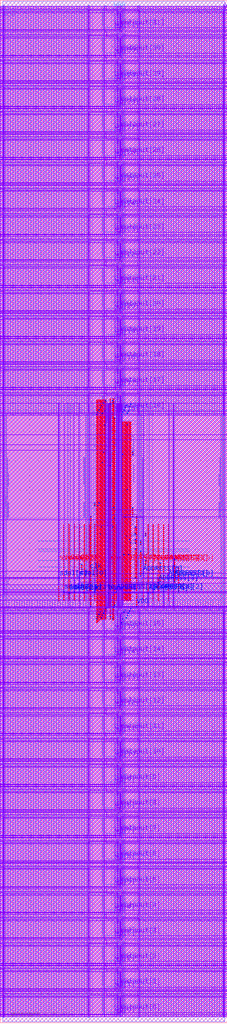
<source format=lef>
VERSION 5.8 ;
BUSBITCHARS "[]" ; 
DIVIDERCHAR "/" ; 


PROPERTYDEFINITIONS 
  MACRO CatenaDesignType STRING ; 
END PROPERTYDEFINITIONS 


MACRO srambank_64x4x32_6t122 
  CLASS BLOCK ; 
  ORIGIN 0 0 ; 
  FOREIGN srambank_64x4x32_6t122 0 0 ; 
  SIZE 38.448 BY 172.8 ; 
  SYMMETRY X Y ; 
  SITE coreSite ; 
  PIN VDD 
    DIRECTION INOUT ; 
    USE POWER ; 
    PORT 
      LAYER M4 ; 
        RECT 0.404 4.688 38.036 4.88 ; 
        RECT 0.404 9.008 38.036 9.2 ; 
        RECT 0.404 13.328 38.036 13.52 ; 
        RECT 0.404 17.648 38.036 17.84 ; 
        RECT 0.404 21.968 38.036 22.16 ; 
        RECT 0.404 26.288 38.036 26.48 ; 
        RECT 0.404 30.608 38.036 30.8 ; 
        RECT 0.404 34.928 38.036 35.12 ; 
        RECT 0.404 39.248 38.036 39.44 ; 
        RECT 0.404 43.568 38.036 43.76 ; 
        RECT 0.404 47.888 38.036 48.08 ; 
        RECT 0.404 52.208 38.036 52.4 ; 
        RECT 0.404 56.528 38.036 56.72 ; 
        RECT 0.404 60.848 38.036 61.04 ; 
        RECT 0.404 65.168 38.036 65.36 ; 
        RECT 0.404 69.488 38.036 69.68 ; 
        RECT 0.432 71.436 38.016 72.3 ; 
        RECT 22.44 70.316 23.492 70.412 ; 
        RECT 22.964 85.452 23.412 85.548 ; 
        RECT 15.768 84.108 22.68 84.972 ; 
        RECT 15.768 96.78 22.68 97.644 ; 
        RECT 0.404 106.316 38.036 106.508 ; 
        RECT 0.404 110.636 38.036 110.828 ; 
        RECT 0.404 114.956 38.036 115.148 ; 
        RECT 0.404 119.276 38.036 119.468 ; 
        RECT 0.404 123.596 38.036 123.788 ; 
        RECT 0.404 127.916 38.036 128.108 ; 
        RECT 0.404 132.236 38.036 132.428 ; 
        RECT 0.404 136.556 38.036 136.748 ; 
        RECT 0.404 140.876 38.036 141.068 ; 
        RECT 0.404 145.196 38.036 145.388 ; 
        RECT 0.404 149.516 38.036 149.708 ; 
        RECT 0.404 153.836 38.036 154.028 ; 
        RECT 0.404 158.156 38.036 158.348 ; 
        RECT 0.404 162.476 38.036 162.668 ; 
        RECT 0.404 166.796 38.036 166.988 ; 
        RECT 0.404 171.116 38.036 171.308 ; 
      LAYER M3 ; 
        RECT 37.908 0.866 37.98 5.506 ; 
        RECT 23.292 0.868 23.364 5.504 ; 
        RECT 17.676 1.012 18.036 5.468 ; 
        RECT 15.084 0.868 15.156 5.504 ; 
        RECT 0.468 0.866 0.54 5.506 ; 
        RECT 37.908 5.186 37.98 9.826 ; 
        RECT 23.292 5.188 23.364 9.824 ; 
        RECT 17.676 5.332 18.036 9.788 ; 
        RECT 15.084 5.188 15.156 9.824 ; 
        RECT 0.468 5.186 0.54 9.826 ; 
        RECT 37.908 9.506 37.98 14.146 ; 
        RECT 23.292 9.508 23.364 14.144 ; 
        RECT 17.676 9.652 18.036 14.108 ; 
        RECT 15.084 9.508 15.156 14.144 ; 
        RECT 0.468 9.506 0.54 14.146 ; 
        RECT 37.908 13.826 37.98 18.466 ; 
        RECT 23.292 13.828 23.364 18.464 ; 
        RECT 17.676 13.972 18.036 18.428 ; 
        RECT 15.084 13.828 15.156 18.464 ; 
        RECT 0.468 13.826 0.54 18.466 ; 
        RECT 37.908 18.146 37.98 22.786 ; 
        RECT 23.292 18.148 23.364 22.784 ; 
        RECT 17.676 18.292 18.036 22.748 ; 
        RECT 15.084 18.148 15.156 22.784 ; 
        RECT 0.468 18.146 0.54 22.786 ; 
        RECT 37.908 22.466 37.98 27.106 ; 
        RECT 23.292 22.468 23.364 27.104 ; 
        RECT 17.676 22.612 18.036 27.068 ; 
        RECT 15.084 22.468 15.156 27.104 ; 
        RECT 0.468 22.466 0.54 27.106 ; 
        RECT 37.908 26.786 37.98 31.426 ; 
        RECT 23.292 26.788 23.364 31.424 ; 
        RECT 17.676 26.932 18.036 31.388 ; 
        RECT 15.084 26.788 15.156 31.424 ; 
        RECT 0.468 26.786 0.54 31.426 ; 
        RECT 37.908 31.106 37.98 35.746 ; 
        RECT 23.292 31.108 23.364 35.744 ; 
        RECT 17.676 31.252 18.036 35.708 ; 
        RECT 15.084 31.108 15.156 35.744 ; 
        RECT 0.468 31.106 0.54 35.746 ; 
        RECT 37.908 35.426 37.98 40.066 ; 
        RECT 23.292 35.428 23.364 40.064 ; 
        RECT 17.676 35.572 18.036 40.028 ; 
        RECT 15.084 35.428 15.156 40.064 ; 
        RECT 0.468 35.426 0.54 40.066 ; 
        RECT 37.908 39.746 37.98 44.386 ; 
        RECT 23.292 39.748 23.364 44.384 ; 
        RECT 17.676 39.892 18.036 44.348 ; 
        RECT 15.084 39.748 15.156 44.384 ; 
        RECT 0.468 39.746 0.54 44.386 ; 
        RECT 37.908 44.066 37.98 48.706 ; 
        RECT 23.292 44.068 23.364 48.704 ; 
        RECT 17.676 44.212 18.036 48.668 ; 
        RECT 15.084 44.068 15.156 48.704 ; 
        RECT 0.468 44.066 0.54 48.706 ; 
        RECT 37.908 48.386 37.98 53.026 ; 
        RECT 23.292 48.388 23.364 53.024 ; 
        RECT 17.676 48.532 18.036 52.988 ; 
        RECT 15.084 48.388 15.156 53.024 ; 
        RECT 0.468 48.386 0.54 53.026 ; 
        RECT 37.908 52.706 37.98 57.346 ; 
        RECT 23.292 52.708 23.364 57.344 ; 
        RECT 17.676 52.852 18.036 57.308 ; 
        RECT 15.084 52.708 15.156 57.344 ; 
        RECT 0.468 52.706 0.54 57.346 ; 
        RECT 37.908 57.026 37.98 61.666 ; 
        RECT 23.292 57.028 23.364 61.664 ; 
        RECT 17.676 57.172 18.036 61.628 ; 
        RECT 15.084 57.028 15.156 61.664 ; 
        RECT 0.468 57.026 0.54 61.666 ; 
        RECT 37.908 61.346 37.98 65.986 ; 
        RECT 23.292 61.348 23.364 65.984 ; 
        RECT 17.676 61.492 18.036 65.948 ; 
        RECT 15.084 61.348 15.156 65.984 ; 
        RECT 0.468 61.346 0.54 65.986 ; 
        RECT 37.908 65.666 37.98 70.306 ; 
        RECT 23.292 65.668 23.364 70.304 ; 
        RECT 17.676 65.812 18.036 70.268 ; 
        RECT 15.084 65.668 15.156 70.304 ; 
        RECT 0.468 65.666 0.54 70.306 ; 
        RECT 37.908 69.986 37.98 102.814 ; 
        RECT 23.292 70.304 23.364 70.67 ; 
        RECT 23.292 85.264 23.364 102.704 ; 
        RECT 17.82 71.28 18.756 101.612 ; 
        RECT 17.676 101.268 18.036 103.408 ; 
        RECT 17.676 70.16 18.036 72.3 ; 
        RECT 0.468 69.986 0.54 102.814 ; 
        RECT 37.908 102.494 37.98 107.134 ; 
        RECT 23.292 102.496 23.364 107.132 ; 
        RECT 17.676 102.64 18.036 107.096 ; 
        RECT 15.084 102.496 15.156 107.132 ; 
        RECT 0.468 102.494 0.54 107.134 ; 
        RECT 37.908 106.814 37.98 111.454 ; 
        RECT 23.292 106.816 23.364 111.452 ; 
        RECT 17.676 106.96 18.036 111.416 ; 
        RECT 15.084 106.816 15.156 111.452 ; 
        RECT 0.468 106.814 0.54 111.454 ; 
        RECT 37.908 111.134 37.98 115.774 ; 
        RECT 23.292 111.136 23.364 115.772 ; 
        RECT 17.676 111.28 18.036 115.736 ; 
        RECT 15.084 111.136 15.156 115.772 ; 
        RECT 0.468 111.134 0.54 115.774 ; 
        RECT 37.908 115.454 37.98 120.094 ; 
        RECT 23.292 115.456 23.364 120.092 ; 
        RECT 17.676 115.6 18.036 120.056 ; 
        RECT 15.084 115.456 15.156 120.092 ; 
        RECT 0.468 115.454 0.54 120.094 ; 
        RECT 37.908 119.774 37.98 124.414 ; 
        RECT 23.292 119.776 23.364 124.412 ; 
        RECT 17.676 119.92 18.036 124.376 ; 
        RECT 15.084 119.776 15.156 124.412 ; 
        RECT 0.468 119.774 0.54 124.414 ; 
        RECT 37.908 124.094 37.98 128.734 ; 
        RECT 23.292 124.096 23.364 128.732 ; 
        RECT 17.676 124.24 18.036 128.696 ; 
        RECT 15.084 124.096 15.156 128.732 ; 
        RECT 0.468 124.094 0.54 128.734 ; 
        RECT 37.908 128.414 37.98 133.054 ; 
        RECT 23.292 128.416 23.364 133.052 ; 
        RECT 17.676 128.56 18.036 133.016 ; 
        RECT 15.084 128.416 15.156 133.052 ; 
        RECT 0.468 128.414 0.54 133.054 ; 
        RECT 37.908 132.734 37.98 137.374 ; 
        RECT 23.292 132.736 23.364 137.372 ; 
        RECT 17.676 132.88 18.036 137.336 ; 
        RECT 15.084 132.736 15.156 137.372 ; 
        RECT 0.468 132.734 0.54 137.374 ; 
        RECT 37.908 137.054 37.98 141.694 ; 
        RECT 23.292 137.056 23.364 141.692 ; 
        RECT 17.676 137.2 18.036 141.656 ; 
        RECT 15.084 137.056 15.156 141.692 ; 
        RECT 0.468 137.054 0.54 141.694 ; 
        RECT 37.908 141.374 37.98 146.014 ; 
        RECT 23.292 141.376 23.364 146.012 ; 
        RECT 17.676 141.52 18.036 145.976 ; 
        RECT 15.084 141.376 15.156 146.012 ; 
        RECT 0.468 141.374 0.54 146.014 ; 
        RECT 37.908 145.694 37.98 150.334 ; 
        RECT 23.292 145.696 23.364 150.332 ; 
        RECT 17.676 145.84 18.036 150.296 ; 
        RECT 15.084 145.696 15.156 150.332 ; 
        RECT 0.468 145.694 0.54 150.334 ; 
        RECT 37.908 150.014 37.98 154.654 ; 
        RECT 23.292 150.016 23.364 154.652 ; 
        RECT 17.676 150.16 18.036 154.616 ; 
        RECT 15.084 150.016 15.156 154.652 ; 
        RECT 0.468 150.014 0.54 154.654 ; 
        RECT 37.908 154.334 37.98 158.974 ; 
        RECT 23.292 154.336 23.364 158.972 ; 
        RECT 17.676 154.48 18.036 158.936 ; 
        RECT 15.084 154.336 15.156 158.972 ; 
        RECT 0.468 154.334 0.54 158.974 ; 
        RECT 37.908 158.654 37.98 163.294 ; 
        RECT 23.292 158.656 23.364 163.292 ; 
        RECT 17.676 158.8 18.036 163.256 ; 
        RECT 15.084 158.656 15.156 163.292 ; 
        RECT 0.468 158.654 0.54 163.294 ; 
        RECT 37.908 162.974 37.98 167.614 ; 
        RECT 23.292 162.976 23.364 167.612 ; 
        RECT 17.676 163.12 18.036 167.576 ; 
        RECT 15.084 162.976 15.156 167.612 ; 
        RECT 0.468 162.974 0.54 167.614 ; 
        RECT 37.908 167.294 37.98 171.934 ; 
        RECT 23.292 167.296 23.364 171.932 ; 
        RECT 17.676 167.44 18.036 171.896 ; 
        RECT 15.084 167.296 15.156 171.932 ; 
        RECT 0.468 167.294 0.54 171.934 ; 
      LAYER V3 ; 
        RECT 0.468 4.688 0.54 4.88 ; 
        RECT 15.084 4.688 15.156 4.88 ; 
        RECT 17.676 4.688 18.036 4.88 ; 
        RECT 23.292 4.688 23.364 4.88 ; 
        RECT 37.908 4.688 37.98 4.88 ; 
        RECT 0.468 9.008 0.54 9.2 ; 
        RECT 15.084 9.008 15.156 9.2 ; 
        RECT 17.676 9.008 18.036 9.2 ; 
        RECT 23.292 9.008 23.364 9.2 ; 
        RECT 37.908 9.008 37.98 9.2 ; 
        RECT 0.468 13.328 0.54 13.52 ; 
        RECT 15.084 13.328 15.156 13.52 ; 
        RECT 17.676 13.328 18.036 13.52 ; 
        RECT 23.292 13.328 23.364 13.52 ; 
        RECT 37.908 13.328 37.98 13.52 ; 
        RECT 0.468 17.648 0.54 17.84 ; 
        RECT 15.084 17.648 15.156 17.84 ; 
        RECT 17.676 17.648 18.036 17.84 ; 
        RECT 23.292 17.648 23.364 17.84 ; 
        RECT 37.908 17.648 37.98 17.84 ; 
        RECT 0.468 21.968 0.54 22.16 ; 
        RECT 15.084 21.968 15.156 22.16 ; 
        RECT 17.676 21.968 18.036 22.16 ; 
        RECT 23.292 21.968 23.364 22.16 ; 
        RECT 37.908 21.968 37.98 22.16 ; 
        RECT 0.468 26.288 0.54 26.48 ; 
        RECT 15.084 26.288 15.156 26.48 ; 
        RECT 17.676 26.288 18.036 26.48 ; 
        RECT 23.292 26.288 23.364 26.48 ; 
        RECT 37.908 26.288 37.98 26.48 ; 
        RECT 0.468 30.608 0.54 30.8 ; 
        RECT 15.084 30.608 15.156 30.8 ; 
        RECT 17.676 30.608 18.036 30.8 ; 
        RECT 23.292 30.608 23.364 30.8 ; 
        RECT 37.908 30.608 37.98 30.8 ; 
        RECT 0.468 34.928 0.54 35.12 ; 
        RECT 15.084 34.928 15.156 35.12 ; 
        RECT 17.676 34.928 18.036 35.12 ; 
        RECT 23.292 34.928 23.364 35.12 ; 
        RECT 37.908 34.928 37.98 35.12 ; 
        RECT 0.468 39.248 0.54 39.44 ; 
        RECT 15.084 39.248 15.156 39.44 ; 
        RECT 17.676 39.248 18.036 39.44 ; 
        RECT 23.292 39.248 23.364 39.44 ; 
        RECT 37.908 39.248 37.98 39.44 ; 
        RECT 0.468 43.568 0.54 43.76 ; 
        RECT 15.084 43.568 15.156 43.76 ; 
        RECT 17.676 43.568 18.036 43.76 ; 
        RECT 23.292 43.568 23.364 43.76 ; 
        RECT 37.908 43.568 37.98 43.76 ; 
        RECT 0.468 47.888 0.54 48.08 ; 
        RECT 15.084 47.888 15.156 48.08 ; 
        RECT 17.676 47.888 18.036 48.08 ; 
        RECT 23.292 47.888 23.364 48.08 ; 
        RECT 37.908 47.888 37.98 48.08 ; 
        RECT 0.468 52.208 0.54 52.4 ; 
        RECT 15.084 52.208 15.156 52.4 ; 
        RECT 17.676 52.208 18.036 52.4 ; 
        RECT 23.292 52.208 23.364 52.4 ; 
        RECT 37.908 52.208 37.98 52.4 ; 
        RECT 0.468 56.528 0.54 56.72 ; 
        RECT 15.084 56.528 15.156 56.72 ; 
        RECT 17.676 56.528 18.036 56.72 ; 
        RECT 23.292 56.528 23.364 56.72 ; 
        RECT 37.908 56.528 37.98 56.72 ; 
        RECT 0.468 60.848 0.54 61.04 ; 
        RECT 15.084 60.848 15.156 61.04 ; 
        RECT 17.676 60.848 18.036 61.04 ; 
        RECT 23.292 60.848 23.364 61.04 ; 
        RECT 37.908 60.848 37.98 61.04 ; 
        RECT 0.468 65.168 0.54 65.36 ; 
        RECT 15.084 65.168 15.156 65.36 ; 
        RECT 17.676 65.168 18.036 65.36 ; 
        RECT 23.292 65.168 23.364 65.36 ; 
        RECT 37.908 65.168 37.98 65.36 ; 
        RECT 0.468 69.488 0.54 69.68 ; 
        RECT 15.084 69.488 15.156 69.68 ; 
        RECT 17.676 69.488 18.036 69.68 ; 
        RECT 23.292 69.488 23.364 69.68 ; 
        RECT 37.908 69.488 37.98 69.68 ; 
        RECT 0.468 71.436 0.54 72.3 ; 
        RECT 17.836 96.78 17.908 97.644 ; 
        RECT 17.836 84.108 17.908 84.972 ; 
        RECT 17.836 71.436 17.908 72.3 ; 
        RECT 18.044 96.78 18.116 97.644 ; 
        RECT 18.044 84.108 18.116 84.972 ; 
        RECT 18.044 71.436 18.116 72.3 ; 
        RECT 18.252 96.78 18.324 97.644 ; 
        RECT 18.252 84.108 18.324 84.972 ; 
        RECT 18.252 71.436 18.324 72.3 ; 
        RECT 18.46 96.78 18.532 97.644 ; 
        RECT 18.46 84.108 18.532 84.972 ; 
        RECT 18.46 71.436 18.532 72.3 ; 
        RECT 18.668 96.78 18.74 97.644 ; 
        RECT 18.668 84.108 18.74 84.972 ; 
        RECT 18.668 71.436 18.74 72.3 ; 
        RECT 23.292 85.452 23.364 85.548 ; 
        RECT 23.292 70.316 23.364 70.412 ; 
        RECT 0.468 106.316 0.54 106.508 ; 
        RECT 15.084 106.316 15.156 106.508 ; 
        RECT 17.676 106.316 18.036 106.508 ; 
        RECT 23.292 106.316 23.364 106.508 ; 
        RECT 37.908 106.316 37.98 106.508 ; 
        RECT 0.468 110.636 0.54 110.828 ; 
        RECT 15.084 110.636 15.156 110.828 ; 
        RECT 17.676 110.636 18.036 110.828 ; 
        RECT 23.292 110.636 23.364 110.828 ; 
        RECT 37.908 110.636 37.98 110.828 ; 
        RECT 0.468 114.956 0.54 115.148 ; 
        RECT 15.084 114.956 15.156 115.148 ; 
        RECT 17.676 114.956 18.036 115.148 ; 
        RECT 23.292 114.956 23.364 115.148 ; 
        RECT 37.908 114.956 37.98 115.148 ; 
        RECT 0.468 119.276 0.54 119.468 ; 
        RECT 15.084 119.276 15.156 119.468 ; 
        RECT 17.676 119.276 18.036 119.468 ; 
        RECT 23.292 119.276 23.364 119.468 ; 
        RECT 37.908 119.276 37.98 119.468 ; 
        RECT 0.468 123.596 0.54 123.788 ; 
        RECT 15.084 123.596 15.156 123.788 ; 
        RECT 17.676 123.596 18.036 123.788 ; 
        RECT 23.292 123.596 23.364 123.788 ; 
        RECT 37.908 123.596 37.98 123.788 ; 
        RECT 0.468 127.916 0.54 128.108 ; 
        RECT 15.084 127.916 15.156 128.108 ; 
        RECT 17.676 127.916 18.036 128.108 ; 
        RECT 23.292 127.916 23.364 128.108 ; 
        RECT 37.908 127.916 37.98 128.108 ; 
        RECT 0.468 132.236 0.54 132.428 ; 
        RECT 15.084 132.236 15.156 132.428 ; 
        RECT 17.676 132.236 18.036 132.428 ; 
        RECT 23.292 132.236 23.364 132.428 ; 
        RECT 37.908 132.236 37.98 132.428 ; 
        RECT 0.468 136.556 0.54 136.748 ; 
        RECT 15.084 136.556 15.156 136.748 ; 
        RECT 17.676 136.556 18.036 136.748 ; 
        RECT 23.292 136.556 23.364 136.748 ; 
        RECT 37.908 136.556 37.98 136.748 ; 
        RECT 0.468 140.876 0.54 141.068 ; 
        RECT 15.084 140.876 15.156 141.068 ; 
        RECT 17.676 140.876 18.036 141.068 ; 
        RECT 23.292 140.876 23.364 141.068 ; 
        RECT 37.908 140.876 37.98 141.068 ; 
        RECT 0.468 145.196 0.54 145.388 ; 
        RECT 15.084 145.196 15.156 145.388 ; 
        RECT 17.676 145.196 18.036 145.388 ; 
        RECT 23.292 145.196 23.364 145.388 ; 
        RECT 37.908 145.196 37.98 145.388 ; 
        RECT 0.468 149.516 0.54 149.708 ; 
        RECT 15.084 149.516 15.156 149.708 ; 
        RECT 17.676 149.516 18.036 149.708 ; 
        RECT 23.292 149.516 23.364 149.708 ; 
        RECT 37.908 149.516 37.98 149.708 ; 
        RECT 0.468 153.836 0.54 154.028 ; 
        RECT 15.084 153.836 15.156 154.028 ; 
        RECT 17.676 153.836 18.036 154.028 ; 
        RECT 23.292 153.836 23.364 154.028 ; 
        RECT 37.908 153.836 37.98 154.028 ; 
        RECT 0.468 158.156 0.54 158.348 ; 
        RECT 15.084 158.156 15.156 158.348 ; 
        RECT 17.676 158.156 18.036 158.348 ; 
        RECT 23.292 158.156 23.364 158.348 ; 
        RECT 37.908 158.156 37.98 158.348 ; 
        RECT 0.468 162.476 0.54 162.668 ; 
        RECT 15.084 162.476 15.156 162.668 ; 
        RECT 17.676 162.476 18.036 162.668 ; 
        RECT 23.292 162.476 23.364 162.668 ; 
        RECT 37.908 162.476 37.98 162.668 ; 
        RECT 0.468 166.796 0.54 166.988 ; 
        RECT 15.084 166.796 15.156 166.988 ; 
        RECT 17.676 166.796 18.036 166.988 ; 
        RECT 23.292 166.796 23.364 166.988 ; 
        RECT 37.908 166.796 37.98 166.988 ; 
        RECT 0.468 171.116 0.54 171.308 ; 
        RECT 15.084 171.116 15.156 171.308 ; 
        RECT 17.676 171.116 18.036 171.308 ; 
        RECT 23.292 171.116 23.364 171.308 ; 
        RECT 37.908 171.116 37.98 171.308 ; 
      LAYER M5 ; 
        RECT 23.036 70.244 23.132 85.62 ; 
      LAYER V4 ; 
        RECT 23.036 85.452 23.132 85.548 ; 
        RECT 23.036 70.316 23.132 70.412 ; 
    END 
  END VDD 
  PIN VSS 
    DIRECTION INOUT ; 
    USE POWER ; 
    PORT 
      LAYER M4 ; 
        RECT 0.404 4.304 38.016 4.496 ; 
        RECT 0.404 8.624 38.016 8.816 ; 
        RECT 0.404 12.944 38.016 13.136 ; 
        RECT 0.404 17.264 38.016 17.456 ; 
        RECT 0.404 21.584 38.016 21.776 ; 
        RECT 0.404 25.904 38.016 26.096 ; 
        RECT 0.404 30.224 38.016 30.416 ; 
        RECT 0.404 34.544 38.016 34.736 ; 
        RECT 0.404 38.864 38.016 39.056 ; 
        RECT 0.404 43.184 38.016 43.376 ; 
        RECT 0.404 47.504 38.016 47.696 ; 
        RECT 0.404 51.824 38.016 52.016 ; 
        RECT 0.404 56.144 38.016 56.336 ; 
        RECT 0.404 60.464 38.016 60.656 ; 
        RECT 0.404 64.784 38.016 64.976 ; 
        RECT 0.404 69.104 38.016 69.296 ; 
        RECT 0.432 73.164 38.016 74.028 ; 
        RECT 15.768 85.836 22.68 86.7 ; 
        RECT 15.768 98.508 22.68 99.372 ; 
        RECT 0.404 105.932 38.016 106.124 ; 
        RECT 0.404 110.252 38.016 110.444 ; 
        RECT 0.404 114.572 38.016 114.764 ; 
        RECT 0.404 118.892 38.016 119.084 ; 
        RECT 0.404 123.212 38.016 123.404 ; 
        RECT 0.404 127.532 38.016 127.724 ; 
        RECT 0.404 131.852 38.016 132.044 ; 
        RECT 0.404 136.172 38.016 136.364 ; 
        RECT 0.404 140.492 38.016 140.684 ; 
        RECT 0.404 144.812 38.016 145.004 ; 
        RECT 0.404 149.132 38.016 149.324 ; 
        RECT 0.404 153.452 38.016 153.644 ; 
        RECT 0.404 157.772 38.016 157.964 ; 
        RECT 0.404 162.092 38.016 162.284 ; 
        RECT 0.404 166.412 38.016 166.604 ; 
        RECT 0.404 170.732 38.016 170.924 ; 
      LAYER M3 ; 
        RECT 37.764 0.866 37.836 5.506 ; 
        RECT 23.508 0.866 23.58 5.506 ; 
        RECT 20.448 1.012 20.592 5.468 ; 
        RECT 19.836 1.012 19.944 5.468 ; 
        RECT 14.868 0.866 14.94 5.506 ; 
        RECT 0.612 0.866 0.684 5.506 ; 
        RECT 37.764 5.186 37.836 9.826 ; 
        RECT 23.508 5.186 23.58 9.826 ; 
        RECT 20.448 5.332 20.592 9.788 ; 
        RECT 19.836 5.332 19.944 9.788 ; 
        RECT 14.868 5.186 14.94 9.826 ; 
        RECT 0.612 5.186 0.684 9.826 ; 
        RECT 37.764 9.506 37.836 14.146 ; 
        RECT 23.508 9.506 23.58 14.146 ; 
        RECT 20.448 9.652 20.592 14.108 ; 
        RECT 19.836 9.652 19.944 14.108 ; 
        RECT 14.868 9.506 14.94 14.146 ; 
        RECT 0.612 9.506 0.684 14.146 ; 
        RECT 37.764 13.826 37.836 18.466 ; 
        RECT 23.508 13.826 23.58 18.466 ; 
        RECT 20.448 13.972 20.592 18.428 ; 
        RECT 19.836 13.972 19.944 18.428 ; 
        RECT 14.868 13.826 14.94 18.466 ; 
        RECT 0.612 13.826 0.684 18.466 ; 
        RECT 37.764 18.146 37.836 22.786 ; 
        RECT 23.508 18.146 23.58 22.786 ; 
        RECT 20.448 18.292 20.592 22.748 ; 
        RECT 19.836 18.292 19.944 22.748 ; 
        RECT 14.868 18.146 14.94 22.786 ; 
        RECT 0.612 18.146 0.684 22.786 ; 
        RECT 37.764 22.466 37.836 27.106 ; 
        RECT 23.508 22.466 23.58 27.106 ; 
        RECT 20.448 22.612 20.592 27.068 ; 
        RECT 19.836 22.612 19.944 27.068 ; 
        RECT 14.868 22.466 14.94 27.106 ; 
        RECT 0.612 22.466 0.684 27.106 ; 
        RECT 37.764 26.786 37.836 31.426 ; 
        RECT 23.508 26.786 23.58 31.426 ; 
        RECT 20.448 26.932 20.592 31.388 ; 
        RECT 19.836 26.932 19.944 31.388 ; 
        RECT 14.868 26.786 14.94 31.426 ; 
        RECT 0.612 26.786 0.684 31.426 ; 
        RECT 37.764 31.106 37.836 35.746 ; 
        RECT 23.508 31.106 23.58 35.746 ; 
        RECT 20.448 31.252 20.592 35.708 ; 
        RECT 19.836 31.252 19.944 35.708 ; 
        RECT 14.868 31.106 14.94 35.746 ; 
        RECT 0.612 31.106 0.684 35.746 ; 
        RECT 37.764 35.426 37.836 40.066 ; 
        RECT 23.508 35.426 23.58 40.066 ; 
        RECT 20.448 35.572 20.592 40.028 ; 
        RECT 19.836 35.572 19.944 40.028 ; 
        RECT 14.868 35.426 14.94 40.066 ; 
        RECT 0.612 35.426 0.684 40.066 ; 
        RECT 37.764 39.746 37.836 44.386 ; 
        RECT 23.508 39.746 23.58 44.386 ; 
        RECT 20.448 39.892 20.592 44.348 ; 
        RECT 19.836 39.892 19.944 44.348 ; 
        RECT 14.868 39.746 14.94 44.386 ; 
        RECT 0.612 39.746 0.684 44.386 ; 
        RECT 37.764 44.066 37.836 48.706 ; 
        RECT 23.508 44.066 23.58 48.706 ; 
        RECT 20.448 44.212 20.592 48.668 ; 
        RECT 19.836 44.212 19.944 48.668 ; 
        RECT 14.868 44.066 14.94 48.706 ; 
        RECT 0.612 44.066 0.684 48.706 ; 
        RECT 37.764 48.386 37.836 53.026 ; 
        RECT 23.508 48.386 23.58 53.026 ; 
        RECT 20.448 48.532 20.592 52.988 ; 
        RECT 19.836 48.532 19.944 52.988 ; 
        RECT 14.868 48.386 14.94 53.026 ; 
        RECT 0.612 48.386 0.684 53.026 ; 
        RECT 37.764 52.706 37.836 57.346 ; 
        RECT 23.508 52.706 23.58 57.346 ; 
        RECT 20.448 52.852 20.592 57.308 ; 
        RECT 19.836 52.852 19.944 57.308 ; 
        RECT 14.868 52.706 14.94 57.346 ; 
        RECT 0.612 52.706 0.684 57.346 ; 
        RECT 37.764 57.026 37.836 61.666 ; 
        RECT 23.508 57.026 23.58 61.666 ; 
        RECT 20.448 57.172 20.592 61.628 ; 
        RECT 19.836 57.172 19.944 61.628 ; 
        RECT 14.868 57.026 14.94 61.666 ; 
        RECT 0.612 57.026 0.684 61.666 ; 
        RECT 37.764 61.346 37.836 65.986 ; 
        RECT 23.508 61.346 23.58 65.986 ; 
        RECT 20.448 61.492 20.592 65.948 ; 
        RECT 19.836 61.492 19.944 65.948 ; 
        RECT 14.868 61.346 14.94 65.986 ; 
        RECT 0.612 61.346 0.684 65.986 ; 
        RECT 37.764 65.666 37.836 70.306 ; 
        RECT 23.508 65.666 23.58 70.306 ; 
        RECT 20.448 65.812 20.592 70.268 ; 
        RECT 19.836 65.812 19.944 70.268 ; 
        RECT 14.868 65.666 14.94 70.306 ; 
        RECT 0.612 65.666 0.684 70.306 ; 
        RECT 37.764 69.986 37.836 102.814 ; 
        RECT 23.508 69.986 23.58 102.814 ; 
        RECT 19.692 70.88 20.628 101.612 ; 
        RECT 20.448 70.16 20.592 102.708 ; 
        RECT 19.836 70.16 19.944 102.696 ; 
        RECT 14.868 69.986 14.94 102.814 ; 
        RECT 0.612 69.986 0.684 102.814 ; 
        RECT 37.764 102.494 37.836 107.134 ; 
        RECT 23.508 102.494 23.58 107.134 ; 
        RECT 20.448 102.64 20.592 107.096 ; 
        RECT 19.836 102.64 19.944 107.096 ; 
        RECT 14.868 102.494 14.94 107.134 ; 
        RECT 0.612 102.494 0.684 107.134 ; 
        RECT 37.764 106.814 37.836 111.454 ; 
        RECT 23.508 106.814 23.58 111.454 ; 
        RECT 20.448 106.96 20.592 111.416 ; 
        RECT 19.836 106.96 19.944 111.416 ; 
        RECT 14.868 106.814 14.94 111.454 ; 
        RECT 0.612 106.814 0.684 111.454 ; 
        RECT 37.764 111.134 37.836 115.774 ; 
        RECT 23.508 111.134 23.58 115.774 ; 
        RECT 20.448 111.28 20.592 115.736 ; 
        RECT 19.836 111.28 19.944 115.736 ; 
        RECT 14.868 111.134 14.94 115.774 ; 
        RECT 0.612 111.134 0.684 115.774 ; 
        RECT 37.764 115.454 37.836 120.094 ; 
        RECT 23.508 115.454 23.58 120.094 ; 
        RECT 20.448 115.6 20.592 120.056 ; 
        RECT 19.836 115.6 19.944 120.056 ; 
        RECT 14.868 115.454 14.94 120.094 ; 
        RECT 0.612 115.454 0.684 120.094 ; 
        RECT 37.764 119.774 37.836 124.414 ; 
        RECT 23.508 119.774 23.58 124.414 ; 
        RECT 20.448 119.92 20.592 124.376 ; 
        RECT 19.836 119.92 19.944 124.376 ; 
        RECT 14.868 119.774 14.94 124.414 ; 
        RECT 0.612 119.774 0.684 124.414 ; 
        RECT 37.764 124.094 37.836 128.734 ; 
        RECT 23.508 124.094 23.58 128.734 ; 
        RECT 20.448 124.24 20.592 128.696 ; 
        RECT 19.836 124.24 19.944 128.696 ; 
        RECT 14.868 124.094 14.94 128.734 ; 
        RECT 0.612 124.094 0.684 128.734 ; 
        RECT 37.764 128.414 37.836 133.054 ; 
        RECT 23.508 128.414 23.58 133.054 ; 
        RECT 20.448 128.56 20.592 133.016 ; 
        RECT 19.836 128.56 19.944 133.016 ; 
        RECT 14.868 128.414 14.94 133.054 ; 
        RECT 0.612 128.414 0.684 133.054 ; 
        RECT 37.764 132.734 37.836 137.374 ; 
        RECT 23.508 132.734 23.58 137.374 ; 
        RECT 20.448 132.88 20.592 137.336 ; 
        RECT 19.836 132.88 19.944 137.336 ; 
        RECT 14.868 132.734 14.94 137.374 ; 
        RECT 0.612 132.734 0.684 137.374 ; 
        RECT 37.764 137.054 37.836 141.694 ; 
        RECT 23.508 137.054 23.58 141.694 ; 
        RECT 20.448 137.2 20.592 141.656 ; 
        RECT 19.836 137.2 19.944 141.656 ; 
        RECT 14.868 137.054 14.94 141.694 ; 
        RECT 0.612 137.054 0.684 141.694 ; 
        RECT 37.764 141.374 37.836 146.014 ; 
        RECT 23.508 141.374 23.58 146.014 ; 
        RECT 20.448 141.52 20.592 145.976 ; 
        RECT 19.836 141.52 19.944 145.976 ; 
        RECT 14.868 141.374 14.94 146.014 ; 
        RECT 0.612 141.374 0.684 146.014 ; 
        RECT 37.764 145.694 37.836 150.334 ; 
        RECT 23.508 145.694 23.58 150.334 ; 
        RECT 20.448 145.84 20.592 150.296 ; 
        RECT 19.836 145.84 19.944 150.296 ; 
        RECT 14.868 145.694 14.94 150.334 ; 
        RECT 0.612 145.694 0.684 150.334 ; 
        RECT 37.764 150.014 37.836 154.654 ; 
        RECT 23.508 150.014 23.58 154.654 ; 
        RECT 20.448 150.16 20.592 154.616 ; 
        RECT 19.836 150.16 19.944 154.616 ; 
        RECT 14.868 150.014 14.94 154.654 ; 
        RECT 0.612 150.014 0.684 154.654 ; 
        RECT 37.764 154.334 37.836 158.974 ; 
        RECT 23.508 154.334 23.58 158.974 ; 
        RECT 20.448 154.48 20.592 158.936 ; 
        RECT 19.836 154.48 19.944 158.936 ; 
        RECT 14.868 154.334 14.94 158.974 ; 
        RECT 0.612 154.334 0.684 158.974 ; 
        RECT 37.764 158.654 37.836 163.294 ; 
        RECT 23.508 158.654 23.58 163.294 ; 
        RECT 20.448 158.8 20.592 163.256 ; 
        RECT 19.836 158.8 19.944 163.256 ; 
        RECT 14.868 158.654 14.94 163.294 ; 
        RECT 0.612 158.654 0.684 163.294 ; 
        RECT 37.764 162.974 37.836 167.614 ; 
        RECT 23.508 162.974 23.58 167.614 ; 
        RECT 20.448 163.12 20.592 167.576 ; 
        RECT 19.836 163.12 19.944 167.576 ; 
        RECT 14.868 162.974 14.94 167.614 ; 
        RECT 0.612 162.974 0.684 167.614 ; 
        RECT 37.764 167.294 37.836 171.934 ; 
        RECT 23.508 167.294 23.58 171.934 ; 
        RECT 20.448 167.44 20.592 171.896 ; 
        RECT 19.836 167.44 19.944 171.896 ; 
        RECT 14.868 167.294 14.94 171.934 ; 
        RECT 0.612 167.294 0.684 171.934 ; 
      LAYER V3 ; 
        RECT 0.612 4.304 0.684 4.496 ; 
        RECT 14.868 4.304 14.94 4.496 ; 
        RECT 19.836 4.304 19.944 4.496 ; 
        RECT 20.448 4.304 20.592 4.496 ; 
        RECT 23.508 4.304 23.58 4.496 ; 
        RECT 37.764 4.304 37.836 4.496 ; 
        RECT 0.612 8.624 0.684 8.816 ; 
        RECT 14.868 8.624 14.94 8.816 ; 
        RECT 19.836 8.624 19.944 8.816 ; 
        RECT 20.448 8.624 20.592 8.816 ; 
        RECT 23.508 8.624 23.58 8.816 ; 
        RECT 37.764 8.624 37.836 8.816 ; 
        RECT 0.612 12.944 0.684 13.136 ; 
        RECT 14.868 12.944 14.94 13.136 ; 
        RECT 19.836 12.944 19.944 13.136 ; 
        RECT 20.448 12.944 20.592 13.136 ; 
        RECT 23.508 12.944 23.58 13.136 ; 
        RECT 37.764 12.944 37.836 13.136 ; 
        RECT 0.612 17.264 0.684 17.456 ; 
        RECT 14.868 17.264 14.94 17.456 ; 
        RECT 19.836 17.264 19.944 17.456 ; 
        RECT 20.448 17.264 20.592 17.456 ; 
        RECT 23.508 17.264 23.58 17.456 ; 
        RECT 37.764 17.264 37.836 17.456 ; 
        RECT 0.612 21.584 0.684 21.776 ; 
        RECT 14.868 21.584 14.94 21.776 ; 
        RECT 19.836 21.584 19.944 21.776 ; 
        RECT 20.448 21.584 20.592 21.776 ; 
        RECT 23.508 21.584 23.58 21.776 ; 
        RECT 37.764 21.584 37.836 21.776 ; 
        RECT 0.612 25.904 0.684 26.096 ; 
        RECT 14.868 25.904 14.94 26.096 ; 
        RECT 19.836 25.904 19.944 26.096 ; 
        RECT 20.448 25.904 20.592 26.096 ; 
        RECT 23.508 25.904 23.58 26.096 ; 
        RECT 37.764 25.904 37.836 26.096 ; 
        RECT 0.612 30.224 0.684 30.416 ; 
        RECT 14.868 30.224 14.94 30.416 ; 
        RECT 19.836 30.224 19.944 30.416 ; 
        RECT 20.448 30.224 20.592 30.416 ; 
        RECT 23.508 30.224 23.58 30.416 ; 
        RECT 37.764 30.224 37.836 30.416 ; 
        RECT 0.612 34.544 0.684 34.736 ; 
        RECT 14.868 34.544 14.94 34.736 ; 
        RECT 19.836 34.544 19.944 34.736 ; 
        RECT 20.448 34.544 20.592 34.736 ; 
        RECT 23.508 34.544 23.58 34.736 ; 
        RECT 37.764 34.544 37.836 34.736 ; 
        RECT 0.612 38.864 0.684 39.056 ; 
        RECT 14.868 38.864 14.94 39.056 ; 
        RECT 19.836 38.864 19.944 39.056 ; 
        RECT 20.448 38.864 20.592 39.056 ; 
        RECT 23.508 38.864 23.58 39.056 ; 
        RECT 37.764 38.864 37.836 39.056 ; 
        RECT 0.612 43.184 0.684 43.376 ; 
        RECT 14.868 43.184 14.94 43.376 ; 
        RECT 19.836 43.184 19.944 43.376 ; 
        RECT 20.448 43.184 20.592 43.376 ; 
        RECT 23.508 43.184 23.58 43.376 ; 
        RECT 37.764 43.184 37.836 43.376 ; 
        RECT 0.612 47.504 0.684 47.696 ; 
        RECT 14.868 47.504 14.94 47.696 ; 
        RECT 19.836 47.504 19.944 47.696 ; 
        RECT 20.448 47.504 20.592 47.696 ; 
        RECT 23.508 47.504 23.58 47.696 ; 
        RECT 37.764 47.504 37.836 47.696 ; 
        RECT 0.612 51.824 0.684 52.016 ; 
        RECT 14.868 51.824 14.94 52.016 ; 
        RECT 19.836 51.824 19.944 52.016 ; 
        RECT 20.448 51.824 20.592 52.016 ; 
        RECT 23.508 51.824 23.58 52.016 ; 
        RECT 37.764 51.824 37.836 52.016 ; 
        RECT 0.612 56.144 0.684 56.336 ; 
        RECT 14.868 56.144 14.94 56.336 ; 
        RECT 19.836 56.144 19.944 56.336 ; 
        RECT 20.448 56.144 20.592 56.336 ; 
        RECT 23.508 56.144 23.58 56.336 ; 
        RECT 37.764 56.144 37.836 56.336 ; 
        RECT 0.612 60.464 0.684 60.656 ; 
        RECT 14.868 60.464 14.94 60.656 ; 
        RECT 19.836 60.464 19.944 60.656 ; 
        RECT 20.448 60.464 20.592 60.656 ; 
        RECT 23.508 60.464 23.58 60.656 ; 
        RECT 37.764 60.464 37.836 60.656 ; 
        RECT 0.612 64.784 0.684 64.976 ; 
        RECT 14.868 64.784 14.94 64.976 ; 
        RECT 19.836 64.784 19.944 64.976 ; 
        RECT 20.448 64.784 20.592 64.976 ; 
        RECT 23.508 64.784 23.58 64.976 ; 
        RECT 37.764 64.784 37.836 64.976 ; 
        RECT 0.612 69.104 0.684 69.296 ; 
        RECT 14.868 69.104 14.94 69.296 ; 
        RECT 19.836 69.104 19.944 69.296 ; 
        RECT 20.448 69.104 20.592 69.296 ; 
        RECT 23.508 69.104 23.58 69.296 ; 
        RECT 37.764 69.104 37.836 69.296 ; 
        RECT 0.612 73.164 0.684 74.028 ; 
        RECT 19.708 98.508 19.78 99.372 ; 
        RECT 19.708 85.836 19.78 86.7 ; 
        RECT 19.708 73.164 19.78 74.028 ; 
        RECT 19.916 98.508 19.988 99.372 ; 
        RECT 19.916 85.836 19.988 86.7 ; 
        RECT 19.916 73.164 19.988 74.028 ; 
        RECT 20.124 98.508 20.196 99.372 ; 
        RECT 20.124 85.836 20.196 86.7 ; 
        RECT 20.124 73.164 20.196 74.028 ; 
        RECT 20.332 98.508 20.404 99.372 ; 
        RECT 20.332 85.836 20.404 86.7 ; 
        RECT 20.332 73.164 20.404 74.028 ; 
        RECT 20.54 98.508 20.612 99.372 ; 
        RECT 20.54 85.836 20.612 86.7 ; 
        RECT 20.54 73.164 20.612 74.028 ; 
        RECT 0.612 105.932 0.684 106.124 ; 
        RECT 14.868 105.932 14.94 106.124 ; 
        RECT 19.836 105.932 19.944 106.124 ; 
        RECT 20.448 105.932 20.592 106.124 ; 
        RECT 23.508 105.932 23.58 106.124 ; 
        RECT 37.764 105.932 37.836 106.124 ; 
        RECT 0.612 110.252 0.684 110.444 ; 
        RECT 14.868 110.252 14.94 110.444 ; 
        RECT 19.836 110.252 19.944 110.444 ; 
        RECT 20.448 110.252 20.592 110.444 ; 
        RECT 23.508 110.252 23.58 110.444 ; 
        RECT 37.764 110.252 37.836 110.444 ; 
        RECT 0.612 114.572 0.684 114.764 ; 
        RECT 14.868 114.572 14.94 114.764 ; 
        RECT 19.836 114.572 19.944 114.764 ; 
        RECT 20.448 114.572 20.592 114.764 ; 
        RECT 23.508 114.572 23.58 114.764 ; 
        RECT 37.764 114.572 37.836 114.764 ; 
        RECT 0.612 118.892 0.684 119.084 ; 
        RECT 14.868 118.892 14.94 119.084 ; 
        RECT 19.836 118.892 19.944 119.084 ; 
        RECT 20.448 118.892 20.592 119.084 ; 
        RECT 23.508 118.892 23.58 119.084 ; 
        RECT 37.764 118.892 37.836 119.084 ; 
        RECT 0.612 123.212 0.684 123.404 ; 
        RECT 14.868 123.212 14.94 123.404 ; 
        RECT 19.836 123.212 19.944 123.404 ; 
        RECT 20.448 123.212 20.592 123.404 ; 
        RECT 23.508 123.212 23.58 123.404 ; 
        RECT 37.764 123.212 37.836 123.404 ; 
        RECT 0.612 127.532 0.684 127.724 ; 
        RECT 14.868 127.532 14.94 127.724 ; 
        RECT 19.836 127.532 19.944 127.724 ; 
        RECT 20.448 127.532 20.592 127.724 ; 
        RECT 23.508 127.532 23.58 127.724 ; 
        RECT 37.764 127.532 37.836 127.724 ; 
        RECT 0.612 131.852 0.684 132.044 ; 
        RECT 14.868 131.852 14.94 132.044 ; 
        RECT 19.836 131.852 19.944 132.044 ; 
        RECT 20.448 131.852 20.592 132.044 ; 
        RECT 23.508 131.852 23.58 132.044 ; 
        RECT 37.764 131.852 37.836 132.044 ; 
        RECT 0.612 136.172 0.684 136.364 ; 
        RECT 14.868 136.172 14.94 136.364 ; 
        RECT 19.836 136.172 19.944 136.364 ; 
        RECT 20.448 136.172 20.592 136.364 ; 
        RECT 23.508 136.172 23.58 136.364 ; 
        RECT 37.764 136.172 37.836 136.364 ; 
        RECT 0.612 140.492 0.684 140.684 ; 
        RECT 14.868 140.492 14.94 140.684 ; 
        RECT 19.836 140.492 19.944 140.684 ; 
        RECT 20.448 140.492 20.592 140.684 ; 
        RECT 23.508 140.492 23.58 140.684 ; 
        RECT 37.764 140.492 37.836 140.684 ; 
        RECT 0.612 144.812 0.684 145.004 ; 
        RECT 14.868 144.812 14.94 145.004 ; 
        RECT 19.836 144.812 19.944 145.004 ; 
        RECT 20.448 144.812 20.592 145.004 ; 
        RECT 23.508 144.812 23.58 145.004 ; 
        RECT 37.764 144.812 37.836 145.004 ; 
        RECT 0.612 149.132 0.684 149.324 ; 
        RECT 14.868 149.132 14.94 149.324 ; 
        RECT 19.836 149.132 19.944 149.324 ; 
        RECT 20.448 149.132 20.592 149.324 ; 
        RECT 23.508 149.132 23.58 149.324 ; 
        RECT 37.764 149.132 37.836 149.324 ; 
        RECT 0.612 153.452 0.684 153.644 ; 
        RECT 14.868 153.452 14.94 153.644 ; 
        RECT 19.836 153.452 19.944 153.644 ; 
        RECT 20.448 153.452 20.592 153.644 ; 
        RECT 23.508 153.452 23.58 153.644 ; 
        RECT 37.764 153.452 37.836 153.644 ; 
        RECT 0.612 157.772 0.684 157.964 ; 
        RECT 14.868 157.772 14.94 157.964 ; 
        RECT 19.836 157.772 19.944 157.964 ; 
        RECT 20.448 157.772 20.592 157.964 ; 
        RECT 23.508 157.772 23.58 157.964 ; 
        RECT 37.764 157.772 37.836 157.964 ; 
        RECT 0.612 162.092 0.684 162.284 ; 
        RECT 14.868 162.092 14.94 162.284 ; 
        RECT 19.836 162.092 19.944 162.284 ; 
        RECT 20.448 162.092 20.592 162.284 ; 
        RECT 23.508 162.092 23.58 162.284 ; 
        RECT 37.764 162.092 37.836 162.284 ; 
        RECT 0.612 166.412 0.684 166.604 ; 
        RECT 14.868 166.412 14.94 166.604 ; 
        RECT 19.836 166.412 19.944 166.604 ; 
        RECT 20.448 166.412 20.592 166.604 ; 
        RECT 23.508 166.412 23.58 166.604 ; 
        RECT 37.764 166.412 37.836 166.604 ; 
        RECT 0.612 170.732 0.684 170.924 ; 
        RECT 14.868 170.732 14.94 170.924 ; 
        RECT 19.836 170.732 19.944 170.924 ; 
        RECT 20.448 170.732 20.592 170.924 ; 
        RECT 23.508 170.732 23.58 170.924 ; 
        RECT 37.764 170.732 37.836 170.924 ; 
    END 
  END VSS 
  PIN ADDRESS[0] 
    DIRECTION INPUT ; 
    USE SIGNAL ; 
    PORT 
      LAYER M3 ; 
        RECT 29.34 75.052 29.412 75.2 ; 
      LAYER M4 ; 
        RECT 29.132 75.084 29.468 75.18 ; 
      LAYER M5 ; 
        RECT 29.328 71.28 29.424 84.24 ; 
      LAYER V3 ; 
        RECT 29.34 75.084 29.412 75.18 ; 
      LAYER V4 ; 
        RECT 29.328 75.084 29.424 75.18 ; 
    END 
  END ADDRESS[0] 
  PIN ADDRESS[1] 
    DIRECTION INPUT ; 
    USE SIGNAL ; 
    PORT 
      LAYER M3 ; 
        RECT 28.476 75.064 28.548 75.212 ; 
      LAYER M4 ; 
        RECT 28.268 75.084 28.604 75.18 ; 
      LAYER M5 ; 
        RECT 28.464 71.28 28.56 84.24 ; 
      LAYER V3 ; 
        RECT 28.476 75.084 28.548 75.18 ; 
      LAYER V4 ; 
        RECT 28.464 75.084 28.56 75.18 ; 
    END 
  END ADDRESS[1] 
  PIN ADDRESS[2] 
    DIRECTION INPUT ; 
    USE SIGNAL ; 
    PORT 
      LAYER M3 ; 
        RECT 27.612 72.748 27.684 72.896 ; 
      LAYER M4 ; 
        RECT 27.404 72.78 27.74 72.876 ; 
      LAYER M5 ; 
        RECT 27.6 71.28 27.696 84.24 ; 
      LAYER V3 ; 
        RECT 27.612 72.78 27.684 72.876 ; 
      LAYER V4 ; 
        RECT 27.6 72.78 27.696 72.876 ; 
    END 
  END ADDRESS[2] 
  PIN ADDRESS[3] 
    DIRECTION INPUT ; 
    USE SIGNAL ; 
    PORT 
      LAYER M3 ; 
        RECT 26.748 73.708 26.82 74.432 ; 
      LAYER M4 ; 
        RECT 26.54 74.316 26.876 74.412 ; 
      LAYER M5 ; 
        RECT 26.736 71.28 26.832 84.24 ; 
      LAYER V3 ; 
        RECT 26.748 74.316 26.82 74.412 ; 
      LAYER V4 ; 
        RECT 26.736 74.316 26.832 74.412 ; 
    END 
  END ADDRESS[3] 
  PIN ADDRESS[4] 
    DIRECTION INPUT ; 
    USE SIGNAL ; 
    PORT 
      LAYER M3 ; 
        RECT 25.884 72.76 25.956 73.028 ; 
      LAYER M4 ; 
        RECT 25.676 72.78 26.012 72.876 ; 
      LAYER M5 ; 
        RECT 25.872 71.28 25.968 84.24 ; 
      LAYER V3 ; 
        RECT 25.884 72.78 25.956 72.876 ; 
      LAYER V4 ; 
        RECT 25.872 72.78 25.968 72.876 ; 
    END 
  END ADDRESS[4] 
  PIN ADDRESS[5] 
    DIRECTION INPUT ; 
    USE SIGNAL ; 
    PORT 
      LAYER M3 ; 
        RECT 25.02 71.692 25.092 72.704 ; 
      LAYER M4 ; 
        RECT 24.812 72.588 25.148 72.684 ; 
      LAYER M5 ; 
        RECT 25.008 71.28 25.104 84.24 ; 
      LAYER V3 ; 
        RECT 25.02 72.588 25.092 72.684 ; 
      LAYER V4 ; 
        RECT 25.008 72.588 25.104 72.684 ; 
    END 
  END ADDRESS[5] 
  PIN ADDRESS[6] 
    DIRECTION INPUT ; 
    USE SIGNAL ; 
    PORT 
      LAYER M3 ; 
        RECT 24.156 75.832 24.228 75.98 ; 
      LAYER M4 ; 
        RECT 23.948 75.852 24.284 75.948 ; 
      LAYER M5 ; 
        RECT 24.144 71.28 24.24 84.24 ; 
      LAYER V3 ; 
        RECT 24.156 75.852 24.228 75.948 ; 
      LAYER V4 ; 
        RECT 24.144 75.852 24.24 75.948 ; 
    END 
  END ADDRESS[6] 
  PIN ADDRESS[7] 
    DIRECTION INPUT ; 
    USE SIGNAL ; 
    PORT 
      LAYER M3 ; 
        RECT 20.7 72.76 20.772 73.028 ; 
      LAYER M4 ; 
        RECT 19.564 72.78 20.816 72.876 ; 
      LAYER M5 ; 
        RECT 19.608 71.28 19.704 84.24 ; 
      LAYER V3 ; 
        RECT 20.7 72.78 20.772 72.876 ; 
      LAYER V4 ; 
        RECT 19.608 72.78 19.704 72.876 ; 
    END 
  END ADDRESS[7] 
  PIN banksel 
    DIRECTION INPUT ; 
    USE SIGNAL ; 
    PORT 
      LAYER M3 ; 
        RECT 19.116 71.692 19.188 72.704 ; 
      LAYER M4 ; 
        RECT 18.268 72.588 19.232 72.684 ; 
      LAYER M5 ; 
        RECT 18.312 71.28 18.408 84.24 ; 
      LAYER V3 ; 
        RECT 19.116 72.588 19.188 72.684 ; 
      LAYER V4 ; 
        RECT 18.312 72.588 18.408 72.684 ; 
    END 
  END banksel 
  PIN write 
    DIRECTION INPUT ; 
    USE SIGNAL ; 
    PORT 
      LAYER M3 ; 
        RECT 15.948 72.76 16.02 73.028 ; 
      LAYER M4 ; 
        RECT 15.74 72.78 16.076 72.876 ; 
      LAYER M5 ; 
        RECT 15.936 71.28 16.032 84.24 ; 
      LAYER V3 ; 
        RECT 15.948 72.78 16.02 72.876 ; 
      LAYER V4 ; 
        RECT 15.936 72.78 16.032 72.876 ; 
    END 
  END write 
  PIN clk 
    DIRECTION INPUT ; 
    USE SIGNAL ; 
    PORT 
      LAYER M3 ; 
        RECT 15.084 76.216 15.156 76.412 ; 
      LAYER M4 ; 
        RECT 14.876 76.236 15.212 76.332 ; 
      LAYER M5 ; 
        RECT 15.072 71.28 15.168 84.24 ; 
      LAYER V3 ; 
        RECT 15.084 76.236 15.156 76.332 ; 
      LAYER V4 ; 
        RECT 15.072 76.236 15.168 76.332 ; 
    END 
  END clk 
  PIN read 
    DIRECTION INPUT ; 
    USE SIGNAL ; 
    PORT 
      LAYER M3 ; 
        RECT 15.228 71.692 15.3 72.704 ; 
      LAYER M4 ; 
        RECT 14.164 72.588 15.344 72.684 ; 
      LAYER M5 ; 
        RECT 14.208 71.28 14.304 84.24 ; 
      LAYER V3 ; 
        RECT 15.228 72.588 15.3 72.684 ; 
      LAYER V4 ; 
        RECT 14.208 72.588 14.304 72.684 ; 
    END 
  END read 
  PIN sdel[0] 
    DIRECTION INPUT ; 
    USE SIGNAL ; 
    PORT 
      LAYER M3 ; 
        RECT 13.356 75.052 13.428 75.2 ; 
      LAYER M4 ; 
        RECT 13.148 75.084 13.484 75.18 ; 
      LAYER M5 ; 
        RECT 13.344 71.28 13.44 84.24 ; 
      LAYER V3 ; 
        RECT 13.356 75.084 13.428 75.18 ; 
      LAYER V4 ; 
        RECT 13.344 75.084 13.44 75.18 ; 
    END 
  END sdel[0] 
  PIN sdel[1] 
    DIRECTION INPUT ; 
    USE SIGNAL ; 
    PORT 
      LAYER M3 ; 
        RECT 12.492 72.76 12.564 73.676 ; 
      LAYER M4 ; 
        RECT 12.284 72.78 12.62 72.876 ; 
      LAYER M5 ; 
        RECT 12.48 71.28 12.576 84.24 ; 
      LAYER V3 ; 
        RECT 12.492 72.78 12.564 72.876 ; 
      LAYER V4 ; 
        RECT 12.48 72.78 12.576 72.876 ; 
    END 
  END sdel[1] 
  PIN sdel[2] 
    DIRECTION INPUT ; 
    USE SIGNAL ; 
    PORT 
      LAYER M3 ; 
        RECT 11.628 71.692 11.7 72.704 ; 
      LAYER M4 ; 
        RECT 11.42 72.588 11.756 72.684 ; 
      LAYER M5 ; 
        RECT 11.616 71.28 11.712 84.24 ; 
      LAYER V3 ; 
        RECT 11.628 72.588 11.7 72.684 ; 
      LAYER V4 ; 
        RECT 11.616 72.588 11.712 72.684 ; 
    END 
  END sdel[2] 
  PIN sdel[3] 
    DIRECTION INPUT ; 
    USE SIGNAL ; 
    PORT 
      LAYER M3 ; 
        RECT 10.764 72.748 10.836 72.896 ; 
      LAYER M4 ; 
        RECT 10.556 72.78 10.892 72.876 ; 
      LAYER M5 ; 
        RECT 10.752 71.28 10.848 84.24 ; 
      LAYER V3 ; 
        RECT 10.764 72.78 10.836 72.876 ; 
      LAYER V4 ; 
        RECT 10.752 72.78 10.848 72.876 ; 
    END 
  END sdel[3] 
  PIN sdel[4] 
    DIRECTION INPUT ; 
    USE SIGNAL ; 
    PORT 
      LAYER M3 ; 
        RECT 9.9 75.052 9.972 75.2 ; 
      LAYER M4 ; 
        RECT 9.692 75.084 10.028 75.18 ; 
      LAYER M5 ; 
        RECT 9.888 71.28 9.984 84.24 ; 
      LAYER V3 ; 
        RECT 9.9 75.084 9.972 75.18 ; 
      LAYER V4 ; 
        RECT 9.888 75.084 9.984 75.18 ; 
    END 
  END sdel[4] 
  PIN dataout[0] 
    DIRECTION OUTPUT ; 
    USE SIGNAL ; 
    PORT 
      LAYER M4 ; 
        RECT 17.952 1.712 20.544 1.808 ; 
      LAYER M3 ; 
        RECT 20.304 1.51 20.376 2.468 ; 
      LAYER V3 ; 
        RECT 20.304 1.712 20.376 1.808 ; 
    END 
  END dataout[0] 
  PIN wd[0] 
    DIRECTION INPUT ; 
    USE SIGNAL ; 
    PORT 
      LAYER M4 ; 
        RECT 17.952 1.328 20.816 1.424 ; 
      LAYER M3 ; 
        RECT 19.404 1.08 19.476 2.7 ; 
      LAYER V3 ; 
        RECT 19.404 1.328 19.476 1.424 ; 
    END 
  END wd[0] 
  PIN dataout[1] 
    DIRECTION OUTPUT ; 
    USE SIGNAL ; 
    PORT 
      LAYER M4 ; 
        RECT 17.952 6.032 20.544 6.128 ; 
      LAYER M3 ; 
        RECT 20.304 5.83 20.376 6.788 ; 
      LAYER V3 ; 
        RECT 20.304 6.032 20.376 6.128 ; 
    END 
  END dataout[1] 
  PIN wd[1] 
    DIRECTION INPUT ; 
    USE SIGNAL ; 
    PORT 
      LAYER M4 ; 
        RECT 17.952 5.648 20.816 5.744 ; 
      LAYER M3 ; 
        RECT 19.404 5.4 19.476 7.02 ; 
      LAYER V3 ; 
        RECT 19.404 5.648 19.476 5.744 ; 
    END 
  END wd[1] 
  PIN dataout[2] 
    DIRECTION OUTPUT ; 
    USE SIGNAL ; 
    PORT 
      LAYER M4 ; 
        RECT 17.952 10.352 20.544 10.448 ; 
      LAYER M3 ; 
        RECT 20.304 10.15 20.376 11.108 ; 
      LAYER V3 ; 
        RECT 20.304 10.352 20.376 10.448 ; 
    END 
  END dataout[2] 
  PIN wd[2] 
    DIRECTION INPUT ; 
    USE SIGNAL ; 
    PORT 
      LAYER M4 ; 
        RECT 17.952 9.968 20.816 10.064 ; 
      LAYER M3 ; 
        RECT 19.404 9.72 19.476 11.34 ; 
      LAYER V3 ; 
        RECT 19.404 9.968 19.476 10.064 ; 
    END 
  END wd[2] 
  PIN dataout[3] 
    DIRECTION OUTPUT ; 
    USE SIGNAL ; 
    PORT 
      LAYER M4 ; 
        RECT 17.952 14.672 20.544 14.768 ; 
      LAYER M3 ; 
        RECT 20.304 14.47 20.376 15.428 ; 
      LAYER V3 ; 
        RECT 20.304 14.672 20.376 14.768 ; 
    END 
  END dataout[3] 
  PIN wd[3] 
    DIRECTION INPUT ; 
    USE SIGNAL ; 
    PORT 
      LAYER M4 ; 
        RECT 17.952 14.288 20.816 14.384 ; 
      LAYER M3 ; 
        RECT 19.404 14.04 19.476 15.66 ; 
      LAYER V3 ; 
        RECT 19.404 14.288 19.476 14.384 ; 
    END 
  END wd[3] 
  PIN dataout[4] 
    DIRECTION OUTPUT ; 
    USE SIGNAL ; 
    PORT 
      LAYER M4 ; 
        RECT 17.952 18.992 20.544 19.088 ; 
      LAYER M3 ; 
        RECT 20.304 18.79 20.376 19.748 ; 
      LAYER V3 ; 
        RECT 20.304 18.992 20.376 19.088 ; 
    END 
  END dataout[4] 
  PIN wd[4] 
    DIRECTION INPUT ; 
    USE SIGNAL ; 
    PORT 
      LAYER M4 ; 
        RECT 17.952 18.608 20.816 18.704 ; 
      LAYER M3 ; 
        RECT 19.404 18.36 19.476 19.98 ; 
      LAYER V3 ; 
        RECT 19.404 18.608 19.476 18.704 ; 
    END 
  END wd[4] 
  PIN dataout[5] 
    DIRECTION OUTPUT ; 
    USE SIGNAL ; 
    PORT 
      LAYER M4 ; 
        RECT 17.952 23.312 20.544 23.408 ; 
      LAYER M3 ; 
        RECT 20.304 23.11 20.376 24.068 ; 
      LAYER V3 ; 
        RECT 20.304 23.312 20.376 23.408 ; 
    END 
  END dataout[5] 
  PIN wd[5] 
    DIRECTION INPUT ; 
    USE SIGNAL ; 
    PORT 
      LAYER M4 ; 
        RECT 17.952 22.928 20.816 23.024 ; 
      LAYER M3 ; 
        RECT 19.404 22.68 19.476 24.3 ; 
      LAYER V3 ; 
        RECT 19.404 22.928 19.476 23.024 ; 
    END 
  END wd[5] 
  PIN dataout[6] 
    DIRECTION OUTPUT ; 
    USE SIGNAL ; 
    PORT 
      LAYER M4 ; 
        RECT 17.952 27.632 20.544 27.728 ; 
      LAYER M3 ; 
        RECT 20.304 27.43 20.376 28.388 ; 
      LAYER V3 ; 
        RECT 20.304 27.632 20.376 27.728 ; 
    END 
  END dataout[6] 
  PIN wd[6] 
    DIRECTION INPUT ; 
    USE SIGNAL ; 
    PORT 
      LAYER M4 ; 
        RECT 17.952 27.248 20.816 27.344 ; 
      LAYER M3 ; 
        RECT 19.404 27 19.476 28.62 ; 
      LAYER V3 ; 
        RECT 19.404 27.248 19.476 27.344 ; 
    END 
  END wd[6] 
  PIN dataout[7] 
    DIRECTION OUTPUT ; 
    USE SIGNAL ; 
    PORT 
      LAYER M4 ; 
        RECT 17.952 31.952 20.544 32.048 ; 
      LAYER M3 ; 
        RECT 20.304 31.75 20.376 32.708 ; 
      LAYER V3 ; 
        RECT 20.304 31.952 20.376 32.048 ; 
    END 
  END dataout[7] 
  PIN wd[7] 
    DIRECTION INPUT ; 
    USE SIGNAL ; 
    PORT 
      LAYER M4 ; 
        RECT 17.952 31.568 20.816 31.664 ; 
      LAYER M3 ; 
        RECT 19.404 31.32 19.476 32.94 ; 
      LAYER V3 ; 
        RECT 19.404 31.568 19.476 31.664 ; 
    END 
  END wd[7] 
  PIN dataout[8] 
    DIRECTION OUTPUT ; 
    USE SIGNAL ; 
    PORT 
      LAYER M4 ; 
        RECT 17.952 36.272 20.544 36.368 ; 
      LAYER M3 ; 
        RECT 20.304 36.07 20.376 37.028 ; 
      LAYER V3 ; 
        RECT 20.304 36.272 20.376 36.368 ; 
    END 
  END dataout[8] 
  PIN wd[8] 
    DIRECTION INPUT ; 
    USE SIGNAL ; 
    PORT 
      LAYER M4 ; 
        RECT 17.952 35.888 20.816 35.984 ; 
      LAYER M3 ; 
        RECT 19.404 35.64 19.476 37.26 ; 
      LAYER V3 ; 
        RECT 19.404 35.888 19.476 35.984 ; 
    END 
  END wd[8] 
  PIN dataout[9] 
    DIRECTION OUTPUT ; 
    USE SIGNAL ; 
    PORT 
      LAYER M4 ; 
        RECT 17.952 40.592 20.544 40.688 ; 
      LAYER M3 ; 
        RECT 20.304 40.39 20.376 41.348 ; 
      LAYER V3 ; 
        RECT 20.304 40.592 20.376 40.688 ; 
    END 
  END dataout[9] 
  PIN wd[9] 
    DIRECTION INPUT ; 
    USE SIGNAL ; 
    PORT 
      LAYER M4 ; 
        RECT 17.952 40.208 20.816 40.304 ; 
      LAYER M3 ; 
        RECT 19.404 39.96 19.476 41.58 ; 
      LAYER V3 ; 
        RECT 19.404 40.208 19.476 40.304 ; 
    END 
  END wd[9] 
  PIN dataout[10] 
    DIRECTION OUTPUT ; 
    USE SIGNAL ; 
    PORT 
      LAYER M4 ; 
        RECT 17.952 44.912 20.544 45.008 ; 
      LAYER M3 ; 
        RECT 20.304 44.71 20.376 45.668 ; 
      LAYER V3 ; 
        RECT 20.304 44.912 20.376 45.008 ; 
    END 
  END dataout[10] 
  PIN wd[10] 
    DIRECTION INPUT ; 
    USE SIGNAL ; 
    PORT 
      LAYER M4 ; 
        RECT 17.952 44.528 20.816 44.624 ; 
      LAYER M3 ; 
        RECT 19.404 44.28 19.476 45.9 ; 
      LAYER V3 ; 
        RECT 19.404 44.528 19.476 44.624 ; 
    END 
  END wd[10] 
  PIN dataout[11] 
    DIRECTION OUTPUT ; 
    USE SIGNAL ; 
    PORT 
      LAYER M4 ; 
        RECT 17.952 49.232 20.544 49.328 ; 
      LAYER M3 ; 
        RECT 20.304 49.03 20.376 49.988 ; 
      LAYER V3 ; 
        RECT 20.304 49.232 20.376 49.328 ; 
    END 
  END dataout[11] 
  PIN wd[11] 
    DIRECTION INPUT ; 
    USE SIGNAL ; 
    PORT 
      LAYER M4 ; 
        RECT 17.952 48.848 20.816 48.944 ; 
      LAYER M3 ; 
        RECT 19.404 48.6 19.476 50.22 ; 
      LAYER V3 ; 
        RECT 19.404 48.848 19.476 48.944 ; 
    END 
  END wd[11] 
  PIN dataout[12] 
    DIRECTION OUTPUT ; 
    USE SIGNAL ; 
    PORT 
      LAYER M4 ; 
        RECT 17.952 53.552 20.544 53.648 ; 
      LAYER M3 ; 
        RECT 20.304 53.35 20.376 54.308 ; 
      LAYER V3 ; 
        RECT 20.304 53.552 20.376 53.648 ; 
    END 
  END dataout[12] 
  PIN wd[12] 
    DIRECTION INPUT ; 
    USE SIGNAL ; 
    PORT 
      LAYER M4 ; 
        RECT 17.952 53.168 20.816 53.264 ; 
      LAYER M3 ; 
        RECT 19.404 52.92 19.476 54.54 ; 
      LAYER V3 ; 
        RECT 19.404 53.168 19.476 53.264 ; 
    END 
  END wd[12] 
  PIN dataout[13] 
    DIRECTION OUTPUT ; 
    USE SIGNAL ; 
    PORT 
      LAYER M4 ; 
        RECT 17.952 57.872 20.544 57.968 ; 
      LAYER M3 ; 
        RECT 20.304 57.67 20.376 58.628 ; 
      LAYER V3 ; 
        RECT 20.304 57.872 20.376 57.968 ; 
    END 
  END dataout[13] 
  PIN wd[13] 
    DIRECTION INPUT ; 
    USE SIGNAL ; 
    PORT 
      LAYER M4 ; 
        RECT 17.952 57.488 20.816 57.584 ; 
      LAYER M3 ; 
        RECT 19.404 57.24 19.476 58.86 ; 
      LAYER V3 ; 
        RECT 19.404 57.488 19.476 57.584 ; 
    END 
  END wd[13] 
  PIN dataout[14] 
    DIRECTION OUTPUT ; 
    USE SIGNAL ; 
    PORT 
      LAYER M4 ; 
        RECT 17.952 62.192 20.544 62.288 ; 
      LAYER M3 ; 
        RECT 20.304 61.99 20.376 62.948 ; 
      LAYER V3 ; 
        RECT 20.304 62.192 20.376 62.288 ; 
    END 
  END dataout[14] 
  PIN wd[14] 
    DIRECTION INPUT ; 
    USE SIGNAL ; 
    PORT 
      LAYER M4 ; 
        RECT 17.952 61.808 20.816 61.904 ; 
      LAYER M3 ; 
        RECT 19.404 61.56 19.476 63.18 ; 
      LAYER V3 ; 
        RECT 19.404 61.808 19.476 61.904 ; 
    END 
  END wd[14] 
  PIN dataout[15] 
    DIRECTION OUTPUT ; 
    USE SIGNAL ; 
    PORT 
      LAYER M4 ; 
        RECT 17.952 66.512 20.544 66.608 ; 
      LAYER M3 ; 
        RECT 20.304 66.31 20.376 67.268 ; 
      LAYER V3 ; 
        RECT 20.304 66.512 20.376 66.608 ; 
    END 
  END dataout[15] 
  PIN wd[15] 
    DIRECTION INPUT ; 
    USE SIGNAL ; 
    PORT 
      LAYER M4 ; 
        RECT 17.952 66.128 20.816 66.224 ; 
      LAYER M3 ; 
        RECT 19.404 65.88 19.476 67.5 ; 
      LAYER V3 ; 
        RECT 19.404 66.128 19.476 66.224 ; 
    END 
  END wd[15] 
  PIN dataout[16] 
    DIRECTION OUTPUT ; 
    USE SIGNAL ; 
    PORT 
      LAYER M4 ; 
        RECT 17.952 103.34 20.544 103.436 ; 
      LAYER M3 ; 
        RECT 20.304 103.138 20.376 104.096 ; 
      LAYER V3 ; 
        RECT 20.304 103.34 20.376 103.436 ; 
    END 
  END dataout[16] 
  PIN wd[16] 
    DIRECTION INPUT ; 
    USE SIGNAL ; 
    PORT 
      LAYER M4 ; 
        RECT 17.952 102.956 20.816 103.052 ; 
      LAYER M3 ; 
        RECT 19.404 102.708 19.476 104.328 ; 
      LAYER V3 ; 
        RECT 19.404 102.956 19.476 103.052 ; 
    END 
  END wd[16] 
  PIN dataout[17] 
    DIRECTION OUTPUT ; 
    USE SIGNAL ; 
    PORT 
      LAYER M4 ; 
        RECT 17.952 107.66 20.544 107.756 ; 
      LAYER M3 ; 
        RECT 20.304 107.458 20.376 108.416 ; 
      LAYER V3 ; 
        RECT 20.304 107.66 20.376 107.756 ; 
    END 
  END dataout[17] 
  PIN wd[17] 
    DIRECTION INPUT ; 
    USE SIGNAL ; 
    PORT 
      LAYER M4 ; 
        RECT 17.952 107.276 20.816 107.372 ; 
      LAYER M3 ; 
        RECT 19.404 107.028 19.476 108.648 ; 
      LAYER V3 ; 
        RECT 19.404 107.276 19.476 107.372 ; 
    END 
  END wd[17] 
  PIN dataout[18] 
    DIRECTION OUTPUT ; 
    USE SIGNAL ; 
    PORT 
      LAYER M4 ; 
        RECT 17.952 111.98 20.544 112.076 ; 
      LAYER M3 ; 
        RECT 20.304 111.778 20.376 112.736 ; 
      LAYER V3 ; 
        RECT 20.304 111.98 20.376 112.076 ; 
    END 
  END dataout[18] 
  PIN wd[18] 
    DIRECTION INPUT ; 
    USE SIGNAL ; 
    PORT 
      LAYER M4 ; 
        RECT 17.952 111.596 20.816 111.692 ; 
      LAYER M3 ; 
        RECT 19.404 111.348 19.476 112.968 ; 
      LAYER V3 ; 
        RECT 19.404 111.596 19.476 111.692 ; 
    END 
  END wd[18] 
  PIN dataout[19] 
    DIRECTION OUTPUT ; 
    USE SIGNAL ; 
    PORT 
      LAYER M4 ; 
        RECT 17.952 116.3 20.544 116.396 ; 
      LAYER M3 ; 
        RECT 20.304 116.098 20.376 117.056 ; 
      LAYER V3 ; 
        RECT 20.304 116.3 20.376 116.396 ; 
    END 
  END dataout[19] 
  PIN wd[19] 
    DIRECTION INPUT ; 
    USE SIGNAL ; 
    PORT 
      LAYER M4 ; 
        RECT 17.952 115.916 20.816 116.012 ; 
      LAYER M3 ; 
        RECT 19.404 115.668 19.476 117.288 ; 
      LAYER V3 ; 
        RECT 19.404 115.916 19.476 116.012 ; 
    END 
  END wd[19] 
  PIN dataout[20] 
    DIRECTION OUTPUT ; 
    USE SIGNAL ; 
    PORT 
      LAYER M4 ; 
        RECT 17.952 120.62 20.544 120.716 ; 
      LAYER M3 ; 
        RECT 20.304 120.418 20.376 121.376 ; 
      LAYER V3 ; 
        RECT 20.304 120.62 20.376 120.716 ; 
    END 
  END dataout[20] 
  PIN wd[20] 
    DIRECTION INPUT ; 
    USE SIGNAL ; 
    PORT 
      LAYER M4 ; 
        RECT 17.952 120.236 20.816 120.332 ; 
      LAYER M3 ; 
        RECT 19.404 119.988 19.476 121.608 ; 
      LAYER V3 ; 
        RECT 19.404 120.236 19.476 120.332 ; 
    END 
  END wd[20] 
  PIN dataout[21] 
    DIRECTION OUTPUT ; 
    USE SIGNAL ; 
    PORT 
      LAYER M4 ; 
        RECT 17.952 124.94 20.544 125.036 ; 
      LAYER M3 ; 
        RECT 20.304 124.738 20.376 125.696 ; 
      LAYER V3 ; 
        RECT 20.304 124.94 20.376 125.036 ; 
    END 
  END dataout[21] 
  PIN wd[21] 
    DIRECTION INPUT ; 
    USE SIGNAL ; 
    PORT 
      LAYER M4 ; 
        RECT 17.952 124.556 20.816 124.652 ; 
      LAYER M3 ; 
        RECT 19.404 124.308 19.476 125.928 ; 
      LAYER V3 ; 
        RECT 19.404 124.556 19.476 124.652 ; 
    END 
  END wd[21] 
  PIN dataout[22] 
    DIRECTION OUTPUT ; 
    USE SIGNAL ; 
    PORT 
      LAYER M4 ; 
        RECT 17.952 129.26 20.544 129.356 ; 
      LAYER M3 ; 
        RECT 20.304 129.058 20.376 130.016 ; 
      LAYER V3 ; 
        RECT 20.304 129.26 20.376 129.356 ; 
    END 
  END dataout[22] 
  PIN wd[22] 
    DIRECTION INPUT ; 
    USE SIGNAL ; 
    PORT 
      LAYER M4 ; 
        RECT 17.952 128.876 20.816 128.972 ; 
      LAYER M3 ; 
        RECT 19.404 128.628 19.476 130.248 ; 
      LAYER V3 ; 
        RECT 19.404 128.876 19.476 128.972 ; 
    END 
  END wd[22] 
  PIN dataout[23] 
    DIRECTION OUTPUT ; 
    USE SIGNAL ; 
    PORT 
      LAYER M4 ; 
        RECT 17.952 133.58 20.544 133.676 ; 
      LAYER M3 ; 
        RECT 20.304 133.378 20.376 134.336 ; 
      LAYER V3 ; 
        RECT 20.304 133.58 20.376 133.676 ; 
    END 
  END dataout[23] 
  PIN wd[23] 
    DIRECTION INPUT ; 
    USE SIGNAL ; 
    PORT 
      LAYER M4 ; 
        RECT 17.952 133.196 20.816 133.292 ; 
      LAYER M3 ; 
        RECT 19.404 132.948 19.476 134.568 ; 
      LAYER V3 ; 
        RECT 19.404 133.196 19.476 133.292 ; 
    END 
  END wd[23] 
  PIN dataout[24] 
    DIRECTION OUTPUT ; 
    USE SIGNAL ; 
    PORT 
      LAYER M4 ; 
        RECT 17.952 137.9 20.544 137.996 ; 
      LAYER M3 ; 
        RECT 20.304 137.698 20.376 138.656 ; 
      LAYER V3 ; 
        RECT 20.304 137.9 20.376 137.996 ; 
    END 
  END dataout[24] 
  PIN wd[24] 
    DIRECTION INPUT ; 
    USE SIGNAL ; 
    PORT 
      LAYER M4 ; 
        RECT 17.952 137.516 20.816 137.612 ; 
      LAYER M3 ; 
        RECT 19.404 137.268 19.476 138.888 ; 
      LAYER V3 ; 
        RECT 19.404 137.516 19.476 137.612 ; 
    END 
  END wd[24] 
  PIN dataout[25] 
    DIRECTION OUTPUT ; 
    USE SIGNAL ; 
    PORT 
      LAYER M4 ; 
        RECT 17.952 142.22 20.544 142.316 ; 
      LAYER M3 ; 
        RECT 20.304 142.018 20.376 142.976 ; 
      LAYER V3 ; 
        RECT 20.304 142.22 20.376 142.316 ; 
    END 
  END dataout[25] 
  PIN wd[25] 
    DIRECTION INPUT ; 
    USE SIGNAL ; 
    PORT 
      LAYER M4 ; 
        RECT 17.952 141.836 20.816 141.932 ; 
      LAYER M3 ; 
        RECT 19.404 141.588 19.476 143.208 ; 
      LAYER V3 ; 
        RECT 19.404 141.836 19.476 141.932 ; 
    END 
  END wd[25] 
  PIN dataout[26] 
    DIRECTION OUTPUT ; 
    USE SIGNAL ; 
    PORT 
      LAYER M4 ; 
        RECT 17.952 146.54 20.544 146.636 ; 
      LAYER M3 ; 
        RECT 20.304 146.338 20.376 147.296 ; 
      LAYER V3 ; 
        RECT 20.304 146.54 20.376 146.636 ; 
    END 
  END dataout[26] 
  PIN wd[26] 
    DIRECTION INPUT ; 
    USE SIGNAL ; 
    PORT 
      LAYER M4 ; 
        RECT 17.952 146.156 20.816 146.252 ; 
      LAYER M3 ; 
        RECT 19.404 145.908 19.476 147.528 ; 
      LAYER V3 ; 
        RECT 19.404 146.156 19.476 146.252 ; 
    END 
  END wd[26] 
  PIN dataout[27] 
    DIRECTION OUTPUT ; 
    USE SIGNAL ; 
    PORT 
      LAYER M4 ; 
        RECT 17.952 150.86 20.544 150.956 ; 
      LAYER M3 ; 
        RECT 20.304 150.658 20.376 151.616 ; 
      LAYER V3 ; 
        RECT 20.304 150.86 20.376 150.956 ; 
    END 
  END dataout[27] 
  PIN wd[27] 
    DIRECTION INPUT ; 
    USE SIGNAL ; 
    PORT 
      LAYER M4 ; 
        RECT 17.952 150.476 20.816 150.572 ; 
      LAYER M3 ; 
        RECT 19.404 150.228 19.476 151.848 ; 
      LAYER V3 ; 
        RECT 19.404 150.476 19.476 150.572 ; 
    END 
  END wd[27] 
  PIN dataout[28] 
    DIRECTION OUTPUT ; 
    USE SIGNAL ; 
    PORT 
      LAYER M4 ; 
        RECT 17.952 155.18 20.544 155.276 ; 
      LAYER M3 ; 
        RECT 20.304 154.978 20.376 155.936 ; 
      LAYER V3 ; 
        RECT 20.304 155.18 20.376 155.276 ; 
    END 
  END dataout[28] 
  PIN wd[28] 
    DIRECTION INPUT ; 
    USE SIGNAL ; 
    PORT 
      LAYER M4 ; 
        RECT 17.952 154.796 20.816 154.892 ; 
      LAYER M3 ; 
        RECT 19.404 154.548 19.476 156.168 ; 
      LAYER V3 ; 
        RECT 19.404 154.796 19.476 154.892 ; 
    END 
  END wd[28] 
  PIN dataout[29] 
    DIRECTION OUTPUT ; 
    USE SIGNAL ; 
    PORT 
      LAYER M4 ; 
        RECT 17.952 159.5 20.544 159.596 ; 
      LAYER M3 ; 
        RECT 20.304 159.298 20.376 160.256 ; 
      LAYER V3 ; 
        RECT 20.304 159.5 20.376 159.596 ; 
    END 
  END dataout[29] 
  PIN wd[29] 
    DIRECTION INPUT ; 
    USE SIGNAL ; 
    PORT 
      LAYER M4 ; 
        RECT 17.952 159.116 20.816 159.212 ; 
      LAYER M3 ; 
        RECT 19.404 158.868 19.476 160.488 ; 
      LAYER V3 ; 
        RECT 19.404 159.116 19.476 159.212 ; 
    END 
  END wd[29] 
  PIN dataout[30] 
    DIRECTION OUTPUT ; 
    USE SIGNAL ; 
    PORT 
      LAYER M4 ; 
        RECT 17.952 163.82 20.544 163.916 ; 
      LAYER M3 ; 
        RECT 20.304 163.618 20.376 164.576 ; 
      LAYER V3 ; 
        RECT 20.304 163.82 20.376 163.916 ; 
    END 
  END dataout[30] 
  PIN wd[30] 
    DIRECTION INPUT ; 
    USE SIGNAL ; 
    PORT 
      LAYER M4 ; 
        RECT 17.952 163.436 20.816 163.532 ; 
      LAYER M3 ; 
        RECT 19.404 163.188 19.476 164.808 ; 
      LAYER V3 ; 
        RECT 19.404 163.436 19.476 163.532 ; 
    END 
  END wd[30] 
  PIN dataout[31] 
    DIRECTION OUTPUT ; 
    USE SIGNAL ; 
    PORT 
      LAYER M4 ; 
        RECT 17.952 168.14 20.544 168.236 ; 
      LAYER M3 ; 
        RECT 20.304 167.938 20.376 168.896 ; 
      LAYER V3 ; 
        RECT 20.304 168.14 20.376 168.236 ; 
    END 
  END dataout[31] 
  PIN wd[31] 
    DIRECTION INPUT ; 
    USE SIGNAL ; 
    PORT 
      LAYER M4 ; 
        RECT 17.952 167.756 20.816 167.852 ; 
      LAYER M3 ; 
        RECT 19.404 167.508 19.476 169.128 ; 
      LAYER V3 ; 
        RECT 19.404 167.756 19.476 167.852 ; 
    END 
  END wd[31] 
OBS 
  LAYER M1 SPACING 0.072 ; 
      RECT 0 1.026 38.448 5.4 ; 
      RECT 0 5.346 38.448 9.72 ; 
      RECT 0 9.666 38.448 14.04 ; 
      RECT 0 13.986 38.448 18.36 ; 
      RECT 0 18.306 38.448 22.68 ; 
      RECT 0 22.626 38.448 27 ; 
      RECT 0 26.946 38.448 31.32 ; 
      RECT 0 31.266 38.448 35.64 ; 
      RECT 0 35.586 38.448 39.96 ; 
      RECT 0 39.906 38.448 44.28 ; 
      RECT 0 44.226 38.448 48.6 ; 
      RECT 0 48.546 38.448 52.92 ; 
      RECT 0 52.866 38.448 57.24 ; 
      RECT 0 57.186 38.448 61.56 ; 
      RECT 0 61.506 38.448 65.88 ; 
      RECT 0 65.826 38.448 70.2 ; 
      RECT 0 70.092 38.448 104.706 ; 
        RECT 0 102.654 38.448 107.028 ; 
        RECT 0 106.974 38.448 111.348 ; 
        RECT 0 111.294 38.448 115.668 ; 
        RECT 0 115.614 38.448 119.988 ; 
        RECT 0 119.934 38.448 124.308 ; 
        RECT 0 124.254 38.448 128.628 ; 
        RECT 0 128.574 38.448 132.948 ; 
        RECT 0 132.894 38.448 137.268 ; 
        RECT 0 137.214 38.448 141.588 ; 
        RECT 0 141.534 38.448 145.908 ; 
        RECT 0 145.854 38.448 150.228 ; 
        RECT 0 150.174 38.448 154.548 ; 
        RECT 0 154.494 38.448 158.868 ; 
        RECT 0 158.814 38.448 163.188 ; 
        RECT 0 163.134 38.448 167.508 ; 
        RECT 0 167.454 38.448 171.828 ; 
  LAYER M2 SPACING 0.072 ; 
      RECT 0 1.026 38.448 5.4 ; 
      RECT 0 5.346 38.448 9.72 ; 
      RECT 0 9.666 38.448 14.04 ; 
      RECT 0 13.986 38.448 18.36 ; 
      RECT 0 18.306 38.448 22.68 ; 
      RECT 0 22.626 38.448 27 ; 
      RECT 0 26.946 38.448 31.32 ; 
      RECT 0 31.266 38.448 35.64 ; 
      RECT 0 35.586 38.448 39.96 ; 
      RECT 0 39.906 38.448 44.28 ; 
      RECT 0 44.226 38.448 48.6 ; 
      RECT 0 48.546 38.448 52.92 ; 
      RECT 0 52.866 38.448 57.24 ; 
      RECT 0 57.186 38.448 61.56 ; 
      RECT 0 61.506 38.448 65.88 ; 
      RECT 0 65.826 38.448 70.2 ; 
      RECT 0 70.092 38.448 104.706 ; 
        RECT 0 102.654 38.448 107.028 ; 
        RECT 0 106.974 38.448 111.348 ; 
        RECT 0 111.294 38.448 115.668 ; 
        RECT 0 115.614 38.448 119.988 ; 
        RECT 0 119.934 38.448 124.308 ; 
        RECT 0 124.254 38.448 128.628 ; 
        RECT 0 128.574 38.448 132.948 ; 
        RECT 0 132.894 38.448 137.268 ; 
        RECT 0 137.214 38.448 141.588 ; 
        RECT 0 141.534 38.448 145.908 ; 
        RECT 0 145.854 38.448 150.228 ; 
        RECT 0 150.174 38.448 154.548 ; 
        RECT 0 154.494 38.448 158.868 ; 
        RECT 0 158.814 38.448 163.188 ; 
        RECT 0 163.134 38.448 167.508 ; 
        RECT 0 167.454 38.448 171.828 ; 
  LAYER V1 ; 
      RECT 0 1.026 38.448 5.4 ; 
      RECT 0 5.346 38.448 9.72 ; 
      RECT 0 9.666 38.448 14.04 ; 
      RECT 0 13.986 38.448 18.36 ; 
      RECT 0 18.306 38.448 22.68 ; 
      RECT 0 22.626 38.448 27 ; 
      RECT 0 26.946 38.448 31.32 ; 
      RECT 0 31.266 38.448 35.64 ; 
      RECT 0 35.586 38.448 39.96 ; 
      RECT 0 39.906 38.448 44.28 ; 
      RECT 0 44.226 38.448 48.6 ; 
      RECT 0 48.546 38.448 52.92 ; 
      RECT 0 52.866 38.448 57.24 ; 
      RECT 0 57.186 38.448 61.56 ; 
      RECT 0 61.506 38.448 65.88 ; 
      RECT 0 65.826 38.448 70.2 ; 
      RECT 0 70.092 38.448 104.706 ; 
        RECT 0 102.654 38.448 107.028 ; 
        RECT 0 106.974 38.448 111.348 ; 
        RECT 0 111.294 38.448 115.668 ; 
        RECT 0 115.614 38.448 119.988 ; 
        RECT 0 119.934 38.448 124.308 ; 
        RECT 0 124.254 38.448 128.628 ; 
        RECT 0 128.574 38.448 132.948 ; 
        RECT 0 132.894 38.448 137.268 ; 
        RECT 0 137.214 38.448 141.588 ; 
        RECT 0 141.534 38.448 145.908 ; 
        RECT 0 145.854 38.448 150.228 ; 
        RECT 0 150.174 38.448 154.548 ; 
        RECT 0 154.494 38.448 158.868 ; 
        RECT 0 158.814 38.448 163.188 ; 
        RECT 0 163.134 38.448 167.508 ; 
        RECT 0 167.454 38.448 171.828 ; 
  LAYER V2 ; 
      RECT 0 1.026 38.448 5.4 ; 
      RECT 0 5.346 38.448 9.72 ; 
      RECT 0 9.666 38.448 14.04 ; 
      RECT 0 13.986 38.448 18.36 ; 
      RECT 0 18.306 38.448 22.68 ; 
      RECT 0 22.626 38.448 27 ; 
      RECT 0 26.946 38.448 31.32 ; 
      RECT 0 31.266 38.448 35.64 ; 
      RECT 0 35.586 38.448 39.96 ; 
      RECT 0 39.906 38.448 44.28 ; 
      RECT 0 44.226 38.448 48.6 ; 
      RECT 0 48.546 38.448 52.92 ; 
      RECT 0 52.866 38.448 57.24 ; 
      RECT 0 57.186 38.448 61.56 ; 
      RECT 0 61.506 38.448 65.88 ; 
      RECT 0 65.826 38.448 70.2 ; 
      RECT 0 70.092 38.448 104.706 ; 
        RECT 0 102.654 38.448 107.028 ; 
        RECT 0 106.974 38.448 111.348 ; 
        RECT 0 111.294 38.448 115.668 ; 
        RECT 0 115.614 38.448 119.988 ; 
        RECT 0 119.934 38.448 124.308 ; 
        RECT 0 124.254 38.448 128.628 ; 
        RECT 0 128.574 38.448 132.948 ; 
        RECT 0 132.894 38.448 137.268 ; 
        RECT 0 137.214 38.448 141.588 ; 
        RECT 0 141.534 38.448 145.908 ; 
        RECT 0 145.854 38.448 150.228 ; 
        RECT 0 150.174 38.448 154.548 ; 
        RECT 0 154.494 38.448 158.868 ; 
        RECT 0 158.814 38.448 163.188 ; 
        RECT 0 163.134 38.448 167.508 ; 
        RECT 0 167.454 38.448 171.828 ; 
  LAYER M3 ; 
      RECT 20.952 1.38 21.024 5.122 ; 
      RECT 20.808 1.38 20.88 5.122 ; 
      RECT 20.664 3.688 20.736 4.978 ; 
      RECT 20.196 4.476 20.268 4.914 ; 
      RECT 20.16 1.51 20.232 2.468 ; 
      RECT 20.016 3.834 20.088 4.448 ; 
      RECT 19.692 3.936 19.764 4.968 ; 
      RECT 17.532 1.38 17.604 5.122 ; 
      RECT 17.388 1.38 17.46 5.122 ; 
      RECT 17.244 2.104 17.316 4.376 ; 
      RECT 20.952 5.7 21.024 9.442 ; 
      RECT 20.808 5.7 20.88 9.442 ; 
      RECT 20.664 8.008 20.736 9.298 ; 
      RECT 20.196 8.796 20.268 9.234 ; 
      RECT 20.16 5.83 20.232 6.788 ; 
      RECT 20.016 8.154 20.088 8.768 ; 
      RECT 19.692 8.256 19.764 9.288 ; 
      RECT 17.532 5.7 17.604 9.442 ; 
      RECT 17.388 5.7 17.46 9.442 ; 
      RECT 17.244 6.424 17.316 8.696 ; 
      RECT 20.952 10.02 21.024 13.762 ; 
      RECT 20.808 10.02 20.88 13.762 ; 
      RECT 20.664 12.328 20.736 13.618 ; 
      RECT 20.196 13.116 20.268 13.554 ; 
      RECT 20.16 10.15 20.232 11.108 ; 
      RECT 20.016 12.474 20.088 13.088 ; 
      RECT 19.692 12.576 19.764 13.608 ; 
      RECT 17.532 10.02 17.604 13.762 ; 
      RECT 17.388 10.02 17.46 13.762 ; 
      RECT 17.244 10.744 17.316 13.016 ; 
      RECT 20.952 14.34 21.024 18.082 ; 
      RECT 20.808 14.34 20.88 18.082 ; 
      RECT 20.664 16.648 20.736 17.938 ; 
      RECT 20.196 17.436 20.268 17.874 ; 
      RECT 20.16 14.47 20.232 15.428 ; 
      RECT 20.016 16.794 20.088 17.408 ; 
      RECT 19.692 16.896 19.764 17.928 ; 
      RECT 17.532 14.34 17.604 18.082 ; 
      RECT 17.388 14.34 17.46 18.082 ; 
      RECT 17.244 15.064 17.316 17.336 ; 
      RECT 20.952 18.66 21.024 22.402 ; 
      RECT 20.808 18.66 20.88 22.402 ; 
      RECT 20.664 20.968 20.736 22.258 ; 
      RECT 20.196 21.756 20.268 22.194 ; 
      RECT 20.16 18.79 20.232 19.748 ; 
      RECT 20.016 21.114 20.088 21.728 ; 
      RECT 19.692 21.216 19.764 22.248 ; 
      RECT 17.532 18.66 17.604 22.402 ; 
      RECT 17.388 18.66 17.46 22.402 ; 
      RECT 17.244 19.384 17.316 21.656 ; 
      RECT 20.952 22.98 21.024 26.722 ; 
      RECT 20.808 22.98 20.88 26.722 ; 
      RECT 20.664 25.288 20.736 26.578 ; 
      RECT 20.196 26.076 20.268 26.514 ; 
      RECT 20.16 23.11 20.232 24.068 ; 
      RECT 20.016 25.434 20.088 26.048 ; 
      RECT 19.692 25.536 19.764 26.568 ; 
      RECT 17.532 22.98 17.604 26.722 ; 
      RECT 17.388 22.98 17.46 26.722 ; 
      RECT 17.244 23.704 17.316 25.976 ; 
      RECT 20.952 27.3 21.024 31.042 ; 
      RECT 20.808 27.3 20.88 31.042 ; 
      RECT 20.664 29.608 20.736 30.898 ; 
      RECT 20.196 30.396 20.268 30.834 ; 
      RECT 20.16 27.43 20.232 28.388 ; 
      RECT 20.016 29.754 20.088 30.368 ; 
      RECT 19.692 29.856 19.764 30.888 ; 
      RECT 17.532 27.3 17.604 31.042 ; 
      RECT 17.388 27.3 17.46 31.042 ; 
      RECT 17.244 28.024 17.316 30.296 ; 
      RECT 20.952 31.62 21.024 35.362 ; 
      RECT 20.808 31.62 20.88 35.362 ; 
      RECT 20.664 33.928 20.736 35.218 ; 
      RECT 20.196 34.716 20.268 35.154 ; 
      RECT 20.16 31.75 20.232 32.708 ; 
      RECT 20.016 34.074 20.088 34.688 ; 
      RECT 19.692 34.176 19.764 35.208 ; 
      RECT 17.532 31.62 17.604 35.362 ; 
      RECT 17.388 31.62 17.46 35.362 ; 
      RECT 17.244 32.344 17.316 34.616 ; 
      RECT 20.952 35.94 21.024 39.682 ; 
      RECT 20.808 35.94 20.88 39.682 ; 
      RECT 20.664 38.248 20.736 39.538 ; 
      RECT 20.196 39.036 20.268 39.474 ; 
      RECT 20.16 36.07 20.232 37.028 ; 
      RECT 20.016 38.394 20.088 39.008 ; 
      RECT 19.692 38.496 19.764 39.528 ; 
      RECT 17.532 35.94 17.604 39.682 ; 
      RECT 17.388 35.94 17.46 39.682 ; 
      RECT 17.244 36.664 17.316 38.936 ; 
      RECT 20.952 40.26 21.024 44.002 ; 
      RECT 20.808 40.26 20.88 44.002 ; 
      RECT 20.664 42.568 20.736 43.858 ; 
      RECT 20.196 43.356 20.268 43.794 ; 
      RECT 20.16 40.39 20.232 41.348 ; 
      RECT 20.016 42.714 20.088 43.328 ; 
      RECT 19.692 42.816 19.764 43.848 ; 
      RECT 17.532 40.26 17.604 44.002 ; 
      RECT 17.388 40.26 17.46 44.002 ; 
      RECT 17.244 40.984 17.316 43.256 ; 
      RECT 20.952 44.58 21.024 48.322 ; 
      RECT 20.808 44.58 20.88 48.322 ; 
      RECT 20.664 46.888 20.736 48.178 ; 
      RECT 20.196 47.676 20.268 48.114 ; 
      RECT 20.16 44.71 20.232 45.668 ; 
      RECT 20.016 47.034 20.088 47.648 ; 
      RECT 19.692 47.136 19.764 48.168 ; 
      RECT 17.532 44.58 17.604 48.322 ; 
      RECT 17.388 44.58 17.46 48.322 ; 
      RECT 17.244 45.304 17.316 47.576 ; 
      RECT 20.952 48.9 21.024 52.642 ; 
      RECT 20.808 48.9 20.88 52.642 ; 
      RECT 20.664 51.208 20.736 52.498 ; 
      RECT 20.196 51.996 20.268 52.434 ; 
      RECT 20.16 49.03 20.232 49.988 ; 
      RECT 20.016 51.354 20.088 51.968 ; 
      RECT 19.692 51.456 19.764 52.488 ; 
      RECT 17.532 48.9 17.604 52.642 ; 
      RECT 17.388 48.9 17.46 52.642 ; 
      RECT 17.244 49.624 17.316 51.896 ; 
      RECT 20.952 53.22 21.024 56.962 ; 
      RECT 20.808 53.22 20.88 56.962 ; 
      RECT 20.664 55.528 20.736 56.818 ; 
      RECT 20.196 56.316 20.268 56.754 ; 
      RECT 20.16 53.35 20.232 54.308 ; 
      RECT 20.016 55.674 20.088 56.288 ; 
      RECT 19.692 55.776 19.764 56.808 ; 
      RECT 17.532 53.22 17.604 56.962 ; 
      RECT 17.388 53.22 17.46 56.962 ; 
      RECT 17.244 53.944 17.316 56.216 ; 
      RECT 20.952 57.54 21.024 61.282 ; 
      RECT 20.808 57.54 20.88 61.282 ; 
      RECT 20.664 59.848 20.736 61.138 ; 
      RECT 20.196 60.636 20.268 61.074 ; 
      RECT 20.16 57.67 20.232 58.628 ; 
      RECT 20.016 59.994 20.088 60.608 ; 
      RECT 19.692 60.096 19.764 61.128 ; 
      RECT 17.532 57.54 17.604 61.282 ; 
      RECT 17.388 57.54 17.46 61.282 ; 
      RECT 17.244 58.264 17.316 60.536 ; 
      RECT 20.952 61.86 21.024 65.602 ; 
      RECT 20.808 61.86 20.88 65.602 ; 
      RECT 20.664 64.168 20.736 65.458 ; 
      RECT 20.196 64.956 20.268 65.394 ; 
      RECT 20.16 61.99 20.232 62.948 ; 
      RECT 20.016 64.314 20.088 64.928 ; 
      RECT 19.692 64.416 19.764 65.448 ; 
      RECT 17.532 61.86 17.604 65.602 ; 
      RECT 17.388 61.86 17.46 65.602 ; 
      RECT 17.244 62.584 17.316 64.856 ; 
      RECT 20.952 66.18 21.024 69.922 ; 
      RECT 20.808 66.18 20.88 69.922 ; 
      RECT 20.664 68.488 20.736 69.778 ; 
      RECT 20.196 69.276 20.268 69.714 ; 
      RECT 20.16 66.31 20.232 67.268 ; 
      RECT 20.016 68.634 20.088 69.248 ; 
      RECT 19.692 68.736 19.764 69.768 ; 
      RECT 17.532 66.18 17.604 69.922 ; 
      RECT 17.388 66.18 17.46 69.922 ; 
      RECT 17.244 66.904 17.316 69.176 ; 
      RECT 37.62 85.264 37.692 102.686 ; 
      RECT 37.476 80.004 37.548 80.28 ; 
      RECT 37.476 87.236 37.548 89.094 ; 
      RECT 37.332 69.986 37.404 102.814 ; 
      RECT 37.188 85.064 37.26 88.154 ; 
      RECT 37.188 88.3588 37.26 90.324 ; 
      RECT 37.188 90.524 37.26 92.01 ; 
      RECT 37.188 92.262 37.26 95.508 ; 
      RECT 37.044 85.406 37.116 87.974 ; 
      RECT 37.044 90.684 37.116 92.812 ; 
      RECT 36.9 69.986 36.972 71.386 ; 
      RECT 36.468 69.986 36.54 71.386 ; 
      RECT 36.036 69.986 36.108 71.386 ; 
      RECT 35.604 69.986 35.676 71.386 ; 
      RECT 35.172 69.986 35.244 71.386 ; 
      RECT 34.74 69.986 34.812 71.386 ; 
      RECT 34.308 69.986 34.38 71.386 ; 
      RECT 33.876 69.986 33.948 71.386 ; 
      RECT 33.444 69.986 33.516 71.386 ; 
      RECT 33.012 69.986 33.084 71.386 ; 
      RECT 32.58 69.986 32.652 71.386 ; 
      RECT 32.148 69.986 32.22 71.386 ; 
      RECT 31.716 69.986 31.788 71.386 ; 
      RECT 31.284 69.986 31.356 71.386 ; 
      RECT 30.852 69.986 30.924 71.386 ; 
      RECT 30.42 69.986 30.492 71.386 ; 
      RECT 29.988 69.986 30.06 71.386 ; 
      RECT 29.556 69.986 29.628 71.386 ; 
      RECT 29.124 69.986 29.196 71.386 ; 
      RECT 28.692 69.986 28.764 71.386 ; 
      RECT 28.26 69.986 28.332 71.386 ; 
      RECT 27.828 69.986 27.9 71.386 ; 
      RECT 27.396 69.986 27.468 71.386 ; 
      RECT 26.964 69.986 27.036 71.386 ; 
      RECT 26.532 69.986 26.604 71.386 ; 
      RECT 26.1 69.986 26.172 71.386 ; 
      RECT 25.668 69.986 25.74 71.386 ; 
      RECT 25.236 69.986 25.308 71.386 ; 
      RECT 24.804 69.986 24.876 71.386 ; 
      RECT 24.372 69.986 24.444 71.386 ; 
      RECT 24.228 85.14 24.3 87.9588 ; 
      RECT 24.228 90.928 24.3 95.652 ; 
      RECT 24.156 72.628 24.228 75.332 ; 
      RECT 24.156 78.316 24.228 79.508 ; 
      RECT 24.084 85.394 24.156 88.154 ; 
      RECT 24.084 88.358 24.156 92.324 ; 
      RECT 24.084 92.444 24.156 95.58 ; 
      RECT 23.94 69.986 24.012 102.814 ; 
      RECT 23.796 86.484 23.868 86.816 ; 
      RECT 23.724 73.06 23.796 75.584 ; 
      RECT 23.724 77.236 23.796 77.996 ; 
      RECT 23.724 80.764 23.796 80.96 ; 
      RECT 23.652 85.264 23.724 102.704 ; 
      RECT 23.292 71.548 23.364 74.756 ; 
      RECT 23.292 76.948 23.364 79.22 ; 
      RECT 23.148 77.236 23.22 78.716 ; 
      RECT 23.004 74.644 23.076 75.188 ; 
      RECT 23.004 78.604 23.076 79.508 ; 
      RECT 23.004 83.572 23.076 83.828 ; 
      RECT 22.86 75.052 22.932 75.2 ; 
      RECT 22.86 81.556 22.932 81.728 ; 
      RECT 22.86 83.692 22.932 83.84 ; 
      RECT 22.716 76.3 22.788 78.284 ; 
      RECT 22.716 78.46 22.788 79.22 ; 
      RECT 22.716 82.3 22.788 83.54 ; 
      RECT 22.572 91.42 22.644 94.34 ; 
      RECT 22.572 95.74 22.644 98.66 ; 
      RECT 21.276 74.788 21.348 75.98 ; 
      RECT 21.276 79.54 21.348 79.796 ; 
      RECT 21.276 80.62 21.348 82.46 ; 
      RECT 21.276 85.42 21.348 85.568 ; 
      RECT 21.276 93.58 21.348 94.772 ; 
      RECT 21.132 75.076 21.204 77.096 ; 
      RECT 21.132 78.172 21.204 81.38 ; 
      RECT 21.132 85.552 21.204 86.636 ; 
      RECT 21.132 86.956 21.204 87.86 ; 
      RECT 20.988 74.788 21.06 77.492 ; 
      RECT 20.988 77.884 21.06 79.22 ; 
      RECT 20.988 80.044 21.06 80.588 ; 
      RECT 20.988 82.78 21.06 85.988 ; 
      RECT 20.988 87.724 21.06 87.872 ; 
      RECT 20.988 96.388 21.06 97.724 ; 
      RECT 20.844 75.724 20.916 76.268 ; 
      RECT 20.844 83.284 20.916 87.212 ; 
      RECT 20.844 88.972 20.916 90.164 ; 
      RECT 20.844 95.74 20.916 96.788 ; 
      RECT 20.7 71.98 20.772 72.596 ; 
      RECT 20.7 75.22 20.772 82.364 ; 
      RECT 20.7 86.524 20.772 95.852 ; 
      RECT 20.7 96.676 20.772 101.108 ; 
      RECT 19.548 73.06 19.62 74.108 ; 
      RECT 19.548 74.644 19.62 74.9 ; 
      RECT 19.548 75.22 19.62 76.124 ; 
      RECT 19.548 76.3 19.62 77.06 ; 
      RECT 19.548 77.38 19.62 87.86 ; 
      RECT 19.548 88.036 19.62 93.26 ; 
      RECT 19.548 97.612 19.62 98.66 ; 
      RECT 19.404 77.056 19.476 78.14 ; 
      RECT 19.404 78.46 19.476 81.812 ; 
      RECT 19.404 82.492 19.476 85.844 ; 
      RECT 19.404 86.02 19.476 91.1 ; 
      RECT 19.404 91.924 19.476 92.612 ; 
      RECT 19.404 95.452 19.476 99.74 ; 
      RECT 19.26 77.38 19.332 78.464 ; 
      RECT 19.26 79.084 19.332 79.232 ; 
      RECT 19.26 82.204 19.332 86.132 ; 
      RECT 19.26 87.1 19.332 88.94 ; 
      RECT 19.26 90.34 19.332 93.296 ; 
      RECT 19.116 73.852 19.188 78.14 ; 
      RECT 19.116 84.508 19.188 85.376 ; 
      RECT 19.116 90.052 19.188 91.244 ; 
      RECT 18.972 76.444 19.044 78.284 ; 
      RECT 18.972 82.78 19.044 83.54 ; 
      RECT 18.972 83.704 19.044 83.852 ; 
      RECT 18.972 84.796 19.044 86.132 ; 
      RECT 18.972 86.668 19.044 92.036 ; 
      RECT 18.972 92.464 19.044 96.932 ; 
      RECT 18.828 74.14 18.9 74.9 ; 
      RECT 18.828 75.724 18.9 76.268 ; 
      RECT 18.828 77.38 18.9 90.02 ; 
      RECT 18.828 90.34 18.9 92.18 ; 
      RECT 18.828 94.66 18.9 96.5 ; 
      RECT 18.828 99.916 18.9 100.82 ; 
      RECT 18.684 70.092 18.756 70.708 ; 
      RECT 18.684 102.136 18.756 102.752 ; 
      RECT 18.54 70.092 18.612 70.292 ; 
      RECT 18.252 70.092 18.324 70.378 ; 
      RECT 18.252 102.414 18.324 102.814 ; 
      RECT 17.676 76.156 17.748 76.916 ; 
      RECT 17.676 79.108 17.748 80.588 ; 
      RECT 17.676 86.956 17.748 87.86 ; 
      RECT 17.676 89.116 17.748 93.692 ; 
      RECT 17.676 96.82 17.748 98.66 ; 
      RECT 17.676 100.972 17.748 101.12 ; 
      RECT 17.532 71.98 17.604 73.964 ; 
      RECT 17.532 88.3 17.604 88.448 ; 
      RECT 17.532 92.608 17.604 95.852 ; 
      RECT 17.388 73.852 17.46 74.9 ; 
      RECT 17.388 76.012 17.46 77.348 ; 
      RECT 17.388 78.172 17.46 78.572 ; 
      RECT 17.388 81.7 17.46 92.756 ; 
      RECT 17.388 93.292 17.46 94.196 ; 
      RECT 17.244 72.484 17.316 77.06 ; 
      RECT 17.244 91.42 17.316 92.18 ; 
      RECT 17.244 94.636 17.316 94.784 ; 
      RECT 17.244 95.74 17.316 98.948 ; 
      RECT 17.1 76.3 17.172 80.3 ; 
      RECT 17.1 94.06 17.172 94.208 ; 
      RECT 16.956 73.06 17.028 73.172 ; 
      RECT 15.66 74.644 15.732 76.268 ; 
      RECT 15.372 74.788 15.444 77.204 ; 
      RECT 15.228 74.14 15.3 74.396 ; 
      RECT 15.084 70.304 15.156 70.508 ; 
      RECT 15.084 82.78 15.156 83.54 ; 
      RECT 15.084 85.264 15.156 102.704 ; 
      RECT 14.724 85.264 14.796 102.704 ; 
      RECT 14.652 71.98 14.724 72.74 ; 
      RECT 14.652 75.076 14.724 84.116 ; 
      RECT 14.58 86.484 14.652 86.816 ; 
      RECT 14.436 69.986 14.508 102.814 ; 
      RECT 14.292 85.394 14.364 88.154 ; 
      RECT 14.292 88.358 14.364 92.324 ; 
      RECT 14.292 92.444 14.364 95.58 ; 
      RECT 14.22 71.98 14.292 73.964 ; 
      RECT 14.22 77.092 14.292 79.364 ; 
      RECT 14.22 80.62 14.292 83.54 ; 
      RECT 14.148 85.14 14.22 87.9588 ; 
      RECT 14.148 90.928 14.22 95.652 ; 
      RECT 14.004 69.986 14.076 71.386 ; 
      RECT 13.572 69.986 13.644 71.386 ; 
      RECT 13.14 69.986 13.212 71.386 ; 
      RECT 12.708 69.986 12.78 71.386 ; 
      RECT 12.276 69.986 12.348 71.386 ; 
      RECT 11.844 69.986 11.916 71.386 ; 
      RECT 11.412 69.986 11.484 71.386 ; 
      RECT 10.98 69.986 11.052 71.386 ; 
      RECT 10.548 69.986 10.62 71.386 ; 
      RECT 10.116 69.986 10.188 71.386 ; 
      RECT 9.684 69.986 9.756 71.386 ; 
      RECT 9.252 69.986 9.324 71.386 ; 
      RECT 8.82 69.986 8.892 71.386 ; 
      RECT 8.388 69.986 8.46 71.386 ; 
      RECT 7.956 69.986 8.028 71.386 ; 
      RECT 7.524 69.986 7.596 71.386 ; 
      RECT 7.092 69.986 7.164 71.386 ; 
      RECT 6.66 69.986 6.732 71.386 ; 
      RECT 6.228 69.986 6.3 71.386 ; 
      RECT 5.796 69.986 5.868 71.386 ; 
      RECT 5.364 69.986 5.436 71.386 ; 
      RECT 4.932 69.986 5.004 71.386 ; 
      RECT 4.5 69.986 4.572 71.386 ; 
      RECT 4.068 69.986 4.14 71.386 ; 
      RECT 3.636 69.986 3.708 71.386 ; 
      RECT 3.204 69.986 3.276 71.386 ; 
      RECT 2.772 69.986 2.844 71.386 ; 
      RECT 2.34 69.986 2.412 71.386 ; 
      RECT 1.908 69.986 1.98 71.386 ; 
      RECT 1.476 69.986 1.548 71.386 ; 
      RECT 1.332 85.406 1.404 87.974 ; 
      RECT 1.332 90.684 1.404 92.812 ; 
      RECT 1.26 74.14 1.332 75.044 ; 
      RECT 1.188 85.064 1.26 88.154 ; 
      RECT 1.188 88.3588 1.26 90.324 ; 
      RECT 1.188 90.524 1.26 92.01 ; 
      RECT 1.188 92.262 1.26 95.508 ; 
      RECT 1.044 69.986 1.116 102.814 ; 
      RECT 0.9 80.004 0.972 80.28 ; 
      RECT 0.9 87.236 0.972 89.094 ; 
      RECT 0.756 85.264 0.828 102.686 ; 
        RECT 20.952 103.008 21.024 106.75 ; 
        RECT 20.808 103.008 20.88 106.75 ; 
        RECT 20.664 105.316 20.736 106.606 ; 
        RECT 20.196 106.104 20.268 106.542 ; 
        RECT 20.16 103.138 20.232 104.096 ; 
        RECT 20.016 105.462 20.088 106.076 ; 
        RECT 19.692 105.564 19.764 106.596 ; 
        RECT 17.532 103.008 17.604 106.75 ; 
        RECT 17.388 103.008 17.46 106.75 ; 
        RECT 17.244 103.732 17.316 106.004 ; 
        RECT 20.952 107.328 21.024 111.07 ; 
        RECT 20.808 107.328 20.88 111.07 ; 
        RECT 20.664 109.636 20.736 110.926 ; 
        RECT 20.196 110.424 20.268 110.862 ; 
        RECT 20.16 107.458 20.232 108.416 ; 
        RECT 20.016 109.782 20.088 110.396 ; 
        RECT 19.692 109.884 19.764 110.916 ; 
        RECT 17.532 107.328 17.604 111.07 ; 
        RECT 17.388 107.328 17.46 111.07 ; 
        RECT 17.244 108.052 17.316 110.324 ; 
        RECT 20.952 111.648 21.024 115.39 ; 
        RECT 20.808 111.648 20.88 115.39 ; 
        RECT 20.664 113.956 20.736 115.246 ; 
        RECT 20.196 114.744 20.268 115.182 ; 
        RECT 20.16 111.778 20.232 112.736 ; 
        RECT 20.016 114.102 20.088 114.716 ; 
        RECT 19.692 114.204 19.764 115.236 ; 
        RECT 17.532 111.648 17.604 115.39 ; 
        RECT 17.388 111.648 17.46 115.39 ; 
        RECT 17.244 112.372 17.316 114.644 ; 
        RECT 20.952 115.968 21.024 119.71 ; 
        RECT 20.808 115.968 20.88 119.71 ; 
        RECT 20.664 118.276 20.736 119.566 ; 
        RECT 20.196 119.064 20.268 119.502 ; 
        RECT 20.16 116.098 20.232 117.056 ; 
        RECT 20.016 118.422 20.088 119.036 ; 
        RECT 19.692 118.524 19.764 119.556 ; 
        RECT 17.532 115.968 17.604 119.71 ; 
        RECT 17.388 115.968 17.46 119.71 ; 
        RECT 17.244 116.692 17.316 118.964 ; 
        RECT 20.952 120.288 21.024 124.03 ; 
        RECT 20.808 120.288 20.88 124.03 ; 
        RECT 20.664 122.596 20.736 123.886 ; 
        RECT 20.196 123.384 20.268 123.822 ; 
        RECT 20.16 120.418 20.232 121.376 ; 
        RECT 20.016 122.742 20.088 123.356 ; 
        RECT 19.692 122.844 19.764 123.876 ; 
        RECT 17.532 120.288 17.604 124.03 ; 
        RECT 17.388 120.288 17.46 124.03 ; 
        RECT 17.244 121.012 17.316 123.284 ; 
        RECT 20.952 124.608 21.024 128.35 ; 
        RECT 20.808 124.608 20.88 128.35 ; 
        RECT 20.664 126.916 20.736 128.206 ; 
        RECT 20.196 127.704 20.268 128.142 ; 
        RECT 20.16 124.738 20.232 125.696 ; 
        RECT 20.016 127.062 20.088 127.676 ; 
        RECT 19.692 127.164 19.764 128.196 ; 
        RECT 17.532 124.608 17.604 128.35 ; 
        RECT 17.388 124.608 17.46 128.35 ; 
        RECT 17.244 125.332 17.316 127.604 ; 
        RECT 20.952 128.928 21.024 132.67 ; 
        RECT 20.808 128.928 20.88 132.67 ; 
        RECT 20.664 131.236 20.736 132.526 ; 
        RECT 20.196 132.024 20.268 132.462 ; 
        RECT 20.16 129.058 20.232 130.016 ; 
        RECT 20.016 131.382 20.088 131.996 ; 
        RECT 19.692 131.484 19.764 132.516 ; 
        RECT 17.532 128.928 17.604 132.67 ; 
        RECT 17.388 128.928 17.46 132.67 ; 
        RECT 17.244 129.652 17.316 131.924 ; 
        RECT 20.952 133.248 21.024 136.99 ; 
        RECT 20.808 133.248 20.88 136.99 ; 
        RECT 20.664 135.556 20.736 136.846 ; 
        RECT 20.196 136.344 20.268 136.782 ; 
        RECT 20.16 133.378 20.232 134.336 ; 
        RECT 20.016 135.702 20.088 136.316 ; 
        RECT 19.692 135.804 19.764 136.836 ; 
        RECT 17.532 133.248 17.604 136.99 ; 
        RECT 17.388 133.248 17.46 136.99 ; 
        RECT 17.244 133.972 17.316 136.244 ; 
        RECT 20.952 137.568 21.024 141.31 ; 
        RECT 20.808 137.568 20.88 141.31 ; 
        RECT 20.664 139.876 20.736 141.166 ; 
        RECT 20.196 140.664 20.268 141.102 ; 
        RECT 20.16 137.698 20.232 138.656 ; 
        RECT 20.016 140.022 20.088 140.636 ; 
        RECT 19.692 140.124 19.764 141.156 ; 
        RECT 17.532 137.568 17.604 141.31 ; 
        RECT 17.388 137.568 17.46 141.31 ; 
        RECT 17.244 138.292 17.316 140.564 ; 
        RECT 20.952 141.888 21.024 145.63 ; 
        RECT 20.808 141.888 20.88 145.63 ; 
        RECT 20.664 144.196 20.736 145.486 ; 
        RECT 20.196 144.984 20.268 145.422 ; 
        RECT 20.16 142.018 20.232 142.976 ; 
        RECT 20.016 144.342 20.088 144.956 ; 
        RECT 19.692 144.444 19.764 145.476 ; 
        RECT 17.532 141.888 17.604 145.63 ; 
        RECT 17.388 141.888 17.46 145.63 ; 
        RECT 17.244 142.612 17.316 144.884 ; 
        RECT 20.952 146.208 21.024 149.95 ; 
        RECT 20.808 146.208 20.88 149.95 ; 
        RECT 20.664 148.516 20.736 149.806 ; 
        RECT 20.196 149.304 20.268 149.742 ; 
        RECT 20.16 146.338 20.232 147.296 ; 
        RECT 20.016 148.662 20.088 149.276 ; 
        RECT 19.692 148.764 19.764 149.796 ; 
        RECT 17.532 146.208 17.604 149.95 ; 
        RECT 17.388 146.208 17.46 149.95 ; 
        RECT 17.244 146.932 17.316 149.204 ; 
        RECT 20.952 150.528 21.024 154.27 ; 
        RECT 20.808 150.528 20.88 154.27 ; 
        RECT 20.664 152.836 20.736 154.126 ; 
        RECT 20.196 153.624 20.268 154.062 ; 
        RECT 20.16 150.658 20.232 151.616 ; 
        RECT 20.016 152.982 20.088 153.596 ; 
        RECT 19.692 153.084 19.764 154.116 ; 
        RECT 17.532 150.528 17.604 154.27 ; 
        RECT 17.388 150.528 17.46 154.27 ; 
        RECT 17.244 151.252 17.316 153.524 ; 
        RECT 20.952 154.848 21.024 158.59 ; 
        RECT 20.808 154.848 20.88 158.59 ; 
        RECT 20.664 157.156 20.736 158.446 ; 
        RECT 20.196 157.944 20.268 158.382 ; 
        RECT 20.16 154.978 20.232 155.936 ; 
        RECT 20.016 157.302 20.088 157.916 ; 
        RECT 19.692 157.404 19.764 158.436 ; 
        RECT 17.532 154.848 17.604 158.59 ; 
        RECT 17.388 154.848 17.46 158.59 ; 
        RECT 17.244 155.572 17.316 157.844 ; 
        RECT 20.952 159.168 21.024 162.91 ; 
        RECT 20.808 159.168 20.88 162.91 ; 
        RECT 20.664 161.476 20.736 162.766 ; 
        RECT 20.196 162.264 20.268 162.702 ; 
        RECT 20.16 159.298 20.232 160.256 ; 
        RECT 20.016 161.622 20.088 162.236 ; 
        RECT 19.692 161.724 19.764 162.756 ; 
        RECT 17.532 159.168 17.604 162.91 ; 
        RECT 17.388 159.168 17.46 162.91 ; 
        RECT 17.244 159.892 17.316 162.164 ; 
        RECT 20.952 163.488 21.024 167.23 ; 
        RECT 20.808 163.488 20.88 167.23 ; 
        RECT 20.664 165.796 20.736 167.086 ; 
        RECT 20.196 166.584 20.268 167.022 ; 
        RECT 20.16 163.618 20.232 164.576 ; 
        RECT 20.016 165.942 20.088 166.556 ; 
        RECT 19.692 166.044 19.764 167.076 ; 
        RECT 17.532 163.488 17.604 167.23 ; 
        RECT 17.388 163.488 17.46 167.23 ; 
        RECT 17.244 164.212 17.316 166.484 ; 
        RECT 20.952 167.808 21.024 171.55 ; 
        RECT 20.808 167.808 20.88 171.55 ; 
        RECT 20.664 170.116 20.736 171.406 ; 
        RECT 20.196 170.904 20.268 171.342 ; 
        RECT 20.16 167.938 20.232 168.896 ; 
        RECT 20.016 170.262 20.088 170.876 ; 
        RECT 19.692 170.364 19.764 171.396 ; 
        RECT 17.532 167.808 17.604 171.55 ; 
        RECT 17.388 167.808 17.46 171.55 ; 
        RECT 17.244 168.532 17.316 170.804 ; 
  LAYER M3 SPACING 0.072 ; 
      RECT 20.72 1.026 21.232 5.4 ; 
      RECT 20.664 3.688 21.232 4.978 ; 
      RECT 20.072 2.596 20.32 5.4 ; 
      RECT 20.016 3.834 20.32 4.448 ; 
      RECT 20.072 1.026 20.176 5.4 ; 
      RECT 20.072 1.51 20.232 2.468 ; 
      RECT 20.072 1.026 20.32 1.382 ; 
      RECT 18.884 2.828 19.708 5.4 ; 
      RECT 19.604 1.026 19.708 5.4 ; 
      RECT 18.884 3.936 19.764 4.968 ; 
      RECT 18.884 1.026 19.276 5.4 ; 
      RECT 17.216 1.026 17.548 5.4 ; 
      RECT 17.216 1.38 17.604 5.122 ; 
      RECT 38.108 1.026 38.448 5.4 ; 
      RECT 37.532 1.026 37.636 5.4 ; 
      RECT 37.1 1.026 37.204 5.4 ; 
      RECT 36.668 1.026 36.772 5.4 ; 
      RECT 36.236 1.026 36.34 5.4 ; 
      RECT 35.804 1.026 35.908 5.4 ; 
      RECT 35.372 1.026 35.476 5.4 ; 
      RECT 34.94 1.026 35.044 5.4 ; 
      RECT 34.508 1.026 34.612 5.4 ; 
      RECT 34.076 1.026 34.18 5.4 ; 
      RECT 33.644 1.026 33.748 5.4 ; 
      RECT 33.212 1.026 33.316 5.4 ; 
      RECT 32.78 1.026 32.884 5.4 ; 
      RECT 32.348 1.026 32.452 5.4 ; 
      RECT 31.916 1.026 32.02 5.4 ; 
      RECT 31.484 1.026 31.588 5.4 ; 
      RECT 31.052 1.026 31.156 5.4 ; 
      RECT 30.62 1.026 30.724 5.4 ; 
      RECT 30.188 1.026 30.292 5.4 ; 
      RECT 29.756 1.026 29.86 5.4 ; 
      RECT 29.324 1.026 29.428 5.4 ; 
      RECT 28.892 1.026 28.996 5.4 ; 
      RECT 28.46 1.026 28.564 5.4 ; 
      RECT 28.028 1.026 28.132 5.4 ; 
      RECT 27.596 1.026 27.7 5.4 ; 
      RECT 27.164 1.026 27.268 5.4 ; 
      RECT 26.732 1.026 26.836 5.4 ; 
      RECT 26.3 1.026 26.404 5.4 ; 
      RECT 25.868 1.026 25.972 5.4 ; 
      RECT 25.436 1.026 25.54 5.4 ; 
      RECT 25.004 1.026 25.108 5.4 ; 
      RECT 24.572 1.026 24.676 5.4 ; 
      RECT 24.14 1.026 24.244 5.4 ; 
      RECT 23.708 1.026 23.812 5.4 ; 
      RECT 22.856 1.026 23.164 5.4 ; 
      RECT 15.284 1.026 15.592 5.4 ; 
      RECT 14.636 1.026 14.74 5.4 ; 
      RECT 14.204 1.026 14.308 5.4 ; 
      RECT 13.772 1.026 13.876 5.4 ; 
      RECT 13.34 1.026 13.444 5.4 ; 
      RECT 12.908 1.026 13.012 5.4 ; 
      RECT 12.476 1.026 12.58 5.4 ; 
      RECT 12.044 1.026 12.148 5.4 ; 
      RECT 11.612 1.026 11.716 5.4 ; 
      RECT 11.18 1.026 11.284 5.4 ; 
      RECT 10.748 1.026 10.852 5.4 ; 
      RECT 10.316 1.026 10.42 5.4 ; 
      RECT 9.884 1.026 9.988 5.4 ; 
      RECT 9.452 1.026 9.556 5.4 ; 
      RECT 9.02 1.026 9.124 5.4 ; 
      RECT 8.588 1.026 8.692 5.4 ; 
      RECT 8.156 1.026 8.26 5.4 ; 
      RECT 7.724 1.026 7.828 5.4 ; 
      RECT 7.292 1.026 7.396 5.4 ; 
      RECT 6.86 1.026 6.964 5.4 ; 
      RECT 6.428 1.026 6.532 5.4 ; 
      RECT 5.996 1.026 6.1 5.4 ; 
      RECT 5.564 1.026 5.668 5.4 ; 
      RECT 5.132 1.026 5.236 5.4 ; 
      RECT 4.7 1.026 4.804 5.4 ; 
      RECT 4.268 1.026 4.372 5.4 ; 
      RECT 3.836 1.026 3.94 5.4 ; 
      RECT 3.404 1.026 3.508 5.4 ; 
      RECT 2.972 1.026 3.076 5.4 ; 
      RECT 2.54 1.026 2.644 5.4 ; 
      RECT 2.108 1.026 2.212 5.4 ; 
      RECT 1.676 1.026 1.78 5.4 ; 
      RECT 1.244 1.026 1.348 5.4 ; 
      RECT 0.812 1.026 0.916 5.4 ; 
      RECT 0 1.026 0.34 5.4 ; 
      RECT 20.72 5.346 21.232 9.72 ; 
      RECT 20.664 8.008 21.232 9.298 ; 
      RECT 20.072 6.916 20.32 9.72 ; 
      RECT 20.016 8.154 20.32 8.768 ; 
      RECT 20.072 5.346 20.176 9.72 ; 
      RECT 20.072 5.83 20.232 6.788 ; 
      RECT 20.072 5.346 20.32 5.702 ; 
      RECT 18.884 7.148 19.708 9.72 ; 
      RECT 19.604 5.346 19.708 9.72 ; 
      RECT 18.884 8.256 19.764 9.288 ; 
      RECT 18.884 5.346 19.276 9.72 ; 
      RECT 17.216 5.346 17.548 9.72 ; 
      RECT 17.216 5.7 17.604 9.442 ; 
      RECT 38.108 5.346 38.448 9.72 ; 
      RECT 37.532 5.346 37.636 9.72 ; 
      RECT 37.1 5.346 37.204 9.72 ; 
      RECT 36.668 5.346 36.772 9.72 ; 
      RECT 36.236 5.346 36.34 9.72 ; 
      RECT 35.804 5.346 35.908 9.72 ; 
      RECT 35.372 5.346 35.476 9.72 ; 
      RECT 34.94 5.346 35.044 9.72 ; 
      RECT 34.508 5.346 34.612 9.72 ; 
      RECT 34.076 5.346 34.18 9.72 ; 
      RECT 33.644 5.346 33.748 9.72 ; 
      RECT 33.212 5.346 33.316 9.72 ; 
      RECT 32.78 5.346 32.884 9.72 ; 
      RECT 32.348 5.346 32.452 9.72 ; 
      RECT 31.916 5.346 32.02 9.72 ; 
      RECT 31.484 5.346 31.588 9.72 ; 
      RECT 31.052 5.346 31.156 9.72 ; 
      RECT 30.62 5.346 30.724 9.72 ; 
      RECT 30.188 5.346 30.292 9.72 ; 
      RECT 29.756 5.346 29.86 9.72 ; 
      RECT 29.324 5.346 29.428 9.72 ; 
      RECT 28.892 5.346 28.996 9.72 ; 
      RECT 28.46 5.346 28.564 9.72 ; 
      RECT 28.028 5.346 28.132 9.72 ; 
      RECT 27.596 5.346 27.7 9.72 ; 
      RECT 27.164 5.346 27.268 9.72 ; 
      RECT 26.732 5.346 26.836 9.72 ; 
      RECT 26.3 5.346 26.404 9.72 ; 
      RECT 25.868 5.346 25.972 9.72 ; 
      RECT 25.436 5.346 25.54 9.72 ; 
      RECT 25.004 5.346 25.108 9.72 ; 
      RECT 24.572 5.346 24.676 9.72 ; 
      RECT 24.14 5.346 24.244 9.72 ; 
      RECT 23.708 5.346 23.812 9.72 ; 
      RECT 22.856 5.346 23.164 9.72 ; 
      RECT 15.284 5.346 15.592 9.72 ; 
      RECT 14.636 5.346 14.74 9.72 ; 
      RECT 14.204 5.346 14.308 9.72 ; 
      RECT 13.772 5.346 13.876 9.72 ; 
      RECT 13.34 5.346 13.444 9.72 ; 
      RECT 12.908 5.346 13.012 9.72 ; 
      RECT 12.476 5.346 12.58 9.72 ; 
      RECT 12.044 5.346 12.148 9.72 ; 
      RECT 11.612 5.346 11.716 9.72 ; 
      RECT 11.18 5.346 11.284 9.72 ; 
      RECT 10.748 5.346 10.852 9.72 ; 
      RECT 10.316 5.346 10.42 9.72 ; 
      RECT 9.884 5.346 9.988 9.72 ; 
      RECT 9.452 5.346 9.556 9.72 ; 
      RECT 9.02 5.346 9.124 9.72 ; 
      RECT 8.588 5.346 8.692 9.72 ; 
      RECT 8.156 5.346 8.26 9.72 ; 
      RECT 7.724 5.346 7.828 9.72 ; 
      RECT 7.292 5.346 7.396 9.72 ; 
      RECT 6.86 5.346 6.964 9.72 ; 
      RECT 6.428 5.346 6.532 9.72 ; 
      RECT 5.996 5.346 6.1 9.72 ; 
      RECT 5.564 5.346 5.668 9.72 ; 
      RECT 5.132 5.346 5.236 9.72 ; 
      RECT 4.7 5.346 4.804 9.72 ; 
      RECT 4.268 5.346 4.372 9.72 ; 
      RECT 3.836 5.346 3.94 9.72 ; 
      RECT 3.404 5.346 3.508 9.72 ; 
      RECT 2.972 5.346 3.076 9.72 ; 
      RECT 2.54 5.346 2.644 9.72 ; 
      RECT 2.108 5.346 2.212 9.72 ; 
      RECT 1.676 5.346 1.78 9.72 ; 
      RECT 1.244 5.346 1.348 9.72 ; 
      RECT 0.812 5.346 0.916 9.72 ; 
      RECT 0 5.346 0.34 9.72 ; 
      RECT 20.72 9.666 21.232 14.04 ; 
      RECT 20.664 12.328 21.232 13.618 ; 
      RECT 20.072 11.236 20.32 14.04 ; 
      RECT 20.016 12.474 20.32 13.088 ; 
      RECT 20.072 9.666 20.176 14.04 ; 
      RECT 20.072 10.15 20.232 11.108 ; 
      RECT 20.072 9.666 20.32 10.022 ; 
      RECT 18.884 11.468 19.708 14.04 ; 
      RECT 19.604 9.666 19.708 14.04 ; 
      RECT 18.884 12.576 19.764 13.608 ; 
      RECT 18.884 9.666 19.276 14.04 ; 
      RECT 17.216 9.666 17.548 14.04 ; 
      RECT 17.216 10.02 17.604 13.762 ; 
      RECT 38.108 9.666 38.448 14.04 ; 
      RECT 37.532 9.666 37.636 14.04 ; 
      RECT 37.1 9.666 37.204 14.04 ; 
      RECT 36.668 9.666 36.772 14.04 ; 
      RECT 36.236 9.666 36.34 14.04 ; 
      RECT 35.804 9.666 35.908 14.04 ; 
      RECT 35.372 9.666 35.476 14.04 ; 
      RECT 34.94 9.666 35.044 14.04 ; 
      RECT 34.508 9.666 34.612 14.04 ; 
      RECT 34.076 9.666 34.18 14.04 ; 
      RECT 33.644 9.666 33.748 14.04 ; 
      RECT 33.212 9.666 33.316 14.04 ; 
      RECT 32.78 9.666 32.884 14.04 ; 
      RECT 32.348 9.666 32.452 14.04 ; 
      RECT 31.916 9.666 32.02 14.04 ; 
      RECT 31.484 9.666 31.588 14.04 ; 
      RECT 31.052 9.666 31.156 14.04 ; 
      RECT 30.62 9.666 30.724 14.04 ; 
      RECT 30.188 9.666 30.292 14.04 ; 
      RECT 29.756 9.666 29.86 14.04 ; 
      RECT 29.324 9.666 29.428 14.04 ; 
      RECT 28.892 9.666 28.996 14.04 ; 
      RECT 28.46 9.666 28.564 14.04 ; 
      RECT 28.028 9.666 28.132 14.04 ; 
      RECT 27.596 9.666 27.7 14.04 ; 
      RECT 27.164 9.666 27.268 14.04 ; 
      RECT 26.732 9.666 26.836 14.04 ; 
      RECT 26.3 9.666 26.404 14.04 ; 
      RECT 25.868 9.666 25.972 14.04 ; 
      RECT 25.436 9.666 25.54 14.04 ; 
      RECT 25.004 9.666 25.108 14.04 ; 
      RECT 24.572 9.666 24.676 14.04 ; 
      RECT 24.14 9.666 24.244 14.04 ; 
      RECT 23.708 9.666 23.812 14.04 ; 
      RECT 22.856 9.666 23.164 14.04 ; 
      RECT 15.284 9.666 15.592 14.04 ; 
      RECT 14.636 9.666 14.74 14.04 ; 
      RECT 14.204 9.666 14.308 14.04 ; 
      RECT 13.772 9.666 13.876 14.04 ; 
      RECT 13.34 9.666 13.444 14.04 ; 
      RECT 12.908 9.666 13.012 14.04 ; 
      RECT 12.476 9.666 12.58 14.04 ; 
      RECT 12.044 9.666 12.148 14.04 ; 
      RECT 11.612 9.666 11.716 14.04 ; 
      RECT 11.18 9.666 11.284 14.04 ; 
      RECT 10.748 9.666 10.852 14.04 ; 
      RECT 10.316 9.666 10.42 14.04 ; 
      RECT 9.884 9.666 9.988 14.04 ; 
      RECT 9.452 9.666 9.556 14.04 ; 
      RECT 9.02 9.666 9.124 14.04 ; 
      RECT 8.588 9.666 8.692 14.04 ; 
      RECT 8.156 9.666 8.26 14.04 ; 
      RECT 7.724 9.666 7.828 14.04 ; 
      RECT 7.292 9.666 7.396 14.04 ; 
      RECT 6.86 9.666 6.964 14.04 ; 
      RECT 6.428 9.666 6.532 14.04 ; 
      RECT 5.996 9.666 6.1 14.04 ; 
      RECT 5.564 9.666 5.668 14.04 ; 
      RECT 5.132 9.666 5.236 14.04 ; 
      RECT 4.7 9.666 4.804 14.04 ; 
      RECT 4.268 9.666 4.372 14.04 ; 
      RECT 3.836 9.666 3.94 14.04 ; 
      RECT 3.404 9.666 3.508 14.04 ; 
      RECT 2.972 9.666 3.076 14.04 ; 
      RECT 2.54 9.666 2.644 14.04 ; 
      RECT 2.108 9.666 2.212 14.04 ; 
      RECT 1.676 9.666 1.78 14.04 ; 
      RECT 1.244 9.666 1.348 14.04 ; 
      RECT 0.812 9.666 0.916 14.04 ; 
      RECT 0 9.666 0.34 14.04 ; 
      RECT 20.72 13.986 21.232 18.36 ; 
      RECT 20.664 16.648 21.232 17.938 ; 
      RECT 20.072 15.556 20.32 18.36 ; 
      RECT 20.016 16.794 20.32 17.408 ; 
      RECT 20.072 13.986 20.176 18.36 ; 
      RECT 20.072 14.47 20.232 15.428 ; 
      RECT 20.072 13.986 20.32 14.342 ; 
      RECT 18.884 15.788 19.708 18.36 ; 
      RECT 19.604 13.986 19.708 18.36 ; 
      RECT 18.884 16.896 19.764 17.928 ; 
      RECT 18.884 13.986 19.276 18.36 ; 
      RECT 17.216 13.986 17.548 18.36 ; 
      RECT 17.216 14.34 17.604 18.082 ; 
      RECT 38.108 13.986 38.448 18.36 ; 
      RECT 37.532 13.986 37.636 18.36 ; 
      RECT 37.1 13.986 37.204 18.36 ; 
      RECT 36.668 13.986 36.772 18.36 ; 
      RECT 36.236 13.986 36.34 18.36 ; 
      RECT 35.804 13.986 35.908 18.36 ; 
      RECT 35.372 13.986 35.476 18.36 ; 
      RECT 34.94 13.986 35.044 18.36 ; 
      RECT 34.508 13.986 34.612 18.36 ; 
      RECT 34.076 13.986 34.18 18.36 ; 
      RECT 33.644 13.986 33.748 18.36 ; 
      RECT 33.212 13.986 33.316 18.36 ; 
      RECT 32.78 13.986 32.884 18.36 ; 
      RECT 32.348 13.986 32.452 18.36 ; 
      RECT 31.916 13.986 32.02 18.36 ; 
      RECT 31.484 13.986 31.588 18.36 ; 
      RECT 31.052 13.986 31.156 18.36 ; 
      RECT 30.62 13.986 30.724 18.36 ; 
      RECT 30.188 13.986 30.292 18.36 ; 
      RECT 29.756 13.986 29.86 18.36 ; 
      RECT 29.324 13.986 29.428 18.36 ; 
      RECT 28.892 13.986 28.996 18.36 ; 
      RECT 28.46 13.986 28.564 18.36 ; 
      RECT 28.028 13.986 28.132 18.36 ; 
      RECT 27.596 13.986 27.7 18.36 ; 
      RECT 27.164 13.986 27.268 18.36 ; 
      RECT 26.732 13.986 26.836 18.36 ; 
      RECT 26.3 13.986 26.404 18.36 ; 
      RECT 25.868 13.986 25.972 18.36 ; 
      RECT 25.436 13.986 25.54 18.36 ; 
      RECT 25.004 13.986 25.108 18.36 ; 
      RECT 24.572 13.986 24.676 18.36 ; 
      RECT 24.14 13.986 24.244 18.36 ; 
      RECT 23.708 13.986 23.812 18.36 ; 
      RECT 22.856 13.986 23.164 18.36 ; 
      RECT 15.284 13.986 15.592 18.36 ; 
      RECT 14.636 13.986 14.74 18.36 ; 
      RECT 14.204 13.986 14.308 18.36 ; 
      RECT 13.772 13.986 13.876 18.36 ; 
      RECT 13.34 13.986 13.444 18.36 ; 
      RECT 12.908 13.986 13.012 18.36 ; 
      RECT 12.476 13.986 12.58 18.36 ; 
      RECT 12.044 13.986 12.148 18.36 ; 
      RECT 11.612 13.986 11.716 18.36 ; 
      RECT 11.18 13.986 11.284 18.36 ; 
      RECT 10.748 13.986 10.852 18.36 ; 
      RECT 10.316 13.986 10.42 18.36 ; 
      RECT 9.884 13.986 9.988 18.36 ; 
      RECT 9.452 13.986 9.556 18.36 ; 
      RECT 9.02 13.986 9.124 18.36 ; 
      RECT 8.588 13.986 8.692 18.36 ; 
      RECT 8.156 13.986 8.26 18.36 ; 
      RECT 7.724 13.986 7.828 18.36 ; 
      RECT 7.292 13.986 7.396 18.36 ; 
      RECT 6.86 13.986 6.964 18.36 ; 
      RECT 6.428 13.986 6.532 18.36 ; 
      RECT 5.996 13.986 6.1 18.36 ; 
      RECT 5.564 13.986 5.668 18.36 ; 
      RECT 5.132 13.986 5.236 18.36 ; 
      RECT 4.7 13.986 4.804 18.36 ; 
      RECT 4.268 13.986 4.372 18.36 ; 
      RECT 3.836 13.986 3.94 18.36 ; 
      RECT 3.404 13.986 3.508 18.36 ; 
      RECT 2.972 13.986 3.076 18.36 ; 
      RECT 2.54 13.986 2.644 18.36 ; 
      RECT 2.108 13.986 2.212 18.36 ; 
      RECT 1.676 13.986 1.78 18.36 ; 
      RECT 1.244 13.986 1.348 18.36 ; 
      RECT 0.812 13.986 0.916 18.36 ; 
      RECT 0 13.986 0.34 18.36 ; 
      RECT 20.72 18.306 21.232 22.68 ; 
      RECT 20.664 20.968 21.232 22.258 ; 
      RECT 20.072 19.876 20.32 22.68 ; 
      RECT 20.016 21.114 20.32 21.728 ; 
      RECT 20.072 18.306 20.176 22.68 ; 
      RECT 20.072 18.79 20.232 19.748 ; 
      RECT 20.072 18.306 20.32 18.662 ; 
      RECT 18.884 20.108 19.708 22.68 ; 
      RECT 19.604 18.306 19.708 22.68 ; 
      RECT 18.884 21.216 19.764 22.248 ; 
      RECT 18.884 18.306 19.276 22.68 ; 
      RECT 17.216 18.306 17.548 22.68 ; 
      RECT 17.216 18.66 17.604 22.402 ; 
      RECT 38.108 18.306 38.448 22.68 ; 
      RECT 37.532 18.306 37.636 22.68 ; 
      RECT 37.1 18.306 37.204 22.68 ; 
      RECT 36.668 18.306 36.772 22.68 ; 
      RECT 36.236 18.306 36.34 22.68 ; 
      RECT 35.804 18.306 35.908 22.68 ; 
      RECT 35.372 18.306 35.476 22.68 ; 
      RECT 34.94 18.306 35.044 22.68 ; 
      RECT 34.508 18.306 34.612 22.68 ; 
      RECT 34.076 18.306 34.18 22.68 ; 
      RECT 33.644 18.306 33.748 22.68 ; 
      RECT 33.212 18.306 33.316 22.68 ; 
      RECT 32.78 18.306 32.884 22.68 ; 
      RECT 32.348 18.306 32.452 22.68 ; 
      RECT 31.916 18.306 32.02 22.68 ; 
      RECT 31.484 18.306 31.588 22.68 ; 
      RECT 31.052 18.306 31.156 22.68 ; 
      RECT 30.62 18.306 30.724 22.68 ; 
      RECT 30.188 18.306 30.292 22.68 ; 
      RECT 29.756 18.306 29.86 22.68 ; 
      RECT 29.324 18.306 29.428 22.68 ; 
      RECT 28.892 18.306 28.996 22.68 ; 
      RECT 28.46 18.306 28.564 22.68 ; 
      RECT 28.028 18.306 28.132 22.68 ; 
      RECT 27.596 18.306 27.7 22.68 ; 
      RECT 27.164 18.306 27.268 22.68 ; 
      RECT 26.732 18.306 26.836 22.68 ; 
      RECT 26.3 18.306 26.404 22.68 ; 
      RECT 25.868 18.306 25.972 22.68 ; 
      RECT 25.436 18.306 25.54 22.68 ; 
      RECT 25.004 18.306 25.108 22.68 ; 
      RECT 24.572 18.306 24.676 22.68 ; 
      RECT 24.14 18.306 24.244 22.68 ; 
      RECT 23.708 18.306 23.812 22.68 ; 
      RECT 22.856 18.306 23.164 22.68 ; 
      RECT 15.284 18.306 15.592 22.68 ; 
      RECT 14.636 18.306 14.74 22.68 ; 
      RECT 14.204 18.306 14.308 22.68 ; 
      RECT 13.772 18.306 13.876 22.68 ; 
      RECT 13.34 18.306 13.444 22.68 ; 
      RECT 12.908 18.306 13.012 22.68 ; 
      RECT 12.476 18.306 12.58 22.68 ; 
      RECT 12.044 18.306 12.148 22.68 ; 
      RECT 11.612 18.306 11.716 22.68 ; 
      RECT 11.18 18.306 11.284 22.68 ; 
      RECT 10.748 18.306 10.852 22.68 ; 
      RECT 10.316 18.306 10.42 22.68 ; 
      RECT 9.884 18.306 9.988 22.68 ; 
      RECT 9.452 18.306 9.556 22.68 ; 
      RECT 9.02 18.306 9.124 22.68 ; 
      RECT 8.588 18.306 8.692 22.68 ; 
      RECT 8.156 18.306 8.26 22.68 ; 
      RECT 7.724 18.306 7.828 22.68 ; 
      RECT 7.292 18.306 7.396 22.68 ; 
      RECT 6.86 18.306 6.964 22.68 ; 
      RECT 6.428 18.306 6.532 22.68 ; 
      RECT 5.996 18.306 6.1 22.68 ; 
      RECT 5.564 18.306 5.668 22.68 ; 
      RECT 5.132 18.306 5.236 22.68 ; 
      RECT 4.7 18.306 4.804 22.68 ; 
      RECT 4.268 18.306 4.372 22.68 ; 
      RECT 3.836 18.306 3.94 22.68 ; 
      RECT 3.404 18.306 3.508 22.68 ; 
      RECT 2.972 18.306 3.076 22.68 ; 
      RECT 2.54 18.306 2.644 22.68 ; 
      RECT 2.108 18.306 2.212 22.68 ; 
      RECT 1.676 18.306 1.78 22.68 ; 
      RECT 1.244 18.306 1.348 22.68 ; 
      RECT 0.812 18.306 0.916 22.68 ; 
      RECT 0 18.306 0.34 22.68 ; 
      RECT 20.72 22.626 21.232 27 ; 
      RECT 20.664 25.288 21.232 26.578 ; 
      RECT 20.072 24.196 20.32 27 ; 
      RECT 20.016 25.434 20.32 26.048 ; 
      RECT 20.072 22.626 20.176 27 ; 
      RECT 20.072 23.11 20.232 24.068 ; 
      RECT 20.072 22.626 20.32 22.982 ; 
      RECT 18.884 24.428 19.708 27 ; 
      RECT 19.604 22.626 19.708 27 ; 
      RECT 18.884 25.536 19.764 26.568 ; 
      RECT 18.884 22.626 19.276 27 ; 
      RECT 17.216 22.626 17.548 27 ; 
      RECT 17.216 22.98 17.604 26.722 ; 
      RECT 38.108 22.626 38.448 27 ; 
      RECT 37.532 22.626 37.636 27 ; 
      RECT 37.1 22.626 37.204 27 ; 
      RECT 36.668 22.626 36.772 27 ; 
      RECT 36.236 22.626 36.34 27 ; 
      RECT 35.804 22.626 35.908 27 ; 
      RECT 35.372 22.626 35.476 27 ; 
      RECT 34.94 22.626 35.044 27 ; 
      RECT 34.508 22.626 34.612 27 ; 
      RECT 34.076 22.626 34.18 27 ; 
      RECT 33.644 22.626 33.748 27 ; 
      RECT 33.212 22.626 33.316 27 ; 
      RECT 32.78 22.626 32.884 27 ; 
      RECT 32.348 22.626 32.452 27 ; 
      RECT 31.916 22.626 32.02 27 ; 
      RECT 31.484 22.626 31.588 27 ; 
      RECT 31.052 22.626 31.156 27 ; 
      RECT 30.62 22.626 30.724 27 ; 
      RECT 30.188 22.626 30.292 27 ; 
      RECT 29.756 22.626 29.86 27 ; 
      RECT 29.324 22.626 29.428 27 ; 
      RECT 28.892 22.626 28.996 27 ; 
      RECT 28.46 22.626 28.564 27 ; 
      RECT 28.028 22.626 28.132 27 ; 
      RECT 27.596 22.626 27.7 27 ; 
      RECT 27.164 22.626 27.268 27 ; 
      RECT 26.732 22.626 26.836 27 ; 
      RECT 26.3 22.626 26.404 27 ; 
      RECT 25.868 22.626 25.972 27 ; 
      RECT 25.436 22.626 25.54 27 ; 
      RECT 25.004 22.626 25.108 27 ; 
      RECT 24.572 22.626 24.676 27 ; 
      RECT 24.14 22.626 24.244 27 ; 
      RECT 23.708 22.626 23.812 27 ; 
      RECT 22.856 22.626 23.164 27 ; 
      RECT 15.284 22.626 15.592 27 ; 
      RECT 14.636 22.626 14.74 27 ; 
      RECT 14.204 22.626 14.308 27 ; 
      RECT 13.772 22.626 13.876 27 ; 
      RECT 13.34 22.626 13.444 27 ; 
      RECT 12.908 22.626 13.012 27 ; 
      RECT 12.476 22.626 12.58 27 ; 
      RECT 12.044 22.626 12.148 27 ; 
      RECT 11.612 22.626 11.716 27 ; 
      RECT 11.18 22.626 11.284 27 ; 
      RECT 10.748 22.626 10.852 27 ; 
      RECT 10.316 22.626 10.42 27 ; 
      RECT 9.884 22.626 9.988 27 ; 
      RECT 9.452 22.626 9.556 27 ; 
      RECT 9.02 22.626 9.124 27 ; 
      RECT 8.588 22.626 8.692 27 ; 
      RECT 8.156 22.626 8.26 27 ; 
      RECT 7.724 22.626 7.828 27 ; 
      RECT 7.292 22.626 7.396 27 ; 
      RECT 6.86 22.626 6.964 27 ; 
      RECT 6.428 22.626 6.532 27 ; 
      RECT 5.996 22.626 6.1 27 ; 
      RECT 5.564 22.626 5.668 27 ; 
      RECT 5.132 22.626 5.236 27 ; 
      RECT 4.7 22.626 4.804 27 ; 
      RECT 4.268 22.626 4.372 27 ; 
      RECT 3.836 22.626 3.94 27 ; 
      RECT 3.404 22.626 3.508 27 ; 
      RECT 2.972 22.626 3.076 27 ; 
      RECT 2.54 22.626 2.644 27 ; 
      RECT 2.108 22.626 2.212 27 ; 
      RECT 1.676 22.626 1.78 27 ; 
      RECT 1.244 22.626 1.348 27 ; 
      RECT 0.812 22.626 0.916 27 ; 
      RECT 0 22.626 0.34 27 ; 
      RECT 20.72 26.946 21.232 31.32 ; 
      RECT 20.664 29.608 21.232 30.898 ; 
      RECT 20.072 28.516 20.32 31.32 ; 
      RECT 20.016 29.754 20.32 30.368 ; 
      RECT 20.072 26.946 20.176 31.32 ; 
      RECT 20.072 27.43 20.232 28.388 ; 
      RECT 20.072 26.946 20.32 27.302 ; 
      RECT 18.884 28.748 19.708 31.32 ; 
      RECT 19.604 26.946 19.708 31.32 ; 
      RECT 18.884 29.856 19.764 30.888 ; 
      RECT 18.884 26.946 19.276 31.32 ; 
      RECT 17.216 26.946 17.548 31.32 ; 
      RECT 17.216 27.3 17.604 31.042 ; 
      RECT 38.108 26.946 38.448 31.32 ; 
      RECT 37.532 26.946 37.636 31.32 ; 
      RECT 37.1 26.946 37.204 31.32 ; 
      RECT 36.668 26.946 36.772 31.32 ; 
      RECT 36.236 26.946 36.34 31.32 ; 
      RECT 35.804 26.946 35.908 31.32 ; 
      RECT 35.372 26.946 35.476 31.32 ; 
      RECT 34.94 26.946 35.044 31.32 ; 
      RECT 34.508 26.946 34.612 31.32 ; 
      RECT 34.076 26.946 34.18 31.32 ; 
      RECT 33.644 26.946 33.748 31.32 ; 
      RECT 33.212 26.946 33.316 31.32 ; 
      RECT 32.78 26.946 32.884 31.32 ; 
      RECT 32.348 26.946 32.452 31.32 ; 
      RECT 31.916 26.946 32.02 31.32 ; 
      RECT 31.484 26.946 31.588 31.32 ; 
      RECT 31.052 26.946 31.156 31.32 ; 
      RECT 30.62 26.946 30.724 31.32 ; 
      RECT 30.188 26.946 30.292 31.32 ; 
      RECT 29.756 26.946 29.86 31.32 ; 
      RECT 29.324 26.946 29.428 31.32 ; 
      RECT 28.892 26.946 28.996 31.32 ; 
      RECT 28.46 26.946 28.564 31.32 ; 
      RECT 28.028 26.946 28.132 31.32 ; 
      RECT 27.596 26.946 27.7 31.32 ; 
      RECT 27.164 26.946 27.268 31.32 ; 
      RECT 26.732 26.946 26.836 31.32 ; 
      RECT 26.3 26.946 26.404 31.32 ; 
      RECT 25.868 26.946 25.972 31.32 ; 
      RECT 25.436 26.946 25.54 31.32 ; 
      RECT 25.004 26.946 25.108 31.32 ; 
      RECT 24.572 26.946 24.676 31.32 ; 
      RECT 24.14 26.946 24.244 31.32 ; 
      RECT 23.708 26.946 23.812 31.32 ; 
      RECT 22.856 26.946 23.164 31.32 ; 
      RECT 15.284 26.946 15.592 31.32 ; 
      RECT 14.636 26.946 14.74 31.32 ; 
      RECT 14.204 26.946 14.308 31.32 ; 
      RECT 13.772 26.946 13.876 31.32 ; 
      RECT 13.34 26.946 13.444 31.32 ; 
      RECT 12.908 26.946 13.012 31.32 ; 
      RECT 12.476 26.946 12.58 31.32 ; 
      RECT 12.044 26.946 12.148 31.32 ; 
      RECT 11.612 26.946 11.716 31.32 ; 
      RECT 11.18 26.946 11.284 31.32 ; 
      RECT 10.748 26.946 10.852 31.32 ; 
      RECT 10.316 26.946 10.42 31.32 ; 
      RECT 9.884 26.946 9.988 31.32 ; 
      RECT 9.452 26.946 9.556 31.32 ; 
      RECT 9.02 26.946 9.124 31.32 ; 
      RECT 8.588 26.946 8.692 31.32 ; 
      RECT 8.156 26.946 8.26 31.32 ; 
      RECT 7.724 26.946 7.828 31.32 ; 
      RECT 7.292 26.946 7.396 31.32 ; 
      RECT 6.86 26.946 6.964 31.32 ; 
      RECT 6.428 26.946 6.532 31.32 ; 
      RECT 5.996 26.946 6.1 31.32 ; 
      RECT 5.564 26.946 5.668 31.32 ; 
      RECT 5.132 26.946 5.236 31.32 ; 
      RECT 4.7 26.946 4.804 31.32 ; 
      RECT 4.268 26.946 4.372 31.32 ; 
      RECT 3.836 26.946 3.94 31.32 ; 
      RECT 3.404 26.946 3.508 31.32 ; 
      RECT 2.972 26.946 3.076 31.32 ; 
      RECT 2.54 26.946 2.644 31.32 ; 
      RECT 2.108 26.946 2.212 31.32 ; 
      RECT 1.676 26.946 1.78 31.32 ; 
      RECT 1.244 26.946 1.348 31.32 ; 
      RECT 0.812 26.946 0.916 31.32 ; 
      RECT 0 26.946 0.34 31.32 ; 
      RECT 20.72 31.266 21.232 35.64 ; 
      RECT 20.664 33.928 21.232 35.218 ; 
      RECT 20.072 32.836 20.32 35.64 ; 
      RECT 20.016 34.074 20.32 34.688 ; 
      RECT 20.072 31.266 20.176 35.64 ; 
      RECT 20.072 31.75 20.232 32.708 ; 
      RECT 20.072 31.266 20.32 31.622 ; 
      RECT 18.884 33.068 19.708 35.64 ; 
      RECT 19.604 31.266 19.708 35.64 ; 
      RECT 18.884 34.176 19.764 35.208 ; 
      RECT 18.884 31.266 19.276 35.64 ; 
      RECT 17.216 31.266 17.548 35.64 ; 
      RECT 17.216 31.62 17.604 35.362 ; 
      RECT 38.108 31.266 38.448 35.64 ; 
      RECT 37.532 31.266 37.636 35.64 ; 
      RECT 37.1 31.266 37.204 35.64 ; 
      RECT 36.668 31.266 36.772 35.64 ; 
      RECT 36.236 31.266 36.34 35.64 ; 
      RECT 35.804 31.266 35.908 35.64 ; 
      RECT 35.372 31.266 35.476 35.64 ; 
      RECT 34.94 31.266 35.044 35.64 ; 
      RECT 34.508 31.266 34.612 35.64 ; 
      RECT 34.076 31.266 34.18 35.64 ; 
      RECT 33.644 31.266 33.748 35.64 ; 
      RECT 33.212 31.266 33.316 35.64 ; 
      RECT 32.78 31.266 32.884 35.64 ; 
      RECT 32.348 31.266 32.452 35.64 ; 
      RECT 31.916 31.266 32.02 35.64 ; 
      RECT 31.484 31.266 31.588 35.64 ; 
      RECT 31.052 31.266 31.156 35.64 ; 
      RECT 30.62 31.266 30.724 35.64 ; 
      RECT 30.188 31.266 30.292 35.64 ; 
      RECT 29.756 31.266 29.86 35.64 ; 
      RECT 29.324 31.266 29.428 35.64 ; 
      RECT 28.892 31.266 28.996 35.64 ; 
      RECT 28.46 31.266 28.564 35.64 ; 
      RECT 28.028 31.266 28.132 35.64 ; 
      RECT 27.596 31.266 27.7 35.64 ; 
      RECT 27.164 31.266 27.268 35.64 ; 
      RECT 26.732 31.266 26.836 35.64 ; 
      RECT 26.3 31.266 26.404 35.64 ; 
      RECT 25.868 31.266 25.972 35.64 ; 
      RECT 25.436 31.266 25.54 35.64 ; 
      RECT 25.004 31.266 25.108 35.64 ; 
      RECT 24.572 31.266 24.676 35.64 ; 
      RECT 24.14 31.266 24.244 35.64 ; 
      RECT 23.708 31.266 23.812 35.64 ; 
      RECT 22.856 31.266 23.164 35.64 ; 
      RECT 15.284 31.266 15.592 35.64 ; 
      RECT 14.636 31.266 14.74 35.64 ; 
      RECT 14.204 31.266 14.308 35.64 ; 
      RECT 13.772 31.266 13.876 35.64 ; 
      RECT 13.34 31.266 13.444 35.64 ; 
      RECT 12.908 31.266 13.012 35.64 ; 
      RECT 12.476 31.266 12.58 35.64 ; 
      RECT 12.044 31.266 12.148 35.64 ; 
      RECT 11.612 31.266 11.716 35.64 ; 
      RECT 11.18 31.266 11.284 35.64 ; 
      RECT 10.748 31.266 10.852 35.64 ; 
      RECT 10.316 31.266 10.42 35.64 ; 
      RECT 9.884 31.266 9.988 35.64 ; 
      RECT 9.452 31.266 9.556 35.64 ; 
      RECT 9.02 31.266 9.124 35.64 ; 
      RECT 8.588 31.266 8.692 35.64 ; 
      RECT 8.156 31.266 8.26 35.64 ; 
      RECT 7.724 31.266 7.828 35.64 ; 
      RECT 7.292 31.266 7.396 35.64 ; 
      RECT 6.86 31.266 6.964 35.64 ; 
      RECT 6.428 31.266 6.532 35.64 ; 
      RECT 5.996 31.266 6.1 35.64 ; 
      RECT 5.564 31.266 5.668 35.64 ; 
      RECT 5.132 31.266 5.236 35.64 ; 
      RECT 4.7 31.266 4.804 35.64 ; 
      RECT 4.268 31.266 4.372 35.64 ; 
      RECT 3.836 31.266 3.94 35.64 ; 
      RECT 3.404 31.266 3.508 35.64 ; 
      RECT 2.972 31.266 3.076 35.64 ; 
      RECT 2.54 31.266 2.644 35.64 ; 
      RECT 2.108 31.266 2.212 35.64 ; 
      RECT 1.676 31.266 1.78 35.64 ; 
      RECT 1.244 31.266 1.348 35.64 ; 
      RECT 0.812 31.266 0.916 35.64 ; 
      RECT 0 31.266 0.34 35.64 ; 
      RECT 20.72 35.586 21.232 39.96 ; 
      RECT 20.664 38.248 21.232 39.538 ; 
      RECT 20.072 37.156 20.32 39.96 ; 
      RECT 20.016 38.394 20.32 39.008 ; 
      RECT 20.072 35.586 20.176 39.96 ; 
      RECT 20.072 36.07 20.232 37.028 ; 
      RECT 20.072 35.586 20.32 35.942 ; 
      RECT 18.884 37.388 19.708 39.96 ; 
      RECT 19.604 35.586 19.708 39.96 ; 
      RECT 18.884 38.496 19.764 39.528 ; 
      RECT 18.884 35.586 19.276 39.96 ; 
      RECT 17.216 35.586 17.548 39.96 ; 
      RECT 17.216 35.94 17.604 39.682 ; 
      RECT 38.108 35.586 38.448 39.96 ; 
      RECT 37.532 35.586 37.636 39.96 ; 
      RECT 37.1 35.586 37.204 39.96 ; 
      RECT 36.668 35.586 36.772 39.96 ; 
      RECT 36.236 35.586 36.34 39.96 ; 
      RECT 35.804 35.586 35.908 39.96 ; 
      RECT 35.372 35.586 35.476 39.96 ; 
      RECT 34.94 35.586 35.044 39.96 ; 
      RECT 34.508 35.586 34.612 39.96 ; 
      RECT 34.076 35.586 34.18 39.96 ; 
      RECT 33.644 35.586 33.748 39.96 ; 
      RECT 33.212 35.586 33.316 39.96 ; 
      RECT 32.78 35.586 32.884 39.96 ; 
      RECT 32.348 35.586 32.452 39.96 ; 
      RECT 31.916 35.586 32.02 39.96 ; 
      RECT 31.484 35.586 31.588 39.96 ; 
      RECT 31.052 35.586 31.156 39.96 ; 
      RECT 30.62 35.586 30.724 39.96 ; 
      RECT 30.188 35.586 30.292 39.96 ; 
      RECT 29.756 35.586 29.86 39.96 ; 
      RECT 29.324 35.586 29.428 39.96 ; 
      RECT 28.892 35.586 28.996 39.96 ; 
      RECT 28.46 35.586 28.564 39.96 ; 
      RECT 28.028 35.586 28.132 39.96 ; 
      RECT 27.596 35.586 27.7 39.96 ; 
      RECT 27.164 35.586 27.268 39.96 ; 
      RECT 26.732 35.586 26.836 39.96 ; 
      RECT 26.3 35.586 26.404 39.96 ; 
      RECT 25.868 35.586 25.972 39.96 ; 
      RECT 25.436 35.586 25.54 39.96 ; 
      RECT 25.004 35.586 25.108 39.96 ; 
      RECT 24.572 35.586 24.676 39.96 ; 
      RECT 24.14 35.586 24.244 39.96 ; 
      RECT 23.708 35.586 23.812 39.96 ; 
      RECT 22.856 35.586 23.164 39.96 ; 
      RECT 15.284 35.586 15.592 39.96 ; 
      RECT 14.636 35.586 14.74 39.96 ; 
      RECT 14.204 35.586 14.308 39.96 ; 
      RECT 13.772 35.586 13.876 39.96 ; 
      RECT 13.34 35.586 13.444 39.96 ; 
      RECT 12.908 35.586 13.012 39.96 ; 
      RECT 12.476 35.586 12.58 39.96 ; 
      RECT 12.044 35.586 12.148 39.96 ; 
      RECT 11.612 35.586 11.716 39.96 ; 
      RECT 11.18 35.586 11.284 39.96 ; 
      RECT 10.748 35.586 10.852 39.96 ; 
      RECT 10.316 35.586 10.42 39.96 ; 
      RECT 9.884 35.586 9.988 39.96 ; 
      RECT 9.452 35.586 9.556 39.96 ; 
      RECT 9.02 35.586 9.124 39.96 ; 
      RECT 8.588 35.586 8.692 39.96 ; 
      RECT 8.156 35.586 8.26 39.96 ; 
      RECT 7.724 35.586 7.828 39.96 ; 
      RECT 7.292 35.586 7.396 39.96 ; 
      RECT 6.86 35.586 6.964 39.96 ; 
      RECT 6.428 35.586 6.532 39.96 ; 
      RECT 5.996 35.586 6.1 39.96 ; 
      RECT 5.564 35.586 5.668 39.96 ; 
      RECT 5.132 35.586 5.236 39.96 ; 
      RECT 4.7 35.586 4.804 39.96 ; 
      RECT 4.268 35.586 4.372 39.96 ; 
      RECT 3.836 35.586 3.94 39.96 ; 
      RECT 3.404 35.586 3.508 39.96 ; 
      RECT 2.972 35.586 3.076 39.96 ; 
      RECT 2.54 35.586 2.644 39.96 ; 
      RECT 2.108 35.586 2.212 39.96 ; 
      RECT 1.676 35.586 1.78 39.96 ; 
      RECT 1.244 35.586 1.348 39.96 ; 
      RECT 0.812 35.586 0.916 39.96 ; 
      RECT 0 35.586 0.34 39.96 ; 
      RECT 20.72 39.906 21.232 44.28 ; 
      RECT 20.664 42.568 21.232 43.858 ; 
      RECT 20.072 41.476 20.32 44.28 ; 
      RECT 20.016 42.714 20.32 43.328 ; 
      RECT 20.072 39.906 20.176 44.28 ; 
      RECT 20.072 40.39 20.232 41.348 ; 
      RECT 20.072 39.906 20.32 40.262 ; 
      RECT 18.884 41.708 19.708 44.28 ; 
      RECT 19.604 39.906 19.708 44.28 ; 
      RECT 18.884 42.816 19.764 43.848 ; 
      RECT 18.884 39.906 19.276 44.28 ; 
      RECT 17.216 39.906 17.548 44.28 ; 
      RECT 17.216 40.26 17.604 44.002 ; 
      RECT 38.108 39.906 38.448 44.28 ; 
      RECT 37.532 39.906 37.636 44.28 ; 
      RECT 37.1 39.906 37.204 44.28 ; 
      RECT 36.668 39.906 36.772 44.28 ; 
      RECT 36.236 39.906 36.34 44.28 ; 
      RECT 35.804 39.906 35.908 44.28 ; 
      RECT 35.372 39.906 35.476 44.28 ; 
      RECT 34.94 39.906 35.044 44.28 ; 
      RECT 34.508 39.906 34.612 44.28 ; 
      RECT 34.076 39.906 34.18 44.28 ; 
      RECT 33.644 39.906 33.748 44.28 ; 
      RECT 33.212 39.906 33.316 44.28 ; 
      RECT 32.78 39.906 32.884 44.28 ; 
      RECT 32.348 39.906 32.452 44.28 ; 
      RECT 31.916 39.906 32.02 44.28 ; 
      RECT 31.484 39.906 31.588 44.28 ; 
      RECT 31.052 39.906 31.156 44.28 ; 
      RECT 30.62 39.906 30.724 44.28 ; 
      RECT 30.188 39.906 30.292 44.28 ; 
      RECT 29.756 39.906 29.86 44.28 ; 
      RECT 29.324 39.906 29.428 44.28 ; 
      RECT 28.892 39.906 28.996 44.28 ; 
      RECT 28.46 39.906 28.564 44.28 ; 
      RECT 28.028 39.906 28.132 44.28 ; 
      RECT 27.596 39.906 27.7 44.28 ; 
      RECT 27.164 39.906 27.268 44.28 ; 
      RECT 26.732 39.906 26.836 44.28 ; 
      RECT 26.3 39.906 26.404 44.28 ; 
      RECT 25.868 39.906 25.972 44.28 ; 
      RECT 25.436 39.906 25.54 44.28 ; 
      RECT 25.004 39.906 25.108 44.28 ; 
      RECT 24.572 39.906 24.676 44.28 ; 
      RECT 24.14 39.906 24.244 44.28 ; 
      RECT 23.708 39.906 23.812 44.28 ; 
      RECT 22.856 39.906 23.164 44.28 ; 
      RECT 15.284 39.906 15.592 44.28 ; 
      RECT 14.636 39.906 14.74 44.28 ; 
      RECT 14.204 39.906 14.308 44.28 ; 
      RECT 13.772 39.906 13.876 44.28 ; 
      RECT 13.34 39.906 13.444 44.28 ; 
      RECT 12.908 39.906 13.012 44.28 ; 
      RECT 12.476 39.906 12.58 44.28 ; 
      RECT 12.044 39.906 12.148 44.28 ; 
      RECT 11.612 39.906 11.716 44.28 ; 
      RECT 11.18 39.906 11.284 44.28 ; 
      RECT 10.748 39.906 10.852 44.28 ; 
      RECT 10.316 39.906 10.42 44.28 ; 
      RECT 9.884 39.906 9.988 44.28 ; 
      RECT 9.452 39.906 9.556 44.28 ; 
      RECT 9.02 39.906 9.124 44.28 ; 
      RECT 8.588 39.906 8.692 44.28 ; 
      RECT 8.156 39.906 8.26 44.28 ; 
      RECT 7.724 39.906 7.828 44.28 ; 
      RECT 7.292 39.906 7.396 44.28 ; 
      RECT 6.86 39.906 6.964 44.28 ; 
      RECT 6.428 39.906 6.532 44.28 ; 
      RECT 5.996 39.906 6.1 44.28 ; 
      RECT 5.564 39.906 5.668 44.28 ; 
      RECT 5.132 39.906 5.236 44.28 ; 
      RECT 4.7 39.906 4.804 44.28 ; 
      RECT 4.268 39.906 4.372 44.28 ; 
      RECT 3.836 39.906 3.94 44.28 ; 
      RECT 3.404 39.906 3.508 44.28 ; 
      RECT 2.972 39.906 3.076 44.28 ; 
      RECT 2.54 39.906 2.644 44.28 ; 
      RECT 2.108 39.906 2.212 44.28 ; 
      RECT 1.676 39.906 1.78 44.28 ; 
      RECT 1.244 39.906 1.348 44.28 ; 
      RECT 0.812 39.906 0.916 44.28 ; 
      RECT 0 39.906 0.34 44.28 ; 
      RECT 20.72 44.226 21.232 48.6 ; 
      RECT 20.664 46.888 21.232 48.178 ; 
      RECT 20.072 45.796 20.32 48.6 ; 
      RECT 20.016 47.034 20.32 47.648 ; 
      RECT 20.072 44.226 20.176 48.6 ; 
      RECT 20.072 44.71 20.232 45.668 ; 
      RECT 20.072 44.226 20.32 44.582 ; 
      RECT 18.884 46.028 19.708 48.6 ; 
      RECT 19.604 44.226 19.708 48.6 ; 
      RECT 18.884 47.136 19.764 48.168 ; 
      RECT 18.884 44.226 19.276 48.6 ; 
      RECT 17.216 44.226 17.548 48.6 ; 
      RECT 17.216 44.58 17.604 48.322 ; 
      RECT 38.108 44.226 38.448 48.6 ; 
      RECT 37.532 44.226 37.636 48.6 ; 
      RECT 37.1 44.226 37.204 48.6 ; 
      RECT 36.668 44.226 36.772 48.6 ; 
      RECT 36.236 44.226 36.34 48.6 ; 
      RECT 35.804 44.226 35.908 48.6 ; 
      RECT 35.372 44.226 35.476 48.6 ; 
      RECT 34.94 44.226 35.044 48.6 ; 
      RECT 34.508 44.226 34.612 48.6 ; 
      RECT 34.076 44.226 34.18 48.6 ; 
      RECT 33.644 44.226 33.748 48.6 ; 
      RECT 33.212 44.226 33.316 48.6 ; 
      RECT 32.78 44.226 32.884 48.6 ; 
      RECT 32.348 44.226 32.452 48.6 ; 
      RECT 31.916 44.226 32.02 48.6 ; 
      RECT 31.484 44.226 31.588 48.6 ; 
      RECT 31.052 44.226 31.156 48.6 ; 
      RECT 30.62 44.226 30.724 48.6 ; 
      RECT 30.188 44.226 30.292 48.6 ; 
      RECT 29.756 44.226 29.86 48.6 ; 
      RECT 29.324 44.226 29.428 48.6 ; 
      RECT 28.892 44.226 28.996 48.6 ; 
      RECT 28.46 44.226 28.564 48.6 ; 
      RECT 28.028 44.226 28.132 48.6 ; 
      RECT 27.596 44.226 27.7 48.6 ; 
      RECT 27.164 44.226 27.268 48.6 ; 
      RECT 26.732 44.226 26.836 48.6 ; 
      RECT 26.3 44.226 26.404 48.6 ; 
      RECT 25.868 44.226 25.972 48.6 ; 
      RECT 25.436 44.226 25.54 48.6 ; 
      RECT 25.004 44.226 25.108 48.6 ; 
      RECT 24.572 44.226 24.676 48.6 ; 
      RECT 24.14 44.226 24.244 48.6 ; 
      RECT 23.708 44.226 23.812 48.6 ; 
      RECT 22.856 44.226 23.164 48.6 ; 
      RECT 15.284 44.226 15.592 48.6 ; 
      RECT 14.636 44.226 14.74 48.6 ; 
      RECT 14.204 44.226 14.308 48.6 ; 
      RECT 13.772 44.226 13.876 48.6 ; 
      RECT 13.34 44.226 13.444 48.6 ; 
      RECT 12.908 44.226 13.012 48.6 ; 
      RECT 12.476 44.226 12.58 48.6 ; 
      RECT 12.044 44.226 12.148 48.6 ; 
      RECT 11.612 44.226 11.716 48.6 ; 
      RECT 11.18 44.226 11.284 48.6 ; 
      RECT 10.748 44.226 10.852 48.6 ; 
      RECT 10.316 44.226 10.42 48.6 ; 
      RECT 9.884 44.226 9.988 48.6 ; 
      RECT 9.452 44.226 9.556 48.6 ; 
      RECT 9.02 44.226 9.124 48.6 ; 
      RECT 8.588 44.226 8.692 48.6 ; 
      RECT 8.156 44.226 8.26 48.6 ; 
      RECT 7.724 44.226 7.828 48.6 ; 
      RECT 7.292 44.226 7.396 48.6 ; 
      RECT 6.86 44.226 6.964 48.6 ; 
      RECT 6.428 44.226 6.532 48.6 ; 
      RECT 5.996 44.226 6.1 48.6 ; 
      RECT 5.564 44.226 5.668 48.6 ; 
      RECT 5.132 44.226 5.236 48.6 ; 
      RECT 4.7 44.226 4.804 48.6 ; 
      RECT 4.268 44.226 4.372 48.6 ; 
      RECT 3.836 44.226 3.94 48.6 ; 
      RECT 3.404 44.226 3.508 48.6 ; 
      RECT 2.972 44.226 3.076 48.6 ; 
      RECT 2.54 44.226 2.644 48.6 ; 
      RECT 2.108 44.226 2.212 48.6 ; 
      RECT 1.676 44.226 1.78 48.6 ; 
      RECT 1.244 44.226 1.348 48.6 ; 
      RECT 0.812 44.226 0.916 48.6 ; 
      RECT 0 44.226 0.34 48.6 ; 
      RECT 20.72 48.546 21.232 52.92 ; 
      RECT 20.664 51.208 21.232 52.498 ; 
      RECT 20.072 50.116 20.32 52.92 ; 
      RECT 20.016 51.354 20.32 51.968 ; 
      RECT 20.072 48.546 20.176 52.92 ; 
      RECT 20.072 49.03 20.232 49.988 ; 
      RECT 20.072 48.546 20.32 48.902 ; 
      RECT 18.884 50.348 19.708 52.92 ; 
      RECT 19.604 48.546 19.708 52.92 ; 
      RECT 18.884 51.456 19.764 52.488 ; 
      RECT 18.884 48.546 19.276 52.92 ; 
      RECT 17.216 48.546 17.548 52.92 ; 
      RECT 17.216 48.9 17.604 52.642 ; 
      RECT 38.108 48.546 38.448 52.92 ; 
      RECT 37.532 48.546 37.636 52.92 ; 
      RECT 37.1 48.546 37.204 52.92 ; 
      RECT 36.668 48.546 36.772 52.92 ; 
      RECT 36.236 48.546 36.34 52.92 ; 
      RECT 35.804 48.546 35.908 52.92 ; 
      RECT 35.372 48.546 35.476 52.92 ; 
      RECT 34.94 48.546 35.044 52.92 ; 
      RECT 34.508 48.546 34.612 52.92 ; 
      RECT 34.076 48.546 34.18 52.92 ; 
      RECT 33.644 48.546 33.748 52.92 ; 
      RECT 33.212 48.546 33.316 52.92 ; 
      RECT 32.78 48.546 32.884 52.92 ; 
      RECT 32.348 48.546 32.452 52.92 ; 
      RECT 31.916 48.546 32.02 52.92 ; 
      RECT 31.484 48.546 31.588 52.92 ; 
      RECT 31.052 48.546 31.156 52.92 ; 
      RECT 30.62 48.546 30.724 52.92 ; 
      RECT 30.188 48.546 30.292 52.92 ; 
      RECT 29.756 48.546 29.86 52.92 ; 
      RECT 29.324 48.546 29.428 52.92 ; 
      RECT 28.892 48.546 28.996 52.92 ; 
      RECT 28.46 48.546 28.564 52.92 ; 
      RECT 28.028 48.546 28.132 52.92 ; 
      RECT 27.596 48.546 27.7 52.92 ; 
      RECT 27.164 48.546 27.268 52.92 ; 
      RECT 26.732 48.546 26.836 52.92 ; 
      RECT 26.3 48.546 26.404 52.92 ; 
      RECT 25.868 48.546 25.972 52.92 ; 
      RECT 25.436 48.546 25.54 52.92 ; 
      RECT 25.004 48.546 25.108 52.92 ; 
      RECT 24.572 48.546 24.676 52.92 ; 
      RECT 24.14 48.546 24.244 52.92 ; 
      RECT 23.708 48.546 23.812 52.92 ; 
      RECT 22.856 48.546 23.164 52.92 ; 
      RECT 15.284 48.546 15.592 52.92 ; 
      RECT 14.636 48.546 14.74 52.92 ; 
      RECT 14.204 48.546 14.308 52.92 ; 
      RECT 13.772 48.546 13.876 52.92 ; 
      RECT 13.34 48.546 13.444 52.92 ; 
      RECT 12.908 48.546 13.012 52.92 ; 
      RECT 12.476 48.546 12.58 52.92 ; 
      RECT 12.044 48.546 12.148 52.92 ; 
      RECT 11.612 48.546 11.716 52.92 ; 
      RECT 11.18 48.546 11.284 52.92 ; 
      RECT 10.748 48.546 10.852 52.92 ; 
      RECT 10.316 48.546 10.42 52.92 ; 
      RECT 9.884 48.546 9.988 52.92 ; 
      RECT 9.452 48.546 9.556 52.92 ; 
      RECT 9.02 48.546 9.124 52.92 ; 
      RECT 8.588 48.546 8.692 52.92 ; 
      RECT 8.156 48.546 8.26 52.92 ; 
      RECT 7.724 48.546 7.828 52.92 ; 
      RECT 7.292 48.546 7.396 52.92 ; 
      RECT 6.86 48.546 6.964 52.92 ; 
      RECT 6.428 48.546 6.532 52.92 ; 
      RECT 5.996 48.546 6.1 52.92 ; 
      RECT 5.564 48.546 5.668 52.92 ; 
      RECT 5.132 48.546 5.236 52.92 ; 
      RECT 4.7 48.546 4.804 52.92 ; 
      RECT 4.268 48.546 4.372 52.92 ; 
      RECT 3.836 48.546 3.94 52.92 ; 
      RECT 3.404 48.546 3.508 52.92 ; 
      RECT 2.972 48.546 3.076 52.92 ; 
      RECT 2.54 48.546 2.644 52.92 ; 
      RECT 2.108 48.546 2.212 52.92 ; 
      RECT 1.676 48.546 1.78 52.92 ; 
      RECT 1.244 48.546 1.348 52.92 ; 
      RECT 0.812 48.546 0.916 52.92 ; 
      RECT 0 48.546 0.34 52.92 ; 
      RECT 20.72 52.866 21.232 57.24 ; 
      RECT 20.664 55.528 21.232 56.818 ; 
      RECT 20.072 54.436 20.32 57.24 ; 
      RECT 20.016 55.674 20.32 56.288 ; 
      RECT 20.072 52.866 20.176 57.24 ; 
      RECT 20.072 53.35 20.232 54.308 ; 
      RECT 20.072 52.866 20.32 53.222 ; 
      RECT 18.884 54.668 19.708 57.24 ; 
      RECT 19.604 52.866 19.708 57.24 ; 
      RECT 18.884 55.776 19.764 56.808 ; 
      RECT 18.884 52.866 19.276 57.24 ; 
      RECT 17.216 52.866 17.548 57.24 ; 
      RECT 17.216 53.22 17.604 56.962 ; 
      RECT 38.108 52.866 38.448 57.24 ; 
      RECT 37.532 52.866 37.636 57.24 ; 
      RECT 37.1 52.866 37.204 57.24 ; 
      RECT 36.668 52.866 36.772 57.24 ; 
      RECT 36.236 52.866 36.34 57.24 ; 
      RECT 35.804 52.866 35.908 57.24 ; 
      RECT 35.372 52.866 35.476 57.24 ; 
      RECT 34.94 52.866 35.044 57.24 ; 
      RECT 34.508 52.866 34.612 57.24 ; 
      RECT 34.076 52.866 34.18 57.24 ; 
      RECT 33.644 52.866 33.748 57.24 ; 
      RECT 33.212 52.866 33.316 57.24 ; 
      RECT 32.78 52.866 32.884 57.24 ; 
      RECT 32.348 52.866 32.452 57.24 ; 
      RECT 31.916 52.866 32.02 57.24 ; 
      RECT 31.484 52.866 31.588 57.24 ; 
      RECT 31.052 52.866 31.156 57.24 ; 
      RECT 30.62 52.866 30.724 57.24 ; 
      RECT 30.188 52.866 30.292 57.24 ; 
      RECT 29.756 52.866 29.86 57.24 ; 
      RECT 29.324 52.866 29.428 57.24 ; 
      RECT 28.892 52.866 28.996 57.24 ; 
      RECT 28.46 52.866 28.564 57.24 ; 
      RECT 28.028 52.866 28.132 57.24 ; 
      RECT 27.596 52.866 27.7 57.24 ; 
      RECT 27.164 52.866 27.268 57.24 ; 
      RECT 26.732 52.866 26.836 57.24 ; 
      RECT 26.3 52.866 26.404 57.24 ; 
      RECT 25.868 52.866 25.972 57.24 ; 
      RECT 25.436 52.866 25.54 57.24 ; 
      RECT 25.004 52.866 25.108 57.24 ; 
      RECT 24.572 52.866 24.676 57.24 ; 
      RECT 24.14 52.866 24.244 57.24 ; 
      RECT 23.708 52.866 23.812 57.24 ; 
      RECT 22.856 52.866 23.164 57.24 ; 
      RECT 15.284 52.866 15.592 57.24 ; 
      RECT 14.636 52.866 14.74 57.24 ; 
      RECT 14.204 52.866 14.308 57.24 ; 
      RECT 13.772 52.866 13.876 57.24 ; 
      RECT 13.34 52.866 13.444 57.24 ; 
      RECT 12.908 52.866 13.012 57.24 ; 
      RECT 12.476 52.866 12.58 57.24 ; 
      RECT 12.044 52.866 12.148 57.24 ; 
      RECT 11.612 52.866 11.716 57.24 ; 
      RECT 11.18 52.866 11.284 57.24 ; 
      RECT 10.748 52.866 10.852 57.24 ; 
      RECT 10.316 52.866 10.42 57.24 ; 
      RECT 9.884 52.866 9.988 57.24 ; 
      RECT 9.452 52.866 9.556 57.24 ; 
      RECT 9.02 52.866 9.124 57.24 ; 
      RECT 8.588 52.866 8.692 57.24 ; 
      RECT 8.156 52.866 8.26 57.24 ; 
      RECT 7.724 52.866 7.828 57.24 ; 
      RECT 7.292 52.866 7.396 57.24 ; 
      RECT 6.86 52.866 6.964 57.24 ; 
      RECT 6.428 52.866 6.532 57.24 ; 
      RECT 5.996 52.866 6.1 57.24 ; 
      RECT 5.564 52.866 5.668 57.24 ; 
      RECT 5.132 52.866 5.236 57.24 ; 
      RECT 4.7 52.866 4.804 57.24 ; 
      RECT 4.268 52.866 4.372 57.24 ; 
      RECT 3.836 52.866 3.94 57.24 ; 
      RECT 3.404 52.866 3.508 57.24 ; 
      RECT 2.972 52.866 3.076 57.24 ; 
      RECT 2.54 52.866 2.644 57.24 ; 
      RECT 2.108 52.866 2.212 57.24 ; 
      RECT 1.676 52.866 1.78 57.24 ; 
      RECT 1.244 52.866 1.348 57.24 ; 
      RECT 0.812 52.866 0.916 57.24 ; 
      RECT 0 52.866 0.34 57.24 ; 
      RECT 20.72 57.186 21.232 61.56 ; 
      RECT 20.664 59.848 21.232 61.138 ; 
      RECT 20.072 58.756 20.32 61.56 ; 
      RECT 20.016 59.994 20.32 60.608 ; 
      RECT 20.072 57.186 20.176 61.56 ; 
      RECT 20.072 57.67 20.232 58.628 ; 
      RECT 20.072 57.186 20.32 57.542 ; 
      RECT 18.884 58.988 19.708 61.56 ; 
      RECT 19.604 57.186 19.708 61.56 ; 
      RECT 18.884 60.096 19.764 61.128 ; 
      RECT 18.884 57.186 19.276 61.56 ; 
      RECT 17.216 57.186 17.548 61.56 ; 
      RECT 17.216 57.54 17.604 61.282 ; 
      RECT 38.108 57.186 38.448 61.56 ; 
      RECT 37.532 57.186 37.636 61.56 ; 
      RECT 37.1 57.186 37.204 61.56 ; 
      RECT 36.668 57.186 36.772 61.56 ; 
      RECT 36.236 57.186 36.34 61.56 ; 
      RECT 35.804 57.186 35.908 61.56 ; 
      RECT 35.372 57.186 35.476 61.56 ; 
      RECT 34.94 57.186 35.044 61.56 ; 
      RECT 34.508 57.186 34.612 61.56 ; 
      RECT 34.076 57.186 34.18 61.56 ; 
      RECT 33.644 57.186 33.748 61.56 ; 
      RECT 33.212 57.186 33.316 61.56 ; 
      RECT 32.78 57.186 32.884 61.56 ; 
      RECT 32.348 57.186 32.452 61.56 ; 
      RECT 31.916 57.186 32.02 61.56 ; 
      RECT 31.484 57.186 31.588 61.56 ; 
      RECT 31.052 57.186 31.156 61.56 ; 
      RECT 30.62 57.186 30.724 61.56 ; 
      RECT 30.188 57.186 30.292 61.56 ; 
      RECT 29.756 57.186 29.86 61.56 ; 
      RECT 29.324 57.186 29.428 61.56 ; 
      RECT 28.892 57.186 28.996 61.56 ; 
      RECT 28.46 57.186 28.564 61.56 ; 
      RECT 28.028 57.186 28.132 61.56 ; 
      RECT 27.596 57.186 27.7 61.56 ; 
      RECT 27.164 57.186 27.268 61.56 ; 
      RECT 26.732 57.186 26.836 61.56 ; 
      RECT 26.3 57.186 26.404 61.56 ; 
      RECT 25.868 57.186 25.972 61.56 ; 
      RECT 25.436 57.186 25.54 61.56 ; 
      RECT 25.004 57.186 25.108 61.56 ; 
      RECT 24.572 57.186 24.676 61.56 ; 
      RECT 24.14 57.186 24.244 61.56 ; 
      RECT 23.708 57.186 23.812 61.56 ; 
      RECT 22.856 57.186 23.164 61.56 ; 
      RECT 15.284 57.186 15.592 61.56 ; 
      RECT 14.636 57.186 14.74 61.56 ; 
      RECT 14.204 57.186 14.308 61.56 ; 
      RECT 13.772 57.186 13.876 61.56 ; 
      RECT 13.34 57.186 13.444 61.56 ; 
      RECT 12.908 57.186 13.012 61.56 ; 
      RECT 12.476 57.186 12.58 61.56 ; 
      RECT 12.044 57.186 12.148 61.56 ; 
      RECT 11.612 57.186 11.716 61.56 ; 
      RECT 11.18 57.186 11.284 61.56 ; 
      RECT 10.748 57.186 10.852 61.56 ; 
      RECT 10.316 57.186 10.42 61.56 ; 
      RECT 9.884 57.186 9.988 61.56 ; 
      RECT 9.452 57.186 9.556 61.56 ; 
      RECT 9.02 57.186 9.124 61.56 ; 
      RECT 8.588 57.186 8.692 61.56 ; 
      RECT 8.156 57.186 8.26 61.56 ; 
      RECT 7.724 57.186 7.828 61.56 ; 
      RECT 7.292 57.186 7.396 61.56 ; 
      RECT 6.86 57.186 6.964 61.56 ; 
      RECT 6.428 57.186 6.532 61.56 ; 
      RECT 5.996 57.186 6.1 61.56 ; 
      RECT 5.564 57.186 5.668 61.56 ; 
      RECT 5.132 57.186 5.236 61.56 ; 
      RECT 4.7 57.186 4.804 61.56 ; 
      RECT 4.268 57.186 4.372 61.56 ; 
      RECT 3.836 57.186 3.94 61.56 ; 
      RECT 3.404 57.186 3.508 61.56 ; 
      RECT 2.972 57.186 3.076 61.56 ; 
      RECT 2.54 57.186 2.644 61.56 ; 
      RECT 2.108 57.186 2.212 61.56 ; 
      RECT 1.676 57.186 1.78 61.56 ; 
      RECT 1.244 57.186 1.348 61.56 ; 
      RECT 0.812 57.186 0.916 61.56 ; 
      RECT 0 57.186 0.34 61.56 ; 
      RECT 20.72 61.506 21.232 65.88 ; 
      RECT 20.664 64.168 21.232 65.458 ; 
      RECT 20.072 63.076 20.32 65.88 ; 
      RECT 20.016 64.314 20.32 64.928 ; 
      RECT 20.072 61.506 20.176 65.88 ; 
      RECT 20.072 61.99 20.232 62.948 ; 
      RECT 20.072 61.506 20.32 61.862 ; 
      RECT 18.884 63.308 19.708 65.88 ; 
      RECT 19.604 61.506 19.708 65.88 ; 
      RECT 18.884 64.416 19.764 65.448 ; 
      RECT 18.884 61.506 19.276 65.88 ; 
      RECT 17.216 61.506 17.548 65.88 ; 
      RECT 17.216 61.86 17.604 65.602 ; 
      RECT 38.108 61.506 38.448 65.88 ; 
      RECT 37.532 61.506 37.636 65.88 ; 
      RECT 37.1 61.506 37.204 65.88 ; 
      RECT 36.668 61.506 36.772 65.88 ; 
      RECT 36.236 61.506 36.34 65.88 ; 
      RECT 35.804 61.506 35.908 65.88 ; 
      RECT 35.372 61.506 35.476 65.88 ; 
      RECT 34.94 61.506 35.044 65.88 ; 
      RECT 34.508 61.506 34.612 65.88 ; 
      RECT 34.076 61.506 34.18 65.88 ; 
      RECT 33.644 61.506 33.748 65.88 ; 
      RECT 33.212 61.506 33.316 65.88 ; 
      RECT 32.78 61.506 32.884 65.88 ; 
      RECT 32.348 61.506 32.452 65.88 ; 
      RECT 31.916 61.506 32.02 65.88 ; 
      RECT 31.484 61.506 31.588 65.88 ; 
      RECT 31.052 61.506 31.156 65.88 ; 
      RECT 30.62 61.506 30.724 65.88 ; 
      RECT 30.188 61.506 30.292 65.88 ; 
      RECT 29.756 61.506 29.86 65.88 ; 
      RECT 29.324 61.506 29.428 65.88 ; 
      RECT 28.892 61.506 28.996 65.88 ; 
      RECT 28.46 61.506 28.564 65.88 ; 
      RECT 28.028 61.506 28.132 65.88 ; 
      RECT 27.596 61.506 27.7 65.88 ; 
      RECT 27.164 61.506 27.268 65.88 ; 
      RECT 26.732 61.506 26.836 65.88 ; 
      RECT 26.3 61.506 26.404 65.88 ; 
      RECT 25.868 61.506 25.972 65.88 ; 
      RECT 25.436 61.506 25.54 65.88 ; 
      RECT 25.004 61.506 25.108 65.88 ; 
      RECT 24.572 61.506 24.676 65.88 ; 
      RECT 24.14 61.506 24.244 65.88 ; 
      RECT 23.708 61.506 23.812 65.88 ; 
      RECT 22.856 61.506 23.164 65.88 ; 
      RECT 15.284 61.506 15.592 65.88 ; 
      RECT 14.636 61.506 14.74 65.88 ; 
      RECT 14.204 61.506 14.308 65.88 ; 
      RECT 13.772 61.506 13.876 65.88 ; 
      RECT 13.34 61.506 13.444 65.88 ; 
      RECT 12.908 61.506 13.012 65.88 ; 
      RECT 12.476 61.506 12.58 65.88 ; 
      RECT 12.044 61.506 12.148 65.88 ; 
      RECT 11.612 61.506 11.716 65.88 ; 
      RECT 11.18 61.506 11.284 65.88 ; 
      RECT 10.748 61.506 10.852 65.88 ; 
      RECT 10.316 61.506 10.42 65.88 ; 
      RECT 9.884 61.506 9.988 65.88 ; 
      RECT 9.452 61.506 9.556 65.88 ; 
      RECT 9.02 61.506 9.124 65.88 ; 
      RECT 8.588 61.506 8.692 65.88 ; 
      RECT 8.156 61.506 8.26 65.88 ; 
      RECT 7.724 61.506 7.828 65.88 ; 
      RECT 7.292 61.506 7.396 65.88 ; 
      RECT 6.86 61.506 6.964 65.88 ; 
      RECT 6.428 61.506 6.532 65.88 ; 
      RECT 5.996 61.506 6.1 65.88 ; 
      RECT 5.564 61.506 5.668 65.88 ; 
      RECT 5.132 61.506 5.236 65.88 ; 
      RECT 4.7 61.506 4.804 65.88 ; 
      RECT 4.268 61.506 4.372 65.88 ; 
      RECT 3.836 61.506 3.94 65.88 ; 
      RECT 3.404 61.506 3.508 65.88 ; 
      RECT 2.972 61.506 3.076 65.88 ; 
      RECT 2.54 61.506 2.644 65.88 ; 
      RECT 2.108 61.506 2.212 65.88 ; 
      RECT 1.676 61.506 1.78 65.88 ; 
      RECT 1.244 61.506 1.348 65.88 ; 
      RECT 0.812 61.506 0.916 65.88 ; 
      RECT 0 61.506 0.34 65.88 ; 
      RECT 20.72 65.826 21.232 70.2 ; 
      RECT 20.664 68.488 21.232 69.778 ; 
      RECT 20.072 67.396 20.32 70.2 ; 
      RECT 20.016 68.634 20.32 69.248 ; 
      RECT 20.072 65.826 20.176 70.2 ; 
      RECT 20.072 66.31 20.232 67.268 ; 
      RECT 20.072 65.826 20.32 66.182 ; 
      RECT 18.884 67.628 19.708 70.2 ; 
      RECT 19.604 65.826 19.708 70.2 ; 
      RECT 18.884 68.736 19.764 69.768 ; 
      RECT 18.884 65.826 19.276 70.2 ; 
      RECT 17.216 65.826 17.548 70.2 ; 
      RECT 17.216 66.18 17.604 69.922 ; 
      RECT 38.108 65.826 38.448 70.2 ; 
      RECT 37.532 65.826 37.636 70.2 ; 
      RECT 37.1 65.826 37.204 70.2 ; 
      RECT 36.668 65.826 36.772 70.2 ; 
      RECT 36.236 65.826 36.34 70.2 ; 
      RECT 35.804 65.826 35.908 70.2 ; 
      RECT 35.372 65.826 35.476 70.2 ; 
      RECT 34.94 65.826 35.044 70.2 ; 
      RECT 34.508 65.826 34.612 70.2 ; 
      RECT 34.076 65.826 34.18 70.2 ; 
      RECT 33.644 65.826 33.748 70.2 ; 
      RECT 33.212 65.826 33.316 70.2 ; 
      RECT 32.78 65.826 32.884 70.2 ; 
      RECT 32.348 65.826 32.452 70.2 ; 
      RECT 31.916 65.826 32.02 70.2 ; 
      RECT 31.484 65.826 31.588 70.2 ; 
      RECT 31.052 65.826 31.156 70.2 ; 
      RECT 30.62 65.826 30.724 70.2 ; 
      RECT 30.188 65.826 30.292 70.2 ; 
      RECT 29.756 65.826 29.86 70.2 ; 
      RECT 29.324 65.826 29.428 70.2 ; 
      RECT 28.892 65.826 28.996 70.2 ; 
      RECT 28.46 65.826 28.564 70.2 ; 
      RECT 28.028 65.826 28.132 70.2 ; 
      RECT 27.596 65.826 27.7 70.2 ; 
      RECT 27.164 65.826 27.268 70.2 ; 
      RECT 26.732 65.826 26.836 70.2 ; 
      RECT 26.3 65.826 26.404 70.2 ; 
      RECT 25.868 65.826 25.972 70.2 ; 
      RECT 25.436 65.826 25.54 70.2 ; 
      RECT 25.004 65.826 25.108 70.2 ; 
      RECT 24.572 65.826 24.676 70.2 ; 
      RECT 24.14 65.826 24.244 70.2 ; 
      RECT 23.708 65.826 23.812 70.2 ; 
      RECT 22.856 65.826 23.164 70.2 ; 
      RECT 15.284 65.826 15.592 70.2 ; 
      RECT 14.636 65.826 14.74 70.2 ; 
      RECT 14.204 65.826 14.308 70.2 ; 
      RECT 13.772 65.826 13.876 70.2 ; 
      RECT 13.34 65.826 13.444 70.2 ; 
      RECT 12.908 65.826 13.012 70.2 ; 
      RECT 12.476 65.826 12.58 70.2 ; 
      RECT 12.044 65.826 12.148 70.2 ; 
      RECT 11.612 65.826 11.716 70.2 ; 
      RECT 11.18 65.826 11.284 70.2 ; 
      RECT 10.748 65.826 10.852 70.2 ; 
      RECT 10.316 65.826 10.42 70.2 ; 
      RECT 9.884 65.826 9.988 70.2 ; 
      RECT 9.452 65.826 9.556 70.2 ; 
      RECT 9.02 65.826 9.124 70.2 ; 
      RECT 8.588 65.826 8.692 70.2 ; 
      RECT 8.156 65.826 8.26 70.2 ; 
      RECT 7.724 65.826 7.828 70.2 ; 
      RECT 7.292 65.826 7.396 70.2 ; 
      RECT 6.86 65.826 6.964 70.2 ; 
      RECT 6.428 65.826 6.532 70.2 ; 
      RECT 5.996 65.826 6.1 70.2 ; 
      RECT 5.564 65.826 5.668 70.2 ; 
      RECT 5.132 65.826 5.236 70.2 ; 
      RECT 4.7 65.826 4.804 70.2 ; 
      RECT 4.268 65.826 4.372 70.2 ; 
      RECT 3.836 65.826 3.94 70.2 ; 
      RECT 3.404 65.826 3.508 70.2 ; 
      RECT 2.972 65.826 3.076 70.2 ; 
      RECT 2.54 65.826 2.644 70.2 ; 
      RECT 2.108 65.826 2.212 70.2 ; 
      RECT 1.676 65.826 1.78 70.2 ; 
      RECT 1.244 65.826 1.348 70.2 ; 
      RECT 0.812 65.826 0.916 70.2 ; 
      RECT 0 65.826 0.34 70.2 ; 
      RECT 0 103.536 38.448 104.706 ; 
      RECT 38.108 70.092 38.448 104.706 ; 
      RECT 18.164 102.942 38.448 104.706 ; 
      RECT 0 102.942 17.548 104.706 ; 
      RECT 23.708 76.108 37.636 104.706 ; 
      RECT 29.54 70.092 37.636 104.706 ; 
      RECT 18.164 102.836 23.38 104.706 ; 
      RECT 20.72 102.832 23.38 104.706 ; 
      RECT 15.068 76.54 17.548 104.706 ; 
      RECT 15.284 73.156 17.548 104.706 ; 
      RECT 0.812 75.328 14.74 104.706 ; 
      RECT 13.556 70.092 14.74 104.706 ; 
      RECT 0 70.092 0.34 104.706 ; 
      RECT 18.164 102.824 20.32 104.706 ; 
      RECT 20.072 101.74 20.32 104.706 ; 
      RECT 20.72 101.74 23.164 104.706 ; 
      RECT 18.164 101.74 19.708 104.706 ; 
      RECT 23.652 85.264 37.636 102.704 ; 
      RECT 0.812 85.264 14.796 102.704 ; 
      RECT 23.652 85.264 37.692 102.686 ; 
      RECT 0.756 85.264 14.796 102.686 ; 
      RECT 20.756 73.156 23.164 104.706 ; 
      RECT 18.884 72.832 19.564 104.706 ; 
      RECT 19.316 70.092 19.564 104.706 ; 
      RECT 16.148 72.428 17.692 101.14 ; 
      RECT 15.068 100.972 17.748 101.12 ; 
      RECT 20.7 96.676 23.164 101.108 ; 
      RECT 18.828 99.916 19.564 100.82 ; 
      RECT 18.884 97.612 19.62 98.66 ; 
      RECT 15.068 96.82 17.748 98.66 ; 
      RECT 18.828 94.66 19.564 96.5 ; 
      RECT 20.7 86.524 23.164 95.852 ; 
      RECT 15.068 89.116 17.748 93.692 ; 
      RECT 18.884 88.036 19.62 93.26 ; 
      RECT 18.828 90.34 19.62 92.18 ; 
      RECT 18.828 77.38 19.564 90.02 ; 
      RECT 18.828 77.38 19.62 87.86 ; 
      RECT 15.068 86.956 17.748 87.86 ; 
      RECT 20.9 70.798 23.38 85.136 ; 
      RECT 20.7 75.22 23.38 82.364 ; 
      RECT 15.068 79.108 17.748 80.588 ; 
      RECT 18.884 76.3 19.62 77.06 ; 
      RECT 15.284 76.156 17.748 76.916 ; 
      RECT 18.828 75.724 19.564 76.268 ; 
      RECT 18.884 75.22 19.62 76.124 ; 
      RECT 24.356 75.34 37.636 104.706 ; 
      RECT 28.676 75.328 37.636 104.706 ; 
      RECT 23.708 70.092 24.028 104.706 ; 
      RECT 15.068 72.832 15.82 76.088 ; 
      RECT 23.708 70.092 24.892 75.704 ; 
      RECT 23.708 74.56 28.348 75.704 ; 
      RECT 28.676 70.092 29.212 104.706 ; 
      RECT 10.1 73.804 13.228 104.706 ; 
      RECT 0.812 70.092 9.772 104.706 ; 
      RECT 23.708 74.56 29.212 74.936 ; 
      RECT 27.812 70.092 37.636 74.924 ; 
      RECT 12.692 70.092 14.74 74.924 ; 
      RECT 18.828 74.644 19.62 74.9 ; 
      RECT 18.828 74.14 19.564 74.9 ; 
      RECT 26.948 73.024 37.636 74.924 ; 
      RECT 23.708 73.156 26.62 75.704 ; 
      RECT 18.884 73.06 19.62 74.108 ; 
      RECT 0.812 73.024 12.364 74.924 ; 
      RECT 11.828 70.092 12.364 104.706 ; 
      RECT 26.084 70.092 27.484 73.58 ; 
      RECT 23.708 72.832 25.756 75.704 ; 
      RECT 25.22 70.092 25.756 104.706 ; 
      RECT 10.964 72.832 12.364 104.706 ; 
      RECT 0.812 70.092 10.636 74.924 ; 
      RECT 18.884 70.092 18.988 104.706 ; 
      RECT 15.428 70.092 15.82 104.706 ; 
      RECT 10.964 70.092 11.5 104.706 ; 
      RECT 25.22 70.092 27.484 72.632 ; 
      RECT 20.756 70.092 23.164 72.632 ; 
      RECT 15.428 70.092 17.548 72.632 ; 
      RECT 11.828 70.092 14.74 72.632 ; 
      RECT 25.22 70.092 37.636 72.62 ; 
      RECT 0.812 70.092 11.5 72.62 ; 
      RECT 20.7 71.98 23.38 72.596 ; 
      RECT 15.428 71.98 17.604 72.632 ; 
      RECT 23.708 70.092 37.636 71.564 ; 
      RECT 18.884 70.092 19.564 71.564 ; 
      RECT 15.068 70.092 17.548 71.564 ; 
      RECT 0.812 70.092 14.74 71.564 ; 
      RECT 18.164 70.092 19.564 71.152 ; 
      RECT 20.72 70.092 23.164 70.752 ; 
      RECT 18.164 70.092 19.708 70.752 ; 
      RECT 20.72 70.092 23.38 70.176 ; 
      RECT 25.236 69.986 25.308 104.706 ; 
      RECT 24.804 69.986 24.876 104.706 ; 
      RECT 11.844 69.986 11.916 104.706 ; 
      RECT 11.412 69.986 11.484 104.706 ; 
      RECT 20.072 70.092 20.32 70.752 ; 
        RECT 20.72 102.654 21.232 107.028 ; 
        RECT 20.664 105.316 21.232 106.606 ; 
        RECT 20.072 104.224 20.32 107.028 ; 
        RECT 20.016 105.462 20.32 106.076 ; 
        RECT 20.072 102.654 20.176 107.028 ; 
        RECT 20.072 103.138 20.232 104.096 ; 
        RECT 20.072 102.654 20.32 103.01 ; 
        RECT 18.884 104.456 19.708 107.028 ; 
        RECT 19.604 102.654 19.708 107.028 ; 
        RECT 18.884 105.564 19.764 106.596 ; 
        RECT 18.884 102.654 19.276 107.028 ; 
        RECT 17.216 102.654 17.548 107.028 ; 
        RECT 17.216 103.008 17.604 106.75 ; 
        RECT 38.108 102.654 38.448 107.028 ; 
        RECT 37.532 102.654 37.636 107.028 ; 
        RECT 37.1 102.654 37.204 107.028 ; 
        RECT 36.668 102.654 36.772 107.028 ; 
        RECT 36.236 102.654 36.34 107.028 ; 
        RECT 35.804 102.654 35.908 107.028 ; 
        RECT 35.372 102.654 35.476 107.028 ; 
        RECT 34.94 102.654 35.044 107.028 ; 
        RECT 34.508 102.654 34.612 107.028 ; 
        RECT 34.076 102.654 34.18 107.028 ; 
        RECT 33.644 102.654 33.748 107.028 ; 
        RECT 33.212 102.654 33.316 107.028 ; 
        RECT 32.78 102.654 32.884 107.028 ; 
        RECT 32.348 102.654 32.452 107.028 ; 
        RECT 31.916 102.654 32.02 107.028 ; 
        RECT 31.484 102.654 31.588 107.028 ; 
        RECT 31.052 102.654 31.156 107.028 ; 
        RECT 30.62 102.654 30.724 107.028 ; 
        RECT 30.188 102.654 30.292 107.028 ; 
        RECT 29.756 102.654 29.86 107.028 ; 
        RECT 29.324 102.654 29.428 107.028 ; 
        RECT 28.892 102.654 28.996 107.028 ; 
        RECT 28.46 102.654 28.564 107.028 ; 
        RECT 28.028 102.654 28.132 107.028 ; 
        RECT 27.596 102.654 27.7 107.028 ; 
        RECT 27.164 102.654 27.268 107.028 ; 
        RECT 26.732 102.654 26.836 107.028 ; 
        RECT 26.3 102.654 26.404 107.028 ; 
        RECT 25.868 102.654 25.972 107.028 ; 
        RECT 25.436 102.654 25.54 107.028 ; 
        RECT 25.004 102.654 25.108 107.028 ; 
        RECT 24.572 102.654 24.676 107.028 ; 
        RECT 24.14 102.654 24.244 107.028 ; 
        RECT 23.708 102.654 23.812 107.028 ; 
        RECT 22.856 102.654 23.164 107.028 ; 
        RECT 15.284 102.654 15.592 107.028 ; 
        RECT 14.636 102.654 14.74 107.028 ; 
        RECT 14.204 102.654 14.308 107.028 ; 
        RECT 13.772 102.654 13.876 107.028 ; 
        RECT 13.34 102.654 13.444 107.028 ; 
        RECT 12.908 102.654 13.012 107.028 ; 
        RECT 12.476 102.654 12.58 107.028 ; 
        RECT 12.044 102.654 12.148 107.028 ; 
        RECT 11.612 102.654 11.716 107.028 ; 
        RECT 11.18 102.654 11.284 107.028 ; 
        RECT 10.748 102.654 10.852 107.028 ; 
        RECT 10.316 102.654 10.42 107.028 ; 
        RECT 9.884 102.654 9.988 107.028 ; 
        RECT 9.452 102.654 9.556 107.028 ; 
        RECT 9.02 102.654 9.124 107.028 ; 
        RECT 8.588 102.654 8.692 107.028 ; 
        RECT 8.156 102.654 8.26 107.028 ; 
        RECT 7.724 102.654 7.828 107.028 ; 
        RECT 7.292 102.654 7.396 107.028 ; 
        RECT 6.86 102.654 6.964 107.028 ; 
        RECT 6.428 102.654 6.532 107.028 ; 
        RECT 5.996 102.654 6.1 107.028 ; 
        RECT 5.564 102.654 5.668 107.028 ; 
        RECT 5.132 102.654 5.236 107.028 ; 
        RECT 4.7 102.654 4.804 107.028 ; 
        RECT 4.268 102.654 4.372 107.028 ; 
        RECT 3.836 102.654 3.94 107.028 ; 
        RECT 3.404 102.654 3.508 107.028 ; 
        RECT 2.972 102.654 3.076 107.028 ; 
        RECT 2.54 102.654 2.644 107.028 ; 
        RECT 2.108 102.654 2.212 107.028 ; 
        RECT 1.676 102.654 1.78 107.028 ; 
        RECT 1.244 102.654 1.348 107.028 ; 
        RECT 0.812 102.654 0.916 107.028 ; 
        RECT 0 102.654 0.34 107.028 ; 
        RECT 20.72 106.974 21.232 111.348 ; 
        RECT 20.664 109.636 21.232 110.926 ; 
        RECT 20.072 108.544 20.32 111.348 ; 
        RECT 20.016 109.782 20.32 110.396 ; 
        RECT 20.072 106.974 20.176 111.348 ; 
        RECT 20.072 107.458 20.232 108.416 ; 
        RECT 20.072 106.974 20.32 107.33 ; 
        RECT 18.884 108.776 19.708 111.348 ; 
        RECT 19.604 106.974 19.708 111.348 ; 
        RECT 18.884 109.884 19.764 110.916 ; 
        RECT 18.884 106.974 19.276 111.348 ; 
        RECT 17.216 106.974 17.548 111.348 ; 
        RECT 17.216 107.328 17.604 111.07 ; 
        RECT 38.108 106.974 38.448 111.348 ; 
        RECT 37.532 106.974 37.636 111.348 ; 
        RECT 37.1 106.974 37.204 111.348 ; 
        RECT 36.668 106.974 36.772 111.348 ; 
        RECT 36.236 106.974 36.34 111.348 ; 
        RECT 35.804 106.974 35.908 111.348 ; 
        RECT 35.372 106.974 35.476 111.348 ; 
        RECT 34.94 106.974 35.044 111.348 ; 
        RECT 34.508 106.974 34.612 111.348 ; 
        RECT 34.076 106.974 34.18 111.348 ; 
        RECT 33.644 106.974 33.748 111.348 ; 
        RECT 33.212 106.974 33.316 111.348 ; 
        RECT 32.78 106.974 32.884 111.348 ; 
        RECT 32.348 106.974 32.452 111.348 ; 
        RECT 31.916 106.974 32.02 111.348 ; 
        RECT 31.484 106.974 31.588 111.348 ; 
        RECT 31.052 106.974 31.156 111.348 ; 
        RECT 30.62 106.974 30.724 111.348 ; 
        RECT 30.188 106.974 30.292 111.348 ; 
        RECT 29.756 106.974 29.86 111.348 ; 
        RECT 29.324 106.974 29.428 111.348 ; 
        RECT 28.892 106.974 28.996 111.348 ; 
        RECT 28.46 106.974 28.564 111.348 ; 
        RECT 28.028 106.974 28.132 111.348 ; 
        RECT 27.596 106.974 27.7 111.348 ; 
        RECT 27.164 106.974 27.268 111.348 ; 
        RECT 26.732 106.974 26.836 111.348 ; 
        RECT 26.3 106.974 26.404 111.348 ; 
        RECT 25.868 106.974 25.972 111.348 ; 
        RECT 25.436 106.974 25.54 111.348 ; 
        RECT 25.004 106.974 25.108 111.348 ; 
        RECT 24.572 106.974 24.676 111.348 ; 
        RECT 24.14 106.974 24.244 111.348 ; 
        RECT 23.708 106.974 23.812 111.348 ; 
        RECT 22.856 106.974 23.164 111.348 ; 
        RECT 15.284 106.974 15.592 111.348 ; 
        RECT 14.636 106.974 14.74 111.348 ; 
        RECT 14.204 106.974 14.308 111.348 ; 
        RECT 13.772 106.974 13.876 111.348 ; 
        RECT 13.34 106.974 13.444 111.348 ; 
        RECT 12.908 106.974 13.012 111.348 ; 
        RECT 12.476 106.974 12.58 111.348 ; 
        RECT 12.044 106.974 12.148 111.348 ; 
        RECT 11.612 106.974 11.716 111.348 ; 
        RECT 11.18 106.974 11.284 111.348 ; 
        RECT 10.748 106.974 10.852 111.348 ; 
        RECT 10.316 106.974 10.42 111.348 ; 
        RECT 9.884 106.974 9.988 111.348 ; 
        RECT 9.452 106.974 9.556 111.348 ; 
        RECT 9.02 106.974 9.124 111.348 ; 
        RECT 8.588 106.974 8.692 111.348 ; 
        RECT 8.156 106.974 8.26 111.348 ; 
        RECT 7.724 106.974 7.828 111.348 ; 
        RECT 7.292 106.974 7.396 111.348 ; 
        RECT 6.86 106.974 6.964 111.348 ; 
        RECT 6.428 106.974 6.532 111.348 ; 
        RECT 5.996 106.974 6.1 111.348 ; 
        RECT 5.564 106.974 5.668 111.348 ; 
        RECT 5.132 106.974 5.236 111.348 ; 
        RECT 4.7 106.974 4.804 111.348 ; 
        RECT 4.268 106.974 4.372 111.348 ; 
        RECT 3.836 106.974 3.94 111.348 ; 
        RECT 3.404 106.974 3.508 111.348 ; 
        RECT 2.972 106.974 3.076 111.348 ; 
        RECT 2.54 106.974 2.644 111.348 ; 
        RECT 2.108 106.974 2.212 111.348 ; 
        RECT 1.676 106.974 1.78 111.348 ; 
        RECT 1.244 106.974 1.348 111.348 ; 
        RECT 0.812 106.974 0.916 111.348 ; 
        RECT 0 106.974 0.34 111.348 ; 
        RECT 20.72 111.294 21.232 115.668 ; 
        RECT 20.664 113.956 21.232 115.246 ; 
        RECT 20.072 112.864 20.32 115.668 ; 
        RECT 20.016 114.102 20.32 114.716 ; 
        RECT 20.072 111.294 20.176 115.668 ; 
        RECT 20.072 111.778 20.232 112.736 ; 
        RECT 20.072 111.294 20.32 111.65 ; 
        RECT 18.884 113.096 19.708 115.668 ; 
        RECT 19.604 111.294 19.708 115.668 ; 
        RECT 18.884 114.204 19.764 115.236 ; 
        RECT 18.884 111.294 19.276 115.668 ; 
        RECT 17.216 111.294 17.548 115.668 ; 
        RECT 17.216 111.648 17.604 115.39 ; 
        RECT 38.108 111.294 38.448 115.668 ; 
        RECT 37.532 111.294 37.636 115.668 ; 
        RECT 37.1 111.294 37.204 115.668 ; 
        RECT 36.668 111.294 36.772 115.668 ; 
        RECT 36.236 111.294 36.34 115.668 ; 
        RECT 35.804 111.294 35.908 115.668 ; 
        RECT 35.372 111.294 35.476 115.668 ; 
        RECT 34.94 111.294 35.044 115.668 ; 
        RECT 34.508 111.294 34.612 115.668 ; 
        RECT 34.076 111.294 34.18 115.668 ; 
        RECT 33.644 111.294 33.748 115.668 ; 
        RECT 33.212 111.294 33.316 115.668 ; 
        RECT 32.78 111.294 32.884 115.668 ; 
        RECT 32.348 111.294 32.452 115.668 ; 
        RECT 31.916 111.294 32.02 115.668 ; 
        RECT 31.484 111.294 31.588 115.668 ; 
        RECT 31.052 111.294 31.156 115.668 ; 
        RECT 30.62 111.294 30.724 115.668 ; 
        RECT 30.188 111.294 30.292 115.668 ; 
        RECT 29.756 111.294 29.86 115.668 ; 
        RECT 29.324 111.294 29.428 115.668 ; 
        RECT 28.892 111.294 28.996 115.668 ; 
        RECT 28.46 111.294 28.564 115.668 ; 
        RECT 28.028 111.294 28.132 115.668 ; 
        RECT 27.596 111.294 27.7 115.668 ; 
        RECT 27.164 111.294 27.268 115.668 ; 
        RECT 26.732 111.294 26.836 115.668 ; 
        RECT 26.3 111.294 26.404 115.668 ; 
        RECT 25.868 111.294 25.972 115.668 ; 
        RECT 25.436 111.294 25.54 115.668 ; 
        RECT 25.004 111.294 25.108 115.668 ; 
        RECT 24.572 111.294 24.676 115.668 ; 
        RECT 24.14 111.294 24.244 115.668 ; 
        RECT 23.708 111.294 23.812 115.668 ; 
        RECT 22.856 111.294 23.164 115.668 ; 
        RECT 15.284 111.294 15.592 115.668 ; 
        RECT 14.636 111.294 14.74 115.668 ; 
        RECT 14.204 111.294 14.308 115.668 ; 
        RECT 13.772 111.294 13.876 115.668 ; 
        RECT 13.34 111.294 13.444 115.668 ; 
        RECT 12.908 111.294 13.012 115.668 ; 
        RECT 12.476 111.294 12.58 115.668 ; 
        RECT 12.044 111.294 12.148 115.668 ; 
        RECT 11.612 111.294 11.716 115.668 ; 
        RECT 11.18 111.294 11.284 115.668 ; 
        RECT 10.748 111.294 10.852 115.668 ; 
        RECT 10.316 111.294 10.42 115.668 ; 
        RECT 9.884 111.294 9.988 115.668 ; 
        RECT 9.452 111.294 9.556 115.668 ; 
        RECT 9.02 111.294 9.124 115.668 ; 
        RECT 8.588 111.294 8.692 115.668 ; 
        RECT 8.156 111.294 8.26 115.668 ; 
        RECT 7.724 111.294 7.828 115.668 ; 
        RECT 7.292 111.294 7.396 115.668 ; 
        RECT 6.86 111.294 6.964 115.668 ; 
        RECT 6.428 111.294 6.532 115.668 ; 
        RECT 5.996 111.294 6.1 115.668 ; 
        RECT 5.564 111.294 5.668 115.668 ; 
        RECT 5.132 111.294 5.236 115.668 ; 
        RECT 4.7 111.294 4.804 115.668 ; 
        RECT 4.268 111.294 4.372 115.668 ; 
        RECT 3.836 111.294 3.94 115.668 ; 
        RECT 3.404 111.294 3.508 115.668 ; 
        RECT 2.972 111.294 3.076 115.668 ; 
        RECT 2.54 111.294 2.644 115.668 ; 
        RECT 2.108 111.294 2.212 115.668 ; 
        RECT 1.676 111.294 1.78 115.668 ; 
        RECT 1.244 111.294 1.348 115.668 ; 
        RECT 0.812 111.294 0.916 115.668 ; 
        RECT 0 111.294 0.34 115.668 ; 
        RECT 20.72 115.614 21.232 119.988 ; 
        RECT 20.664 118.276 21.232 119.566 ; 
        RECT 20.072 117.184 20.32 119.988 ; 
        RECT 20.016 118.422 20.32 119.036 ; 
        RECT 20.072 115.614 20.176 119.988 ; 
        RECT 20.072 116.098 20.232 117.056 ; 
        RECT 20.072 115.614 20.32 115.97 ; 
        RECT 18.884 117.416 19.708 119.988 ; 
        RECT 19.604 115.614 19.708 119.988 ; 
        RECT 18.884 118.524 19.764 119.556 ; 
        RECT 18.884 115.614 19.276 119.988 ; 
        RECT 17.216 115.614 17.548 119.988 ; 
        RECT 17.216 115.968 17.604 119.71 ; 
        RECT 38.108 115.614 38.448 119.988 ; 
        RECT 37.532 115.614 37.636 119.988 ; 
        RECT 37.1 115.614 37.204 119.988 ; 
        RECT 36.668 115.614 36.772 119.988 ; 
        RECT 36.236 115.614 36.34 119.988 ; 
        RECT 35.804 115.614 35.908 119.988 ; 
        RECT 35.372 115.614 35.476 119.988 ; 
        RECT 34.94 115.614 35.044 119.988 ; 
        RECT 34.508 115.614 34.612 119.988 ; 
        RECT 34.076 115.614 34.18 119.988 ; 
        RECT 33.644 115.614 33.748 119.988 ; 
        RECT 33.212 115.614 33.316 119.988 ; 
        RECT 32.78 115.614 32.884 119.988 ; 
        RECT 32.348 115.614 32.452 119.988 ; 
        RECT 31.916 115.614 32.02 119.988 ; 
        RECT 31.484 115.614 31.588 119.988 ; 
        RECT 31.052 115.614 31.156 119.988 ; 
        RECT 30.62 115.614 30.724 119.988 ; 
        RECT 30.188 115.614 30.292 119.988 ; 
        RECT 29.756 115.614 29.86 119.988 ; 
        RECT 29.324 115.614 29.428 119.988 ; 
        RECT 28.892 115.614 28.996 119.988 ; 
        RECT 28.46 115.614 28.564 119.988 ; 
        RECT 28.028 115.614 28.132 119.988 ; 
        RECT 27.596 115.614 27.7 119.988 ; 
        RECT 27.164 115.614 27.268 119.988 ; 
        RECT 26.732 115.614 26.836 119.988 ; 
        RECT 26.3 115.614 26.404 119.988 ; 
        RECT 25.868 115.614 25.972 119.988 ; 
        RECT 25.436 115.614 25.54 119.988 ; 
        RECT 25.004 115.614 25.108 119.988 ; 
        RECT 24.572 115.614 24.676 119.988 ; 
        RECT 24.14 115.614 24.244 119.988 ; 
        RECT 23.708 115.614 23.812 119.988 ; 
        RECT 22.856 115.614 23.164 119.988 ; 
        RECT 15.284 115.614 15.592 119.988 ; 
        RECT 14.636 115.614 14.74 119.988 ; 
        RECT 14.204 115.614 14.308 119.988 ; 
        RECT 13.772 115.614 13.876 119.988 ; 
        RECT 13.34 115.614 13.444 119.988 ; 
        RECT 12.908 115.614 13.012 119.988 ; 
        RECT 12.476 115.614 12.58 119.988 ; 
        RECT 12.044 115.614 12.148 119.988 ; 
        RECT 11.612 115.614 11.716 119.988 ; 
        RECT 11.18 115.614 11.284 119.988 ; 
        RECT 10.748 115.614 10.852 119.988 ; 
        RECT 10.316 115.614 10.42 119.988 ; 
        RECT 9.884 115.614 9.988 119.988 ; 
        RECT 9.452 115.614 9.556 119.988 ; 
        RECT 9.02 115.614 9.124 119.988 ; 
        RECT 8.588 115.614 8.692 119.988 ; 
        RECT 8.156 115.614 8.26 119.988 ; 
        RECT 7.724 115.614 7.828 119.988 ; 
        RECT 7.292 115.614 7.396 119.988 ; 
        RECT 6.86 115.614 6.964 119.988 ; 
        RECT 6.428 115.614 6.532 119.988 ; 
        RECT 5.996 115.614 6.1 119.988 ; 
        RECT 5.564 115.614 5.668 119.988 ; 
        RECT 5.132 115.614 5.236 119.988 ; 
        RECT 4.7 115.614 4.804 119.988 ; 
        RECT 4.268 115.614 4.372 119.988 ; 
        RECT 3.836 115.614 3.94 119.988 ; 
        RECT 3.404 115.614 3.508 119.988 ; 
        RECT 2.972 115.614 3.076 119.988 ; 
        RECT 2.54 115.614 2.644 119.988 ; 
        RECT 2.108 115.614 2.212 119.988 ; 
        RECT 1.676 115.614 1.78 119.988 ; 
        RECT 1.244 115.614 1.348 119.988 ; 
        RECT 0.812 115.614 0.916 119.988 ; 
        RECT 0 115.614 0.34 119.988 ; 
        RECT 20.72 119.934 21.232 124.308 ; 
        RECT 20.664 122.596 21.232 123.886 ; 
        RECT 20.072 121.504 20.32 124.308 ; 
        RECT 20.016 122.742 20.32 123.356 ; 
        RECT 20.072 119.934 20.176 124.308 ; 
        RECT 20.072 120.418 20.232 121.376 ; 
        RECT 20.072 119.934 20.32 120.29 ; 
        RECT 18.884 121.736 19.708 124.308 ; 
        RECT 19.604 119.934 19.708 124.308 ; 
        RECT 18.884 122.844 19.764 123.876 ; 
        RECT 18.884 119.934 19.276 124.308 ; 
        RECT 17.216 119.934 17.548 124.308 ; 
        RECT 17.216 120.288 17.604 124.03 ; 
        RECT 38.108 119.934 38.448 124.308 ; 
        RECT 37.532 119.934 37.636 124.308 ; 
        RECT 37.1 119.934 37.204 124.308 ; 
        RECT 36.668 119.934 36.772 124.308 ; 
        RECT 36.236 119.934 36.34 124.308 ; 
        RECT 35.804 119.934 35.908 124.308 ; 
        RECT 35.372 119.934 35.476 124.308 ; 
        RECT 34.94 119.934 35.044 124.308 ; 
        RECT 34.508 119.934 34.612 124.308 ; 
        RECT 34.076 119.934 34.18 124.308 ; 
        RECT 33.644 119.934 33.748 124.308 ; 
        RECT 33.212 119.934 33.316 124.308 ; 
        RECT 32.78 119.934 32.884 124.308 ; 
        RECT 32.348 119.934 32.452 124.308 ; 
        RECT 31.916 119.934 32.02 124.308 ; 
        RECT 31.484 119.934 31.588 124.308 ; 
        RECT 31.052 119.934 31.156 124.308 ; 
        RECT 30.62 119.934 30.724 124.308 ; 
        RECT 30.188 119.934 30.292 124.308 ; 
        RECT 29.756 119.934 29.86 124.308 ; 
        RECT 29.324 119.934 29.428 124.308 ; 
        RECT 28.892 119.934 28.996 124.308 ; 
        RECT 28.46 119.934 28.564 124.308 ; 
        RECT 28.028 119.934 28.132 124.308 ; 
        RECT 27.596 119.934 27.7 124.308 ; 
        RECT 27.164 119.934 27.268 124.308 ; 
        RECT 26.732 119.934 26.836 124.308 ; 
        RECT 26.3 119.934 26.404 124.308 ; 
        RECT 25.868 119.934 25.972 124.308 ; 
        RECT 25.436 119.934 25.54 124.308 ; 
        RECT 25.004 119.934 25.108 124.308 ; 
        RECT 24.572 119.934 24.676 124.308 ; 
        RECT 24.14 119.934 24.244 124.308 ; 
        RECT 23.708 119.934 23.812 124.308 ; 
        RECT 22.856 119.934 23.164 124.308 ; 
        RECT 15.284 119.934 15.592 124.308 ; 
        RECT 14.636 119.934 14.74 124.308 ; 
        RECT 14.204 119.934 14.308 124.308 ; 
        RECT 13.772 119.934 13.876 124.308 ; 
        RECT 13.34 119.934 13.444 124.308 ; 
        RECT 12.908 119.934 13.012 124.308 ; 
        RECT 12.476 119.934 12.58 124.308 ; 
        RECT 12.044 119.934 12.148 124.308 ; 
        RECT 11.612 119.934 11.716 124.308 ; 
        RECT 11.18 119.934 11.284 124.308 ; 
        RECT 10.748 119.934 10.852 124.308 ; 
        RECT 10.316 119.934 10.42 124.308 ; 
        RECT 9.884 119.934 9.988 124.308 ; 
        RECT 9.452 119.934 9.556 124.308 ; 
        RECT 9.02 119.934 9.124 124.308 ; 
        RECT 8.588 119.934 8.692 124.308 ; 
        RECT 8.156 119.934 8.26 124.308 ; 
        RECT 7.724 119.934 7.828 124.308 ; 
        RECT 7.292 119.934 7.396 124.308 ; 
        RECT 6.86 119.934 6.964 124.308 ; 
        RECT 6.428 119.934 6.532 124.308 ; 
        RECT 5.996 119.934 6.1 124.308 ; 
        RECT 5.564 119.934 5.668 124.308 ; 
        RECT 5.132 119.934 5.236 124.308 ; 
        RECT 4.7 119.934 4.804 124.308 ; 
        RECT 4.268 119.934 4.372 124.308 ; 
        RECT 3.836 119.934 3.94 124.308 ; 
        RECT 3.404 119.934 3.508 124.308 ; 
        RECT 2.972 119.934 3.076 124.308 ; 
        RECT 2.54 119.934 2.644 124.308 ; 
        RECT 2.108 119.934 2.212 124.308 ; 
        RECT 1.676 119.934 1.78 124.308 ; 
        RECT 1.244 119.934 1.348 124.308 ; 
        RECT 0.812 119.934 0.916 124.308 ; 
        RECT 0 119.934 0.34 124.308 ; 
        RECT 20.72 124.254 21.232 128.628 ; 
        RECT 20.664 126.916 21.232 128.206 ; 
        RECT 20.072 125.824 20.32 128.628 ; 
        RECT 20.016 127.062 20.32 127.676 ; 
        RECT 20.072 124.254 20.176 128.628 ; 
        RECT 20.072 124.738 20.232 125.696 ; 
        RECT 20.072 124.254 20.32 124.61 ; 
        RECT 18.884 126.056 19.708 128.628 ; 
        RECT 19.604 124.254 19.708 128.628 ; 
        RECT 18.884 127.164 19.764 128.196 ; 
        RECT 18.884 124.254 19.276 128.628 ; 
        RECT 17.216 124.254 17.548 128.628 ; 
        RECT 17.216 124.608 17.604 128.35 ; 
        RECT 38.108 124.254 38.448 128.628 ; 
        RECT 37.532 124.254 37.636 128.628 ; 
        RECT 37.1 124.254 37.204 128.628 ; 
        RECT 36.668 124.254 36.772 128.628 ; 
        RECT 36.236 124.254 36.34 128.628 ; 
        RECT 35.804 124.254 35.908 128.628 ; 
        RECT 35.372 124.254 35.476 128.628 ; 
        RECT 34.94 124.254 35.044 128.628 ; 
        RECT 34.508 124.254 34.612 128.628 ; 
        RECT 34.076 124.254 34.18 128.628 ; 
        RECT 33.644 124.254 33.748 128.628 ; 
        RECT 33.212 124.254 33.316 128.628 ; 
        RECT 32.78 124.254 32.884 128.628 ; 
        RECT 32.348 124.254 32.452 128.628 ; 
        RECT 31.916 124.254 32.02 128.628 ; 
        RECT 31.484 124.254 31.588 128.628 ; 
        RECT 31.052 124.254 31.156 128.628 ; 
        RECT 30.62 124.254 30.724 128.628 ; 
        RECT 30.188 124.254 30.292 128.628 ; 
        RECT 29.756 124.254 29.86 128.628 ; 
        RECT 29.324 124.254 29.428 128.628 ; 
        RECT 28.892 124.254 28.996 128.628 ; 
        RECT 28.46 124.254 28.564 128.628 ; 
        RECT 28.028 124.254 28.132 128.628 ; 
        RECT 27.596 124.254 27.7 128.628 ; 
        RECT 27.164 124.254 27.268 128.628 ; 
        RECT 26.732 124.254 26.836 128.628 ; 
        RECT 26.3 124.254 26.404 128.628 ; 
        RECT 25.868 124.254 25.972 128.628 ; 
        RECT 25.436 124.254 25.54 128.628 ; 
        RECT 25.004 124.254 25.108 128.628 ; 
        RECT 24.572 124.254 24.676 128.628 ; 
        RECT 24.14 124.254 24.244 128.628 ; 
        RECT 23.708 124.254 23.812 128.628 ; 
        RECT 22.856 124.254 23.164 128.628 ; 
        RECT 15.284 124.254 15.592 128.628 ; 
        RECT 14.636 124.254 14.74 128.628 ; 
        RECT 14.204 124.254 14.308 128.628 ; 
        RECT 13.772 124.254 13.876 128.628 ; 
        RECT 13.34 124.254 13.444 128.628 ; 
        RECT 12.908 124.254 13.012 128.628 ; 
        RECT 12.476 124.254 12.58 128.628 ; 
        RECT 12.044 124.254 12.148 128.628 ; 
        RECT 11.612 124.254 11.716 128.628 ; 
        RECT 11.18 124.254 11.284 128.628 ; 
        RECT 10.748 124.254 10.852 128.628 ; 
        RECT 10.316 124.254 10.42 128.628 ; 
        RECT 9.884 124.254 9.988 128.628 ; 
        RECT 9.452 124.254 9.556 128.628 ; 
        RECT 9.02 124.254 9.124 128.628 ; 
        RECT 8.588 124.254 8.692 128.628 ; 
        RECT 8.156 124.254 8.26 128.628 ; 
        RECT 7.724 124.254 7.828 128.628 ; 
        RECT 7.292 124.254 7.396 128.628 ; 
        RECT 6.86 124.254 6.964 128.628 ; 
        RECT 6.428 124.254 6.532 128.628 ; 
        RECT 5.996 124.254 6.1 128.628 ; 
        RECT 5.564 124.254 5.668 128.628 ; 
        RECT 5.132 124.254 5.236 128.628 ; 
        RECT 4.7 124.254 4.804 128.628 ; 
        RECT 4.268 124.254 4.372 128.628 ; 
        RECT 3.836 124.254 3.94 128.628 ; 
        RECT 3.404 124.254 3.508 128.628 ; 
        RECT 2.972 124.254 3.076 128.628 ; 
        RECT 2.54 124.254 2.644 128.628 ; 
        RECT 2.108 124.254 2.212 128.628 ; 
        RECT 1.676 124.254 1.78 128.628 ; 
        RECT 1.244 124.254 1.348 128.628 ; 
        RECT 0.812 124.254 0.916 128.628 ; 
        RECT 0 124.254 0.34 128.628 ; 
        RECT 20.72 128.574 21.232 132.948 ; 
        RECT 20.664 131.236 21.232 132.526 ; 
        RECT 20.072 130.144 20.32 132.948 ; 
        RECT 20.016 131.382 20.32 131.996 ; 
        RECT 20.072 128.574 20.176 132.948 ; 
        RECT 20.072 129.058 20.232 130.016 ; 
        RECT 20.072 128.574 20.32 128.93 ; 
        RECT 18.884 130.376 19.708 132.948 ; 
        RECT 19.604 128.574 19.708 132.948 ; 
        RECT 18.884 131.484 19.764 132.516 ; 
        RECT 18.884 128.574 19.276 132.948 ; 
        RECT 17.216 128.574 17.548 132.948 ; 
        RECT 17.216 128.928 17.604 132.67 ; 
        RECT 38.108 128.574 38.448 132.948 ; 
        RECT 37.532 128.574 37.636 132.948 ; 
        RECT 37.1 128.574 37.204 132.948 ; 
        RECT 36.668 128.574 36.772 132.948 ; 
        RECT 36.236 128.574 36.34 132.948 ; 
        RECT 35.804 128.574 35.908 132.948 ; 
        RECT 35.372 128.574 35.476 132.948 ; 
        RECT 34.94 128.574 35.044 132.948 ; 
        RECT 34.508 128.574 34.612 132.948 ; 
        RECT 34.076 128.574 34.18 132.948 ; 
        RECT 33.644 128.574 33.748 132.948 ; 
        RECT 33.212 128.574 33.316 132.948 ; 
        RECT 32.78 128.574 32.884 132.948 ; 
        RECT 32.348 128.574 32.452 132.948 ; 
        RECT 31.916 128.574 32.02 132.948 ; 
        RECT 31.484 128.574 31.588 132.948 ; 
        RECT 31.052 128.574 31.156 132.948 ; 
        RECT 30.62 128.574 30.724 132.948 ; 
        RECT 30.188 128.574 30.292 132.948 ; 
        RECT 29.756 128.574 29.86 132.948 ; 
        RECT 29.324 128.574 29.428 132.948 ; 
        RECT 28.892 128.574 28.996 132.948 ; 
        RECT 28.46 128.574 28.564 132.948 ; 
        RECT 28.028 128.574 28.132 132.948 ; 
        RECT 27.596 128.574 27.7 132.948 ; 
        RECT 27.164 128.574 27.268 132.948 ; 
        RECT 26.732 128.574 26.836 132.948 ; 
        RECT 26.3 128.574 26.404 132.948 ; 
        RECT 25.868 128.574 25.972 132.948 ; 
        RECT 25.436 128.574 25.54 132.948 ; 
        RECT 25.004 128.574 25.108 132.948 ; 
        RECT 24.572 128.574 24.676 132.948 ; 
        RECT 24.14 128.574 24.244 132.948 ; 
        RECT 23.708 128.574 23.812 132.948 ; 
        RECT 22.856 128.574 23.164 132.948 ; 
        RECT 15.284 128.574 15.592 132.948 ; 
        RECT 14.636 128.574 14.74 132.948 ; 
        RECT 14.204 128.574 14.308 132.948 ; 
        RECT 13.772 128.574 13.876 132.948 ; 
        RECT 13.34 128.574 13.444 132.948 ; 
        RECT 12.908 128.574 13.012 132.948 ; 
        RECT 12.476 128.574 12.58 132.948 ; 
        RECT 12.044 128.574 12.148 132.948 ; 
        RECT 11.612 128.574 11.716 132.948 ; 
        RECT 11.18 128.574 11.284 132.948 ; 
        RECT 10.748 128.574 10.852 132.948 ; 
        RECT 10.316 128.574 10.42 132.948 ; 
        RECT 9.884 128.574 9.988 132.948 ; 
        RECT 9.452 128.574 9.556 132.948 ; 
        RECT 9.02 128.574 9.124 132.948 ; 
        RECT 8.588 128.574 8.692 132.948 ; 
        RECT 8.156 128.574 8.26 132.948 ; 
        RECT 7.724 128.574 7.828 132.948 ; 
        RECT 7.292 128.574 7.396 132.948 ; 
        RECT 6.86 128.574 6.964 132.948 ; 
        RECT 6.428 128.574 6.532 132.948 ; 
        RECT 5.996 128.574 6.1 132.948 ; 
        RECT 5.564 128.574 5.668 132.948 ; 
        RECT 5.132 128.574 5.236 132.948 ; 
        RECT 4.7 128.574 4.804 132.948 ; 
        RECT 4.268 128.574 4.372 132.948 ; 
        RECT 3.836 128.574 3.94 132.948 ; 
        RECT 3.404 128.574 3.508 132.948 ; 
        RECT 2.972 128.574 3.076 132.948 ; 
        RECT 2.54 128.574 2.644 132.948 ; 
        RECT 2.108 128.574 2.212 132.948 ; 
        RECT 1.676 128.574 1.78 132.948 ; 
        RECT 1.244 128.574 1.348 132.948 ; 
        RECT 0.812 128.574 0.916 132.948 ; 
        RECT 0 128.574 0.34 132.948 ; 
        RECT 20.72 132.894 21.232 137.268 ; 
        RECT 20.664 135.556 21.232 136.846 ; 
        RECT 20.072 134.464 20.32 137.268 ; 
        RECT 20.016 135.702 20.32 136.316 ; 
        RECT 20.072 132.894 20.176 137.268 ; 
        RECT 20.072 133.378 20.232 134.336 ; 
        RECT 20.072 132.894 20.32 133.25 ; 
        RECT 18.884 134.696 19.708 137.268 ; 
        RECT 19.604 132.894 19.708 137.268 ; 
        RECT 18.884 135.804 19.764 136.836 ; 
        RECT 18.884 132.894 19.276 137.268 ; 
        RECT 17.216 132.894 17.548 137.268 ; 
        RECT 17.216 133.248 17.604 136.99 ; 
        RECT 38.108 132.894 38.448 137.268 ; 
        RECT 37.532 132.894 37.636 137.268 ; 
        RECT 37.1 132.894 37.204 137.268 ; 
        RECT 36.668 132.894 36.772 137.268 ; 
        RECT 36.236 132.894 36.34 137.268 ; 
        RECT 35.804 132.894 35.908 137.268 ; 
        RECT 35.372 132.894 35.476 137.268 ; 
        RECT 34.94 132.894 35.044 137.268 ; 
        RECT 34.508 132.894 34.612 137.268 ; 
        RECT 34.076 132.894 34.18 137.268 ; 
        RECT 33.644 132.894 33.748 137.268 ; 
        RECT 33.212 132.894 33.316 137.268 ; 
        RECT 32.78 132.894 32.884 137.268 ; 
        RECT 32.348 132.894 32.452 137.268 ; 
        RECT 31.916 132.894 32.02 137.268 ; 
        RECT 31.484 132.894 31.588 137.268 ; 
        RECT 31.052 132.894 31.156 137.268 ; 
        RECT 30.62 132.894 30.724 137.268 ; 
        RECT 30.188 132.894 30.292 137.268 ; 
        RECT 29.756 132.894 29.86 137.268 ; 
        RECT 29.324 132.894 29.428 137.268 ; 
        RECT 28.892 132.894 28.996 137.268 ; 
        RECT 28.46 132.894 28.564 137.268 ; 
        RECT 28.028 132.894 28.132 137.268 ; 
        RECT 27.596 132.894 27.7 137.268 ; 
        RECT 27.164 132.894 27.268 137.268 ; 
        RECT 26.732 132.894 26.836 137.268 ; 
        RECT 26.3 132.894 26.404 137.268 ; 
        RECT 25.868 132.894 25.972 137.268 ; 
        RECT 25.436 132.894 25.54 137.268 ; 
        RECT 25.004 132.894 25.108 137.268 ; 
        RECT 24.572 132.894 24.676 137.268 ; 
        RECT 24.14 132.894 24.244 137.268 ; 
        RECT 23.708 132.894 23.812 137.268 ; 
        RECT 22.856 132.894 23.164 137.268 ; 
        RECT 15.284 132.894 15.592 137.268 ; 
        RECT 14.636 132.894 14.74 137.268 ; 
        RECT 14.204 132.894 14.308 137.268 ; 
        RECT 13.772 132.894 13.876 137.268 ; 
        RECT 13.34 132.894 13.444 137.268 ; 
        RECT 12.908 132.894 13.012 137.268 ; 
        RECT 12.476 132.894 12.58 137.268 ; 
        RECT 12.044 132.894 12.148 137.268 ; 
        RECT 11.612 132.894 11.716 137.268 ; 
        RECT 11.18 132.894 11.284 137.268 ; 
        RECT 10.748 132.894 10.852 137.268 ; 
        RECT 10.316 132.894 10.42 137.268 ; 
        RECT 9.884 132.894 9.988 137.268 ; 
        RECT 9.452 132.894 9.556 137.268 ; 
        RECT 9.02 132.894 9.124 137.268 ; 
        RECT 8.588 132.894 8.692 137.268 ; 
        RECT 8.156 132.894 8.26 137.268 ; 
        RECT 7.724 132.894 7.828 137.268 ; 
        RECT 7.292 132.894 7.396 137.268 ; 
        RECT 6.86 132.894 6.964 137.268 ; 
        RECT 6.428 132.894 6.532 137.268 ; 
        RECT 5.996 132.894 6.1 137.268 ; 
        RECT 5.564 132.894 5.668 137.268 ; 
        RECT 5.132 132.894 5.236 137.268 ; 
        RECT 4.7 132.894 4.804 137.268 ; 
        RECT 4.268 132.894 4.372 137.268 ; 
        RECT 3.836 132.894 3.94 137.268 ; 
        RECT 3.404 132.894 3.508 137.268 ; 
        RECT 2.972 132.894 3.076 137.268 ; 
        RECT 2.54 132.894 2.644 137.268 ; 
        RECT 2.108 132.894 2.212 137.268 ; 
        RECT 1.676 132.894 1.78 137.268 ; 
        RECT 1.244 132.894 1.348 137.268 ; 
        RECT 0.812 132.894 0.916 137.268 ; 
        RECT 0 132.894 0.34 137.268 ; 
        RECT 20.72 137.214 21.232 141.588 ; 
        RECT 20.664 139.876 21.232 141.166 ; 
        RECT 20.072 138.784 20.32 141.588 ; 
        RECT 20.016 140.022 20.32 140.636 ; 
        RECT 20.072 137.214 20.176 141.588 ; 
        RECT 20.072 137.698 20.232 138.656 ; 
        RECT 20.072 137.214 20.32 137.57 ; 
        RECT 18.884 139.016 19.708 141.588 ; 
        RECT 19.604 137.214 19.708 141.588 ; 
        RECT 18.884 140.124 19.764 141.156 ; 
        RECT 18.884 137.214 19.276 141.588 ; 
        RECT 17.216 137.214 17.548 141.588 ; 
        RECT 17.216 137.568 17.604 141.31 ; 
        RECT 38.108 137.214 38.448 141.588 ; 
        RECT 37.532 137.214 37.636 141.588 ; 
        RECT 37.1 137.214 37.204 141.588 ; 
        RECT 36.668 137.214 36.772 141.588 ; 
        RECT 36.236 137.214 36.34 141.588 ; 
        RECT 35.804 137.214 35.908 141.588 ; 
        RECT 35.372 137.214 35.476 141.588 ; 
        RECT 34.94 137.214 35.044 141.588 ; 
        RECT 34.508 137.214 34.612 141.588 ; 
        RECT 34.076 137.214 34.18 141.588 ; 
        RECT 33.644 137.214 33.748 141.588 ; 
        RECT 33.212 137.214 33.316 141.588 ; 
        RECT 32.78 137.214 32.884 141.588 ; 
        RECT 32.348 137.214 32.452 141.588 ; 
        RECT 31.916 137.214 32.02 141.588 ; 
        RECT 31.484 137.214 31.588 141.588 ; 
        RECT 31.052 137.214 31.156 141.588 ; 
        RECT 30.62 137.214 30.724 141.588 ; 
        RECT 30.188 137.214 30.292 141.588 ; 
        RECT 29.756 137.214 29.86 141.588 ; 
        RECT 29.324 137.214 29.428 141.588 ; 
        RECT 28.892 137.214 28.996 141.588 ; 
        RECT 28.46 137.214 28.564 141.588 ; 
        RECT 28.028 137.214 28.132 141.588 ; 
        RECT 27.596 137.214 27.7 141.588 ; 
        RECT 27.164 137.214 27.268 141.588 ; 
        RECT 26.732 137.214 26.836 141.588 ; 
        RECT 26.3 137.214 26.404 141.588 ; 
        RECT 25.868 137.214 25.972 141.588 ; 
        RECT 25.436 137.214 25.54 141.588 ; 
        RECT 25.004 137.214 25.108 141.588 ; 
        RECT 24.572 137.214 24.676 141.588 ; 
        RECT 24.14 137.214 24.244 141.588 ; 
        RECT 23.708 137.214 23.812 141.588 ; 
        RECT 22.856 137.214 23.164 141.588 ; 
        RECT 15.284 137.214 15.592 141.588 ; 
        RECT 14.636 137.214 14.74 141.588 ; 
        RECT 14.204 137.214 14.308 141.588 ; 
        RECT 13.772 137.214 13.876 141.588 ; 
        RECT 13.34 137.214 13.444 141.588 ; 
        RECT 12.908 137.214 13.012 141.588 ; 
        RECT 12.476 137.214 12.58 141.588 ; 
        RECT 12.044 137.214 12.148 141.588 ; 
        RECT 11.612 137.214 11.716 141.588 ; 
        RECT 11.18 137.214 11.284 141.588 ; 
        RECT 10.748 137.214 10.852 141.588 ; 
        RECT 10.316 137.214 10.42 141.588 ; 
        RECT 9.884 137.214 9.988 141.588 ; 
        RECT 9.452 137.214 9.556 141.588 ; 
        RECT 9.02 137.214 9.124 141.588 ; 
        RECT 8.588 137.214 8.692 141.588 ; 
        RECT 8.156 137.214 8.26 141.588 ; 
        RECT 7.724 137.214 7.828 141.588 ; 
        RECT 7.292 137.214 7.396 141.588 ; 
        RECT 6.86 137.214 6.964 141.588 ; 
        RECT 6.428 137.214 6.532 141.588 ; 
        RECT 5.996 137.214 6.1 141.588 ; 
        RECT 5.564 137.214 5.668 141.588 ; 
        RECT 5.132 137.214 5.236 141.588 ; 
        RECT 4.7 137.214 4.804 141.588 ; 
        RECT 4.268 137.214 4.372 141.588 ; 
        RECT 3.836 137.214 3.94 141.588 ; 
        RECT 3.404 137.214 3.508 141.588 ; 
        RECT 2.972 137.214 3.076 141.588 ; 
        RECT 2.54 137.214 2.644 141.588 ; 
        RECT 2.108 137.214 2.212 141.588 ; 
        RECT 1.676 137.214 1.78 141.588 ; 
        RECT 1.244 137.214 1.348 141.588 ; 
        RECT 0.812 137.214 0.916 141.588 ; 
        RECT 0 137.214 0.34 141.588 ; 
        RECT 20.72 141.534 21.232 145.908 ; 
        RECT 20.664 144.196 21.232 145.486 ; 
        RECT 20.072 143.104 20.32 145.908 ; 
        RECT 20.016 144.342 20.32 144.956 ; 
        RECT 20.072 141.534 20.176 145.908 ; 
        RECT 20.072 142.018 20.232 142.976 ; 
        RECT 20.072 141.534 20.32 141.89 ; 
        RECT 18.884 143.336 19.708 145.908 ; 
        RECT 19.604 141.534 19.708 145.908 ; 
        RECT 18.884 144.444 19.764 145.476 ; 
        RECT 18.884 141.534 19.276 145.908 ; 
        RECT 17.216 141.534 17.548 145.908 ; 
        RECT 17.216 141.888 17.604 145.63 ; 
        RECT 38.108 141.534 38.448 145.908 ; 
        RECT 37.532 141.534 37.636 145.908 ; 
        RECT 37.1 141.534 37.204 145.908 ; 
        RECT 36.668 141.534 36.772 145.908 ; 
        RECT 36.236 141.534 36.34 145.908 ; 
        RECT 35.804 141.534 35.908 145.908 ; 
        RECT 35.372 141.534 35.476 145.908 ; 
        RECT 34.94 141.534 35.044 145.908 ; 
        RECT 34.508 141.534 34.612 145.908 ; 
        RECT 34.076 141.534 34.18 145.908 ; 
        RECT 33.644 141.534 33.748 145.908 ; 
        RECT 33.212 141.534 33.316 145.908 ; 
        RECT 32.78 141.534 32.884 145.908 ; 
        RECT 32.348 141.534 32.452 145.908 ; 
        RECT 31.916 141.534 32.02 145.908 ; 
        RECT 31.484 141.534 31.588 145.908 ; 
        RECT 31.052 141.534 31.156 145.908 ; 
        RECT 30.62 141.534 30.724 145.908 ; 
        RECT 30.188 141.534 30.292 145.908 ; 
        RECT 29.756 141.534 29.86 145.908 ; 
        RECT 29.324 141.534 29.428 145.908 ; 
        RECT 28.892 141.534 28.996 145.908 ; 
        RECT 28.46 141.534 28.564 145.908 ; 
        RECT 28.028 141.534 28.132 145.908 ; 
        RECT 27.596 141.534 27.7 145.908 ; 
        RECT 27.164 141.534 27.268 145.908 ; 
        RECT 26.732 141.534 26.836 145.908 ; 
        RECT 26.3 141.534 26.404 145.908 ; 
        RECT 25.868 141.534 25.972 145.908 ; 
        RECT 25.436 141.534 25.54 145.908 ; 
        RECT 25.004 141.534 25.108 145.908 ; 
        RECT 24.572 141.534 24.676 145.908 ; 
        RECT 24.14 141.534 24.244 145.908 ; 
        RECT 23.708 141.534 23.812 145.908 ; 
        RECT 22.856 141.534 23.164 145.908 ; 
        RECT 15.284 141.534 15.592 145.908 ; 
        RECT 14.636 141.534 14.74 145.908 ; 
        RECT 14.204 141.534 14.308 145.908 ; 
        RECT 13.772 141.534 13.876 145.908 ; 
        RECT 13.34 141.534 13.444 145.908 ; 
        RECT 12.908 141.534 13.012 145.908 ; 
        RECT 12.476 141.534 12.58 145.908 ; 
        RECT 12.044 141.534 12.148 145.908 ; 
        RECT 11.612 141.534 11.716 145.908 ; 
        RECT 11.18 141.534 11.284 145.908 ; 
        RECT 10.748 141.534 10.852 145.908 ; 
        RECT 10.316 141.534 10.42 145.908 ; 
        RECT 9.884 141.534 9.988 145.908 ; 
        RECT 9.452 141.534 9.556 145.908 ; 
        RECT 9.02 141.534 9.124 145.908 ; 
        RECT 8.588 141.534 8.692 145.908 ; 
        RECT 8.156 141.534 8.26 145.908 ; 
        RECT 7.724 141.534 7.828 145.908 ; 
        RECT 7.292 141.534 7.396 145.908 ; 
        RECT 6.86 141.534 6.964 145.908 ; 
        RECT 6.428 141.534 6.532 145.908 ; 
        RECT 5.996 141.534 6.1 145.908 ; 
        RECT 5.564 141.534 5.668 145.908 ; 
        RECT 5.132 141.534 5.236 145.908 ; 
        RECT 4.7 141.534 4.804 145.908 ; 
        RECT 4.268 141.534 4.372 145.908 ; 
        RECT 3.836 141.534 3.94 145.908 ; 
        RECT 3.404 141.534 3.508 145.908 ; 
        RECT 2.972 141.534 3.076 145.908 ; 
        RECT 2.54 141.534 2.644 145.908 ; 
        RECT 2.108 141.534 2.212 145.908 ; 
        RECT 1.676 141.534 1.78 145.908 ; 
        RECT 1.244 141.534 1.348 145.908 ; 
        RECT 0.812 141.534 0.916 145.908 ; 
        RECT 0 141.534 0.34 145.908 ; 
        RECT 20.72 145.854 21.232 150.228 ; 
        RECT 20.664 148.516 21.232 149.806 ; 
        RECT 20.072 147.424 20.32 150.228 ; 
        RECT 20.016 148.662 20.32 149.276 ; 
        RECT 20.072 145.854 20.176 150.228 ; 
        RECT 20.072 146.338 20.232 147.296 ; 
        RECT 20.072 145.854 20.32 146.21 ; 
        RECT 18.884 147.656 19.708 150.228 ; 
        RECT 19.604 145.854 19.708 150.228 ; 
        RECT 18.884 148.764 19.764 149.796 ; 
        RECT 18.884 145.854 19.276 150.228 ; 
        RECT 17.216 145.854 17.548 150.228 ; 
        RECT 17.216 146.208 17.604 149.95 ; 
        RECT 38.108 145.854 38.448 150.228 ; 
        RECT 37.532 145.854 37.636 150.228 ; 
        RECT 37.1 145.854 37.204 150.228 ; 
        RECT 36.668 145.854 36.772 150.228 ; 
        RECT 36.236 145.854 36.34 150.228 ; 
        RECT 35.804 145.854 35.908 150.228 ; 
        RECT 35.372 145.854 35.476 150.228 ; 
        RECT 34.94 145.854 35.044 150.228 ; 
        RECT 34.508 145.854 34.612 150.228 ; 
        RECT 34.076 145.854 34.18 150.228 ; 
        RECT 33.644 145.854 33.748 150.228 ; 
        RECT 33.212 145.854 33.316 150.228 ; 
        RECT 32.78 145.854 32.884 150.228 ; 
        RECT 32.348 145.854 32.452 150.228 ; 
        RECT 31.916 145.854 32.02 150.228 ; 
        RECT 31.484 145.854 31.588 150.228 ; 
        RECT 31.052 145.854 31.156 150.228 ; 
        RECT 30.62 145.854 30.724 150.228 ; 
        RECT 30.188 145.854 30.292 150.228 ; 
        RECT 29.756 145.854 29.86 150.228 ; 
        RECT 29.324 145.854 29.428 150.228 ; 
        RECT 28.892 145.854 28.996 150.228 ; 
        RECT 28.46 145.854 28.564 150.228 ; 
        RECT 28.028 145.854 28.132 150.228 ; 
        RECT 27.596 145.854 27.7 150.228 ; 
        RECT 27.164 145.854 27.268 150.228 ; 
        RECT 26.732 145.854 26.836 150.228 ; 
        RECT 26.3 145.854 26.404 150.228 ; 
        RECT 25.868 145.854 25.972 150.228 ; 
        RECT 25.436 145.854 25.54 150.228 ; 
        RECT 25.004 145.854 25.108 150.228 ; 
        RECT 24.572 145.854 24.676 150.228 ; 
        RECT 24.14 145.854 24.244 150.228 ; 
        RECT 23.708 145.854 23.812 150.228 ; 
        RECT 22.856 145.854 23.164 150.228 ; 
        RECT 15.284 145.854 15.592 150.228 ; 
        RECT 14.636 145.854 14.74 150.228 ; 
        RECT 14.204 145.854 14.308 150.228 ; 
        RECT 13.772 145.854 13.876 150.228 ; 
        RECT 13.34 145.854 13.444 150.228 ; 
        RECT 12.908 145.854 13.012 150.228 ; 
        RECT 12.476 145.854 12.58 150.228 ; 
        RECT 12.044 145.854 12.148 150.228 ; 
        RECT 11.612 145.854 11.716 150.228 ; 
        RECT 11.18 145.854 11.284 150.228 ; 
        RECT 10.748 145.854 10.852 150.228 ; 
        RECT 10.316 145.854 10.42 150.228 ; 
        RECT 9.884 145.854 9.988 150.228 ; 
        RECT 9.452 145.854 9.556 150.228 ; 
        RECT 9.02 145.854 9.124 150.228 ; 
        RECT 8.588 145.854 8.692 150.228 ; 
        RECT 8.156 145.854 8.26 150.228 ; 
        RECT 7.724 145.854 7.828 150.228 ; 
        RECT 7.292 145.854 7.396 150.228 ; 
        RECT 6.86 145.854 6.964 150.228 ; 
        RECT 6.428 145.854 6.532 150.228 ; 
        RECT 5.996 145.854 6.1 150.228 ; 
        RECT 5.564 145.854 5.668 150.228 ; 
        RECT 5.132 145.854 5.236 150.228 ; 
        RECT 4.7 145.854 4.804 150.228 ; 
        RECT 4.268 145.854 4.372 150.228 ; 
        RECT 3.836 145.854 3.94 150.228 ; 
        RECT 3.404 145.854 3.508 150.228 ; 
        RECT 2.972 145.854 3.076 150.228 ; 
        RECT 2.54 145.854 2.644 150.228 ; 
        RECT 2.108 145.854 2.212 150.228 ; 
        RECT 1.676 145.854 1.78 150.228 ; 
        RECT 1.244 145.854 1.348 150.228 ; 
        RECT 0.812 145.854 0.916 150.228 ; 
        RECT 0 145.854 0.34 150.228 ; 
        RECT 20.72 150.174 21.232 154.548 ; 
        RECT 20.664 152.836 21.232 154.126 ; 
        RECT 20.072 151.744 20.32 154.548 ; 
        RECT 20.016 152.982 20.32 153.596 ; 
        RECT 20.072 150.174 20.176 154.548 ; 
        RECT 20.072 150.658 20.232 151.616 ; 
        RECT 20.072 150.174 20.32 150.53 ; 
        RECT 18.884 151.976 19.708 154.548 ; 
        RECT 19.604 150.174 19.708 154.548 ; 
        RECT 18.884 153.084 19.764 154.116 ; 
        RECT 18.884 150.174 19.276 154.548 ; 
        RECT 17.216 150.174 17.548 154.548 ; 
        RECT 17.216 150.528 17.604 154.27 ; 
        RECT 38.108 150.174 38.448 154.548 ; 
        RECT 37.532 150.174 37.636 154.548 ; 
        RECT 37.1 150.174 37.204 154.548 ; 
        RECT 36.668 150.174 36.772 154.548 ; 
        RECT 36.236 150.174 36.34 154.548 ; 
        RECT 35.804 150.174 35.908 154.548 ; 
        RECT 35.372 150.174 35.476 154.548 ; 
        RECT 34.94 150.174 35.044 154.548 ; 
        RECT 34.508 150.174 34.612 154.548 ; 
        RECT 34.076 150.174 34.18 154.548 ; 
        RECT 33.644 150.174 33.748 154.548 ; 
        RECT 33.212 150.174 33.316 154.548 ; 
        RECT 32.78 150.174 32.884 154.548 ; 
        RECT 32.348 150.174 32.452 154.548 ; 
        RECT 31.916 150.174 32.02 154.548 ; 
        RECT 31.484 150.174 31.588 154.548 ; 
        RECT 31.052 150.174 31.156 154.548 ; 
        RECT 30.62 150.174 30.724 154.548 ; 
        RECT 30.188 150.174 30.292 154.548 ; 
        RECT 29.756 150.174 29.86 154.548 ; 
        RECT 29.324 150.174 29.428 154.548 ; 
        RECT 28.892 150.174 28.996 154.548 ; 
        RECT 28.46 150.174 28.564 154.548 ; 
        RECT 28.028 150.174 28.132 154.548 ; 
        RECT 27.596 150.174 27.7 154.548 ; 
        RECT 27.164 150.174 27.268 154.548 ; 
        RECT 26.732 150.174 26.836 154.548 ; 
        RECT 26.3 150.174 26.404 154.548 ; 
        RECT 25.868 150.174 25.972 154.548 ; 
        RECT 25.436 150.174 25.54 154.548 ; 
        RECT 25.004 150.174 25.108 154.548 ; 
        RECT 24.572 150.174 24.676 154.548 ; 
        RECT 24.14 150.174 24.244 154.548 ; 
        RECT 23.708 150.174 23.812 154.548 ; 
        RECT 22.856 150.174 23.164 154.548 ; 
        RECT 15.284 150.174 15.592 154.548 ; 
        RECT 14.636 150.174 14.74 154.548 ; 
        RECT 14.204 150.174 14.308 154.548 ; 
        RECT 13.772 150.174 13.876 154.548 ; 
        RECT 13.34 150.174 13.444 154.548 ; 
        RECT 12.908 150.174 13.012 154.548 ; 
        RECT 12.476 150.174 12.58 154.548 ; 
        RECT 12.044 150.174 12.148 154.548 ; 
        RECT 11.612 150.174 11.716 154.548 ; 
        RECT 11.18 150.174 11.284 154.548 ; 
        RECT 10.748 150.174 10.852 154.548 ; 
        RECT 10.316 150.174 10.42 154.548 ; 
        RECT 9.884 150.174 9.988 154.548 ; 
        RECT 9.452 150.174 9.556 154.548 ; 
        RECT 9.02 150.174 9.124 154.548 ; 
        RECT 8.588 150.174 8.692 154.548 ; 
        RECT 8.156 150.174 8.26 154.548 ; 
        RECT 7.724 150.174 7.828 154.548 ; 
        RECT 7.292 150.174 7.396 154.548 ; 
        RECT 6.86 150.174 6.964 154.548 ; 
        RECT 6.428 150.174 6.532 154.548 ; 
        RECT 5.996 150.174 6.1 154.548 ; 
        RECT 5.564 150.174 5.668 154.548 ; 
        RECT 5.132 150.174 5.236 154.548 ; 
        RECT 4.7 150.174 4.804 154.548 ; 
        RECT 4.268 150.174 4.372 154.548 ; 
        RECT 3.836 150.174 3.94 154.548 ; 
        RECT 3.404 150.174 3.508 154.548 ; 
        RECT 2.972 150.174 3.076 154.548 ; 
        RECT 2.54 150.174 2.644 154.548 ; 
        RECT 2.108 150.174 2.212 154.548 ; 
        RECT 1.676 150.174 1.78 154.548 ; 
        RECT 1.244 150.174 1.348 154.548 ; 
        RECT 0.812 150.174 0.916 154.548 ; 
        RECT 0 150.174 0.34 154.548 ; 
        RECT 20.72 154.494 21.232 158.868 ; 
        RECT 20.664 157.156 21.232 158.446 ; 
        RECT 20.072 156.064 20.32 158.868 ; 
        RECT 20.016 157.302 20.32 157.916 ; 
        RECT 20.072 154.494 20.176 158.868 ; 
        RECT 20.072 154.978 20.232 155.936 ; 
        RECT 20.072 154.494 20.32 154.85 ; 
        RECT 18.884 156.296 19.708 158.868 ; 
        RECT 19.604 154.494 19.708 158.868 ; 
        RECT 18.884 157.404 19.764 158.436 ; 
        RECT 18.884 154.494 19.276 158.868 ; 
        RECT 17.216 154.494 17.548 158.868 ; 
        RECT 17.216 154.848 17.604 158.59 ; 
        RECT 38.108 154.494 38.448 158.868 ; 
        RECT 37.532 154.494 37.636 158.868 ; 
        RECT 37.1 154.494 37.204 158.868 ; 
        RECT 36.668 154.494 36.772 158.868 ; 
        RECT 36.236 154.494 36.34 158.868 ; 
        RECT 35.804 154.494 35.908 158.868 ; 
        RECT 35.372 154.494 35.476 158.868 ; 
        RECT 34.94 154.494 35.044 158.868 ; 
        RECT 34.508 154.494 34.612 158.868 ; 
        RECT 34.076 154.494 34.18 158.868 ; 
        RECT 33.644 154.494 33.748 158.868 ; 
        RECT 33.212 154.494 33.316 158.868 ; 
        RECT 32.78 154.494 32.884 158.868 ; 
        RECT 32.348 154.494 32.452 158.868 ; 
        RECT 31.916 154.494 32.02 158.868 ; 
        RECT 31.484 154.494 31.588 158.868 ; 
        RECT 31.052 154.494 31.156 158.868 ; 
        RECT 30.62 154.494 30.724 158.868 ; 
        RECT 30.188 154.494 30.292 158.868 ; 
        RECT 29.756 154.494 29.86 158.868 ; 
        RECT 29.324 154.494 29.428 158.868 ; 
        RECT 28.892 154.494 28.996 158.868 ; 
        RECT 28.46 154.494 28.564 158.868 ; 
        RECT 28.028 154.494 28.132 158.868 ; 
        RECT 27.596 154.494 27.7 158.868 ; 
        RECT 27.164 154.494 27.268 158.868 ; 
        RECT 26.732 154.494 26.836 158.868 ; 
        RECT 26.3 154.494 26.404 158.868 ; 
        RECT 25.868 154.494 25.972 158.868 ; 
        RECT 25.436 154.494 25.54 158.868 ; 
        RECT 25.004 154.494 25.108 158.868 ; 
        RECT 24.572 154.494 24.676 158.868 ; 
        RECT 24.14 154.494 24.244 158.868 ; 
        RECT 23.708 154.494 23.812 158.868 ; 
        RECT 22.856 154.494 23.164 158.868 ; 
        RECT 15.284 154.494 15.592 158.868 ; 
        RECT 14.636 154.494 14.74 158.868 ; 
        RECT 14.204 154.494 14.308 158.868 ; 
        RECT 13.772 154.494 13.876 158.868 ; 
        RECT 13.34 154.494 13.444 158.868 ; 
        RECT 12.908 154.494 13.012 158.868 ; 
        RECT 12.476 154.494 12.58 158.868 ; 
        RECT 12.044 154.494 12.148 158.868 ; 
        RECT 11.612 154.494 11.716 158.868 ; 
        RECT 11.18 154.494 11.284 158.868 ; 
        RECT 10.748 154.494 10.852 158.868 ; 
        RECT 10.316 154.494 10.42 158.868 ; 
        RECT 9.884 154.494 9.988 158.868 ; 
        RECT 9.452 154.494 9.556 158.868 ; 
        RECT 9.02 154.494 9.124 158.868 ; 
        RECT 8.588 154.494 8.692 158.868 ; 
        RECT 8.156 154.494 8.26 158.868 ; 
        RECT 7.724 154.494 7.828 158.868 ; 
        RECT 7.292 154.494 7.396 158.868 ; 
        RECT 6.86 154.494 6.964 158.868 ; 
        RECT 6.428 154.494 6.532 158.868 ; 
        RECT 5.996 154.494 6.1 158.868 ; 
        RECT 5.564 154.494 5.668 158.868 ; 
        RECT 5.132 154.494 5.236 158.868 ; 
        RECT 4.7 154.494 4.804 158.868 ; 
        RECT 4.268 154.494 4.372 158.868 ; 
        RECT 3.836 154.494 3.94 158.868 ; 
        RECT 3.404 154.494 3.508 158.868 ; 
        RECT 2.972 154.494 3.076 158.868 ; 
        RECT 2.54 154.494 2.644 158.868 ; 
        RECT 2.108 154.494 2.212 158.868 ; 
        RECT 1.676 154.494 1.78 158.868 ; 
        RECT 1.244 154.494 1.348 158.868 ; 
        RECT 0.812 154.494 0.916 158.868 ; 
        RECT 0 154.494 0.34 158.868 ; 
        RECT 20.72 158.814 21.232 163.188 ; 
        RECT 20.664 161.476 21.232 162.766 ; 
        RECT 20.072 160.384 20.32 163.188 ; 
        RECT 20.016 161.622 20.32 162.236 ; 
        RECT 20.072 158.814 20.176 163.188 ; 
        RECT 20.072 159.298 20.232 160.256 ; 
        RECT 20.072 158.814 20.32 159.17 ; 
        RECT 18.884 160.616 19.708 163.188 ; 
        RECT 19.604 158.814 19.708 163.188 ; 
        RECT 18.884 161.724 19.764 162.756 ; 
        RECT 18.884 158.814 19.276 163.188 ; 
        RECT 17.216 158.814 17.548 163.188 ; 
        RECT 17.216 159.168 17.604 162.91 ; 
        RECT 38.108 158.814 38.448 163.188 ; 
        RECT 37.532 158.814 37.636 163.188 ; 
        RECT 37.1 158.814 37.204 163.188 ; 
        RECT 36.668 158.814 36.772 163.188 ; 
        RECT 36.236 158.814 36.34 163.188 ; 
        RECT 35.804 158.814 35.908 163.188 ; 
        RECT 35.372 158.814 35.476 163.188 ; 
        RECT 34.94 158.814 35.044 163.188 ; 
        RECT 34.508 158.814 34.612 163.188 ; 
        RECT 34.076 158.814 34.18 163.188 ; 
        RECT 33.644 158.814 33.748 163.188 ; 
        RECT 33.212 158.814 33.316 163.188 ; 
        RECT 32.78 158.814 32.884 163.188 ; 
        RECT 32.348 158.814 32.452 163.188 ; 
        RECT 31.916 158.814 32.02 163.188 ; 
        RECT 31.484 158.814 31.588 163.188 ; 
        RECT 31.052 158.814 31.156 163.188 ; 
        RECT 30.62 158.814 30.724 163.188 ; 
        RECT 30.188 158.814 30.292 163.188 ; 
        RECT 29.756 158.814 29.86 163.188 ; 
        RECT 29.324 158.814 29.428 163.188 ; 
        RECT 28.892 158.814 28.996 163.188 ; 
        RECT 28.46 158.814 28.564 163.188 ; 
        RECT 28.028 158.814 28.132 163.188 ; 
        RECT 27.596 158.814 27.7 163.188 ; 
        RECT 27.164 158.814 27.268 163.188 ; 
        RECT 26.732 158.814 26.836 163.188 ; 
        RECT 26.3 158.814 26.404 163.188 ; 
        RECT 25.868 158.814 25.972 163.188 ; 
        RECT 25.436 158.814 25.54 163.188 ; 
        RECT 25.004 158.814 25.108 163.188 ; 
        RECT 24.572 158.814 24.676 163.188 ; 
        RECT 24.14 158.814 24.244 163.188 ; 
        RECT 23.708 158.814 23.812 163.188 ; 
        RECT 22.856 158.814 23.164 163.188 ; 
        RECT 15.284 158.814 15.592 163.188 ; 
        RECT 14.636 158.814 14.74 163.188 ; 
        RECT 14.204 158.814 14.308 163.188 ; 
        RECT 13.772 158.814 13.876 163.188 ; 
        RECT 13.34 158.814 13.444 163.188 ; 
        RECT 12.908 158.814 13.012 163.188 ; 
        RECT 12.476 158.814 12.58 163.188 ; 
        RECT 12.044 158.814 12.148 163.188 ; 
        RECT 11.612 158.814 11.716 163.188 ; 
        RECT 11.18 158.814 11.284 163.188 ; 
        RECT 10.748 158.814 10.852 163.188 ; 
        RECT 10.316 158.814 10.42 163.188 ; 
        RECT 9.884 158.814 9.988 163.188 ; 
        RECT 9.452 158.814 9.556 163.188 ; 
        RECT 9.02 158.814 9.124 163.188 ; 
        RECT 8.588 158.814 8.692 163.188 ; 
        RECT 8.156 158.814 8.26 163.188 ; 
        RECT 7.724 158.814 7.828 163.188 ; 
        RECT 7.292 158.814 7.396 163.188 ; 
        RECT 6.86 158.814 6.964 163.188 ; 
        RECT 6.428 158.814 6.532 163.188 ; 
        RECT 5.996 158.814 6.1 163.188 ; 
        RECT 5.564 158.814 5.668 163.188 ; 
        RECT 5.132 158.814 5.236 163.188 ; 
        RECT 4.7 158.814 4.804 163.188 ; 
        RECT 4.268 158.814 4.372 163.188 ; 
        RECT 3.836 158.814 3.94 163.188 ; 
        RECT 3.404 158.814 3.508 163.188 ; 
        RECT 2.972 158.814 3.076 163.188 ; 
        RECT 2.54 158.814 2.644 163.188 ; 
        RECT 2.108 158.814 2.212 163.188 ; 
        RECT 1.676 158.814 1.78 163.188 ; 
        RECT 1.244 158.814 1.348 163.188 ; 
        RECT 0.812 158.814 0.916 163.188 ; 
        RECT 0 158.814 0.34 163.188 ; 
        RECT 20.72 163.134 21.232 167.508 ; 
        RECT 20.664 165.796 21.232 167.086 ; 
        RECT 20.072 164.704 20.32 167.508 ; 
        RECT 20.016 165.942 20.32 166.556 ; 
        RECT 20.072 163.134 20.176 167.508 ; 
        RECT 20.072 163.618 20.232 164.576 ; 
        RECT 20.072 163.134 20.32 163.49 ; 
        RECT 18.884 164.936 19.708 167.508 ; 
        RECT 19.604 163.134 19.708 167.508 ; 
        RECT 18.884 166.044 19.764 167.076 ; 
        RECT 18.884 163.134 19.276 167.508 ; 
        RECT 17.216 163.134 17.548 167.508 ; 
        RECT 17.216 163.488 17.604 167.23 ; 
        RECT 38.108 163.134 38.448 167.508 ; 
        RECT 37.532 163.134 37.636 167.508 ; 
        RECT 37.1 163.134 37.204 167.508 ; 
        RECT 36.668 163.134 36.772 167.508 ; 
        RECT 36.236 163.134 36.34 167.508 ; 
        RECT 35.804 163.134 35.908 167.508 ; 
        RECT 35.372 163.134 35.476 167.508 ; 
        RECT 34.94 163.134 35.044 167.508 ; 
        RECT 34.508 163.134 34.612 167.508 ; 
        RECT 34.076 163.134 34.18 167.508 ; 
        RECT 33.644 163.134 33.748 167.508 ; 
        RECT 33.212 163.134 33.316 167.508 ; 
        RECT 32.78 163.134 32.884 167.508 ; 
        RECT 32.348 163.134 32.452 167.508 ; 
        RECT 31.916 163.134 32.02 167.508 ; 
        RECT 31.484 163.134 31.588 167.508 ; 
        RECT 31.052 163.134 31.156 167.508 ; 
        RECT 30.62 163.134 30.724 167.508 ; 
        RECT 30.188 163.134 30.292 167.508 ; 
        RECT 29.756 163.134 29.86 167.508 ; 
        RECT 29.324 163.134 29.428 167.508 ; 
        RECT 28.892 163.134 28.996 167.508 ; 
        RECT 28.46 163.134 28.564 167.508 ; 
        RECT 28.028 163.134 28.132 167.508 ; 
        RECT 27.596 163.134 27.7 167.508 ; 
        RECT 27.164 163.134 27.268 167.508 ; 
        RECT 26.732 163.134 26.836 167.508 ; 
        RECT 26.3 163.134 26.404 167.508 ; 
        RECT 25.868 163.134 25.972 167.508 ; 
        RECT 25.436 163.134 25.54 167.508 ; 
        RECT 25.004 163.134 25.108 167.508 ; 
        RECT 24.572 163.134 24.676 167.508 ; 
        RECT 24.14 163.134 24.244 167.508 ; 
        RECT 23.708 163.134 23.812 167.508 ; 
        RECT 22.856 163.134 23.164 167.508 ; 
        RECT 15.284 163.134 15.592 167.508 ; 
        RECT 14.636 163.134 14.74 167.508 ; 
        RECT 14.204 163.134 14.308 167.508 ; 
        RECT 13.772 163.134 13.876 167.508 ; 
        RECT 13.34 163.134 13.444 167.508 ; 
        RECT 12.908 163.134 13.012 167.508 ; 
        RECT 12.476 163.134 12.58 167.508 ; 
        RECT 12.044 163.134 12.148 167.508 ; 
        RECT 11.612 163.134 11.716 167.508 ; 
        RECT 11.18 163.134 11.284 167.508 ; 
        RECT 10.748 163.134 10.852 167.508 ; 
        RECT 10.316 163.134 10.
... [41585 chars truncated]
</source>
